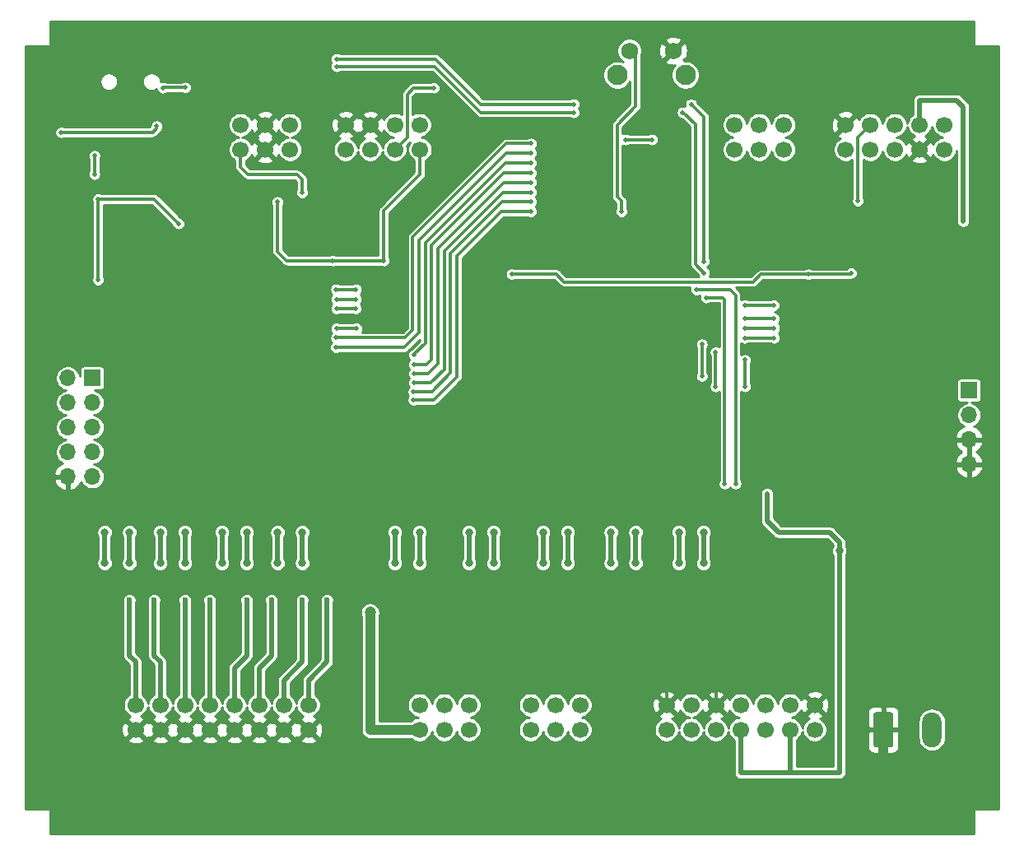
<source format=gbr>
G04 #@! TF.GenerationSoftware,KiCad,Pcbnew,(5.1.5)-3*
G04 #@! TF.CreationDate,2020-07-08T10:01:23+02:00*
G04 #@! TF.ProjectId,SBIO3,5342494f-332e-46b6-9963-61645f706362,rev?*
G04 #@! TF.SameCoordinates,Original*
G04 #@! TF.FileFunction,Copper,L2,Bot*
G04 #@! TF.FilePolarity,Positive*
%FSLAX46Y46*%
G04 Gerber Fmt 4.6, Leading zero omitted, Abs format (unit mm)*
G04 Created by KiCad (PCBNEW (5.1.5)-3) date 2020-07-08 10:01:23*
%MOMM*%
%LPD*%
G04 APERTURE LIST*
%ADD10C,1.700000*%
%ADD11C,2.100000*%
%ADD12C,1.750000*%
%ADD13O,1.700000X1.700000*%
%ADD14R,1.700000X1.700000*%
%ADD15O,2.000000X3.600000*%
%ADD16C,0.100000*%
%ADD17C,0.500000*%
%ADD18C,0.800000*%
%ADD19C,1.200000*%
%ADD20C,0.600000*%
%ADD21C,0.300000*%
%ADD22C,1.000000*%
%ADD23C,0.500000*%
%ADD24C,0.250000*%
%ADD25C,0.254000*%
G04 APERTURE END LIST*
D10*
X146050000Y-58420000D03*
X148590000Y-58420000D03*
X151130000Y-58420000D03*
X146050000Y-60960000D03*
X148590000Y-60960000D03*
X151130000Y-60960000D03*
X100330000Y-60960000D03*
X97790000Y-60960000D03*
X95250000Y-60960000D03*
X100330000Y-58420000D03*
X97790000Y-58420000D03*
X95250000Y-58420000D03*
D11*
X134005000Y-53290000D03*
D12*
X135255000Y-50800000D03*
X139755000Y-50800000D03*
D11*
X141015000Y-53290000D03*
D13*
X170180000Y-93345000D03*
X170180000Y-90805000D03*
X170180000Y-88265000D03*
D14*
X170180000Y-85725000D03*
D13*
X77470000Y-94615000D03*
X80010000Y-94615000D03*
X77470000Y-92075000D03*
X80010000Y-92075000D03*
X77470000Y-89535000D03*
X80010000Y-89535000D03*
X77470000Y-86995000D03*
X80010000Y-86995000D03*
X77470000Y-84455000D03*
D14*
X80010000Y-84455000D03*
D15*
X166370000Y-120650000D03*
G04 #@! TA.AperFunction,ComponentPad*
D16*
G36*
X162144504Y-118851204D02*
G01*
X162168773Y-118854804D01*
X162192571Y-118860765D01*
X162215671Y-118869030D01*
X162237849Y-118879520D01*
X162258893Y-118892133D01*
X162278598Y-118906747D01*
X162296777Y-118923223D01*
X162313253Y-118941402D01*
X162327867Y-118961107D01*
X162340480Y-118982151D01*
X162350970Y-119004329D01*
X162359235Y-119027429D01*
X162365196Y-119051227D01*
X162368796Y-119075496D01*
X162370000Y-119100000D01*
X162370000Y-122200000D01*
X162368796Y-122224504D01*
X162365196Y-122248773D01*
X162359235Y-122272571D01*
X162350970Y-122295671D01*
X162340480Y-122317849D01*
X162327867Y-122338893D01*
X162313253Y-122358598D01*
X162296777Y-122376777D01*
X162278598Y-122393253D01*
X162258893Y-122407867D01*
X162237849Y-122420480D01*
X162215671Y-122430970D01*
X162192571Y-122439235D01*
X162168773Y-122445196D01*
X162144504Y-122448796D01*
X162120000Y-122450000D01*
X160620000Y-122450000D01*
X160595496Y-122448796D01*
X160571227Y-122445196D01*
X160547429Y-122439235D01*
X160524329Y-122430970D01*
X160502151Y-122420480D01*
X160481107Y-122407867D01*
X160461402Y-122393253D01*
X160443223Y-122376777D01*
X160426747Y-122358598D01*
X160412133Y-122338893D01*
X160399520Y-122317849D01*
X160389030Y-122295671D01*
X160380765Y-122272571D01*
X160374804Y-122248773D01*
X160371204Y-122224504D01*
X160370000Y-122200000D01*
X160370000Y-119100000D01*
X160371204Y-119075496D01*
X160374804Y-119051227D01*
X160380765Y-119027429D01*
X160389030Y-119004329D01*
X160399520Y-118982151D01*
X160412133Y-118961107D01*
X160426747Y-118941402D01*
X160443223Y-118923223D01*
X160461402Y-118906747D01*
X160481107Y-118892133D01*
X160502151Y-118879520D01*
X160524329Y-118869030D01*
X160547429Y-118860765D01*
X160571227Y-118854804D01*
X160595496Y-118851204D01*
X160620000Y-118850000D01*
X162120000Y-118850000D01*
X162144504Y-118851204D01*
G37*
G04 #@! TD.AperFunction*
D10*
X139065000Y-120650000D03*
X141605000Y-120650000D03*
X144145000Y-120650000D03*
X146685000Y-120650000D03*
X149225000Y-120650000D03*
X151765000Y-120650000D03*
X154305000Y-120650000D03*
X154305000Y-118110000D03*
X151765000Y-118110000D03*
X149225000Y-118110000D03*
X146685000Y-118110000D03*
X144145000Y-118110000D03*
X141605000Y-118110000D03*
X139065000Y-118110000D03*
X130175000Y-120650000D03*
X127635000Y-120650000D03*
X125095000Y-120650000D03*
X130175000Y-118110000D03*
X127635000Y-118110000D03*
X125095000Y-118110000D03*
X118745000Y-120650000D03*
X116205000Y-120650000D03*
X113665000Y-120650000D03*
X118745000Y-118110000D03*
X116205000Y-118110000D03*
X113665000Y-118110000D03*
X102235000Y-120650000D03*
X99695000Y-120650000D03*
X97155000Y-120650000D03*
X94615000Y-120650000D03*
X92075000Y-120650000D03*
X89535000Y-120650000D03*
X86995000Y-120650000D03*
X84455000Y-120650000D03*
X102235000Y-118110000D03*
X99695000Y-118110000D03*
X97155000Y-118110000D03*
X94615000Y-118110000D03*
X92075000Y-118110000D03*
X89535000Y-118110000D03*
X86995000Y-118110000D03*
X84455000Y-118110000D03*
X167640000Y-60960000D03*
X165100000Y-60960000D03*
X162560000Y-60960000D03*
X160020000Y-60960000D03*
X157480000Y-60960000D03*
X167640000Y-58420000D03*
X165100000Y-58420000D03*
X162560000Y-58420000D03*
X160020000Y-58420000D03*
X157480000Y-58420000D03*
X113715800Y-60960000D03*
X111125000Y-60960000D03*
X108585000Y-60960000D03*
X106045000Y-60960000D03*
X113665000Y-58420000D03*
X111125000Y-58420000D03*
X108585000Y-58420000D03*
X106045000Y-58420000D03*
D17*
X158070000Y-73660000D03*
X153670000Y-73800000D03*
X123140000Y-73790000D03*
X107170000Y-79370000D03*
X105110000Y-79370000D03*
D18*
X146950000Y-111910000D03*
X137105000Y-126325000D03*
D17*
X156210000Y-98425000D03*
X152930000Y-92580000D03*
X88165000Y-62545000D03*
X152400000Y-95250000D03*
X151130000Y-71755000D03*
X120740000Y-71470000D03*
X121920000Y-69500000D03*
X163830000Y-91620000D03*
X80190000Y-54470000D03*
X76810000Y-54810000D03*
X145415000Y-66040000D03*
D18*
X156845000Y-102235000D03*
D17*
X169590000Y-68340000D03*
X142710000Y-84280000D03*
X142710000Y-80990000D03*
X149410000Y-96360000D03*
X109990000Y-72390000D03*
X104740000Y-72390000D03*
X99060000Y-66340000D03*
X165100000Y-55880000D03*
D19*
X108585000Y-108585000D03*
D18*
X113665000Y-103505000D03*
X113665000Y-100330000D03*
X111125000Y-103505000D03*
X111125000Y-100330000D03*
X121285000Y-103505000D03*
X121285000Y-100330000D03*
X118745000Y-103505000D03*
X118745000Y-100330000D03*
X128905000Y-103505000D03*
X128905000Y-100330000D03*
X126365000Y-103505000D03*
X126365000Y-100330000D03*
X135890000Y-103505000D03*
X135890000Y-100330000D03*
X133350000Y-103505000D03*
X133350000Y-100330000D03*
X142875000Y-103505000D03*
X142875000Y-100330000D03*
X140335000Y-103505000D03*
X140335000Y-100330000D03*
X83820000Y-103505000D03*
X83820000Y-100330000D03*
X81280000Y-103505000D03*
X81280000Y-100330000D03*
X89535000Y-103505000D03*
X89535000Y-100330000D03*
X86995000Y-103505000D03*
X86995000Y-100330000D03*
X95885000Y-103505000D03*
X95885000Y-100330000D03*
X93345000Y-103505000D03*
X93345000Y-100330000D03*
X101600000Y-103505000D03*
X101600000Y-100330000D03*
X99060000Y-103505000D03*
X99060000Y-100330000D03*
D17*
X134870000Y-59930000D03*
X137560000Y-59930000D03*
X107120000Y-77330000D03*
X105110000Y-77330000D03*
X105080000Y-75340000D03*
X107120000Y-75340000D03*
X105110000Y-76370000D03*
X107120000Y-76370000D03*
X147110000Y-80340000D03*
X150130000Y-80340000D03*
X158760000Y-66250000D03*
X147130000Y-79320000D03*
X150140000Y-79320000D03*
X147130000Y-78330000D03*
X150130000Y-78330000D03*
X147130000Y-76990000D03*
X150120000Y-76990000D03*
X146170000Y-95320000D03*
X142130000Y-75380000D03*
X145060000Y-95340000D03*
X143140000Y-76180000D03*
X86630000Y-58560000D03*
X76810000Y-59180000D03*
X87260000Y-54590000D03*
X89570000Y-54580000D03*
X80235000Y-61595000D03*
X80235000Y-63485000D03*
X115140000Y-54610000D03*
X142930000Y-72460000D03*
X141600000Y-56300000D03*
X129540000Y-56290000D03*
X105150000Y-51630000D03*
X140730000Y-57130000D03*
X129530000Y-57130000D03*
X142940000Y-73640000D03*
X105140000Y-52390000D03*
X144130000Y-85330000D03*
X144130000Y-81790000D03*
X147130000Y-85330000D03*
X147130000Y-82590000D03*
X101600000Y-65405000D03*
X125130000Y-60340000D03*
X105090000Y-80320000D03*
X125130000Y-61330000D03*
X105060000Y-81290000D03*
X125120000Y-62330000D03*
X113090000Y-82090000D03*
X125120000Y-63360000D03*
X113090000Y-83070000D03*
X125120000Y-64330000D03*
X113080000Y-84040000D03*
X125150000Y-65350000D03*
X113070000Y-84940000D03*
X113060000Y-85860000D03*
X125140000Y-66320000D03*
X113050000Y-86710000D03*
X125150000Y-67340000D03*
X80610000Y-66040000D03*
X80610000Y-74360000D03*
X88900000Y-68580000D03*
D20*
X86360000Y-107315000D03*
X83820000Y-107315000D03*
X92075000Y-107315000D03*
X89535000Y-107315000D03*
X98425000Y-107315000D03*
X95885000Y-107315000D03*
X104140000Y-107315000D03*
X101600000Y-107315000D03*
D17*
X134430000Y-67355000D03*
D21*
X157940000Y-73790000D02*
X158070000Y-73660000D01*
X157930000Y-73800000D02*
X158070000Y-73660000D01*
X153670000Y-73800000D02*
X157930000Y-73800000D01*
X153670000Y-73800000D02*
X148780000Y-73800000D01*
X148780000Y-73800000D02*
X148000000Y-74580000D01*
X148000000Y-74580000D02*
X128550000Y-74580000D01*
X128550000Y-74580000D02*
X127760000Y-73790000D01*
X127760000Y-73790000D02*
X123140000Y-73790000D01*
X107170000Y-79370000D02*
X105110000Y-79370000D01*
X144145000Y-115570000D02*
X144145000Y-114845000D01*
X144145000Y-114845000D02*
X142840000Y-113540000D01*
X142840000Y-113540000D02*
X140120000Y-113540000D01*
X139065000Y-114595000D02*
X139065000Y-115570000D01*
X140120000Y-113540000D02*
X139065000Y-114595000D01*
X144145000Y-115570000D02*
X144145000Y-114715000D01*
X144145000Y-114715000D02*
X146950000Y-111910000D01*
D22*
X160695000Y-126325000D02*
X161370000Y-125650000D01*
X137105000Y-126325000D02*
X160695000Y-126325000D01*
X161370000Y-125650000D02*
X161370000Y-120650000D01*
D21*
X156210000Y-98425000D02*
X156210000Y-93345000D01*
X156210000Y-93345000D02*
X153670000Y-93345000D01*
X153670000Y-93345000D02*
X153670000Y-93330000D01*
X153670000Y-93330000D02*
X152930000Y-92590000D01*
X152930000Y-92590000D02*
X152930000Y-92580000D01*
X153670000Y-93330000D02*
X153670000Y-93340000D01*
X144145000Y-115570000D02*
X144145000Y-118110000D01*
X139065000Y-115570000D02*
X139065000Y-118110000D01*
X80190000Y-54470000D02*
X77130000Y-54470000D01*
X77130000Y-54470000D02*
X76810000Y-54790000D01*
X76810000Y-54790000D02*
X76810000Y-54810000D01*
X165100000Y-60960000D02*
X165030000Y-60960000D01*
D23*
X165100000Y-60325000D02*
X165100000Y-60960000D01*
D21*
X142710000Y-84030000D02*
X142710000Y-84280000D01*
X142710000Y-80990000D02*
X142710000Y-84030000D01*
D23*
X156845000Y-102235000D02*
X156845000Y-101335000D01*
X156845000Y-101335000D02*
X155860000Y-100350000D01*
X155860000Y-100350000D02*
X150620000Y-100350000D01*
X150620000Y-100350000D02*
X149410000Y-99140000D01*
X149410000Y-99140000D02*
X149410000Y-96360000D01*
D21*
X109990000Y-72390000D02*
X104740000Y-72390000D01*
X109990000Y-67225800D02*
X113715800Y-63500000D01*
X109990000Y-72390000D02*
X109990000Y-67225800D01*
X104740000Y-72390000D02*
X100000000Y-72390000D01*
X100000000Y-72390000D02*
X99060000Y-71450000D01*
X99060000Y-71450000D02*
X99060000Y-66340000D01*
D23*
X146685000Y-120650000D02*
X146685000Y-125095000D01*
X146685000Y-125095000D02*
X151765000Y-125095000D01*
X151765000Y-125095000D02*
X151765000Y-120650000D01*
X156845000Y-125095000D02*
X151765000Y-125095000D01*
D21*
X113715800Y-63500000D02*
X113715800Y-60960000D01*
D23*
X168910000Y-55880000D02*
X165100000Y-55880000D01*
X169590000Y-68340000D02*
X169590000Y-56560000D01*
X169590000Y-56560000D02*
X168910000Y-55880000D01*
X165100000Y-58420000D02*
X165100000Y-55880000D01*
X156845000Y-116840000D02*
X156845000Y-125095000D01*
X156845000Y-102235000D02*
X156845000Y-116840000D01*
D22*
X108585000Y-120650000D02*
X113665000Y-120650000D01*
X108585000Y-108585000D02*
X108585000Y-120650000D01*
D23*
X113665000Y-103505000D02*
X113665000Y-100330000D01*
X111125000Y-103505000D02*
X111125000Y-100330000D01*
X121285000Y-103505000D02*
X121285000Y-100330000D01*
X118745000Y-103505000D02*
X118745000Y-100330000D01*
X128905000Y-103505000D02*
X128905000Y-100330000D01*
X126365000Y-103505000D02*
X126365000Y-100330000D01*
X135890000Y-103505000D02*
X135890000Y-100330000D01*
X133350000Y-103505000D02*
X133350000Y-100330000D01*
X142875000Y-103505000D02*
X142875000Y-100330000D01*
X140335000Y-103505000D02*
X140335000Y-100330000D01*
X83820000Y-103505000D02*
X83820000Y-100330000D01*
X81280000Y-103505000D02*
X81280000Y-100330000D01*
X89535000Y-103505000D02*
X89535000Y-100330000D01*
X86995000Y-103505000D02*
X86995000Y-100330000D01*
X95885000Y-103505000D02*
X95885000Y-100330000D01*
X93345000Y-103505000D02*
X93345000Y-100330000D01*
X101600000Y-103505000D02*
X101600000Y-100330000D01*
X99060000Y-103505000D02*
X99060000Y-100330000D01*
D21*
X134870000Y-59930000D02*
X137560000Y-59930000D01*
X105110000Y-77330000D02*
X107120000Y-77330000D01*
X105080000Y-75340000D02*
X107120000Y-75340000D01*
X105110000Y-76370000D02*
X107120000Y-76370000D01*
X147110000Y-80340000D02*
X150130000Y-80340000D01*
X158760000Y-59680000D02*
X160020000Y-58420000D01*
X158760000Y-66250000D02*
X158760000Y-59680000D01*
X147130000Y-79320000D02*
X150140000Y-79320000D01*
X147130000Y-78330000D02*
X148460000Y-78330000D01*
X148460000Y-78330000D02*
X150130000Y-78330000D01*
X147130000Y-76990000D02*
X150120000Y-76990000D01*
X146170000Y-95320000D02*
X146170000Y-94140000D01*
X146170000Y-94140000D02*
X146170000Y-77540000D01*
X146170000Y-77540000D02*
X146170000Y-75930000D01*
X146170000Y-75930000D02*
X145620000Y-75380000D01*
X145620000Y-75380000D02*
X142130000Y-75380000D01*
X145060000Y-95340000D02*
X145060000Y-86230000D01*
X145060000Y-86230000D02*
X145060000Y-77690000D01*
X145060000Y-77690000D02*
X145060000Y-76640000D01*
X145060000Y-76640000D02*
X145060000Y-76390000D01*
X145060000Y-76390000D02*
X144850000Y-76180000D01*
X144850000Y-76180000D02*
X143140000Y-76180000D01*
X76810000Y-59180000D02*
X86235000Y-59180000D01*
X86630000Y-58785000D02*
X86630000Y-58560000D01*
X86235000Y-59180000D02*
X86630000Y-58785000D01*
X87260000Y-54590000D02*
X87270000Y-54580000D01*
X87270000Y-54580000D02*
X89570000Y-54580000D01*
X80235000Y-61595000D02*
X80235000Y-63485000D01*
X115140000Y-54610000D02*
X113060000Y-54610000D01*
X113060000Y-54610000D02*
X112390000Y-55280000D01*
X112390000Y-59695000D02*
X111125000Y-60960000D01*
X112390000Y-55280000D02*
X112390000Y-59695000D01*
X142930000Y-70790000D02*
X142930000Y-72460000D01*
X142930000Y-70670000D02*
X142930000Y-70790000D01*
X142930000Y-70670000D02*
X142930000Y-57630000D01*
X142930000Y-57630000D02*
X141600000Y-56300000D01*
X129540000Y-56290000D02*
X119970000Y-56290000D01*
X119970000Y-56290000D02*
X115310000Y-51630000D01*
X115310000Y-51630000D02*
X105150000Y-51630000D01*
X140810000Y-57130000D02*
X142060000Y-58380000D01*
X142060000Y-58380000D02*
X142060000Y-69380000D01*
D24*
X140730000Y-57130000D02*
X140810000Y-57130000D01*
D21*
X119930000Y-57130000D02*
X129530000Y-57130000D01*
X115190000Y-52390000D02*
X119930000Y-57130000D01*
X105140000Y-52390000D02*
X115190000Y-52390000D01*
X142060000Y-69380000D02*
X142060000Y-72760000D01*
X142060000Y-72760000D02*
X142940000Y-73640000D01*
X144130000Y-85330000D02*
X144130000Y-81790000D01*
X147130000Y-85330000D02*
X147130000Y-82590000D01*
X95250000Y-62750000D02*
X95250000Y-60960000D01*
X96040000Y-63540000D02*
X95250000Y-62750000D01*
X101090000Y-63540000D02*
X96040000Y-63540000D01*
X101600000Y-65405000D02*
X101600000Y-64050000D01*
X101600000Y-64050000D02*
X101090000Y-63540000D01*
X125130000Y-60340000D02*
X122600000Y-60340000D01*
X122600000Y-60340000D02*
X112970000Y-69970000D01*
X112970000Y-69970000D02*
X112970000Y-79550000D01*
X112970000Y-79550000D02*
X112200000Y-80320000D01*
X112200000Y-80320000D02*
X105090000Y-80320000D01*
X125130000Y-61330000D02*
X122600000Y-61330000D01*
X122600000Y-61330000D02*
X113620000Y-70310000D01*
X113620000Y-70310000D02*
X113620000Y-79780000D01*
X113620000Y-79780000D02*
X112110000Y-81290000D01*
X112110000Y-81290000D02*
X105060000Y-81290000D01*
X125120000Y-62330000D02*
X122480000Y-62330000D01*
X113090000Y-82020000D02*
X113090000Y-82090000D01*
X122480000Y-62330000D02*
X114250000Y-70560000D01*
X114250000Y-70560000D02*
X114250000Y-80860000D01*
X114250000Y-80860000D02*
X113090000Y-82020000D01*
X125120000Y-63360000D02*
X122320000Y-63360000D01*
X122320000Y-63360000D02*
X114870000Y-70810000D01*
X114870000Y-70810000D02*
X114870000Y-82560000D01*
X114870000Y-82560000D02*
X114360000Y-83070000D01*
X114360000Y-83070000D02*
X113090000Y-83070000D01*
X125120000Y-64330000D02*
X122350000Y-64330000D01*
X122350000Y-64330000D02*
X115570000Y-71110000D01*
X115570000Y-71110000D02*
X115570000Y-82980000D01*
X115570000Y-82980000D02*
X114510000Y-84040000D01*
X114510000Y-84040000D02*
X113080000Y-84040000D01*
X125150000Y-65350000D02*
X122230000Y-65350000D01*
X122230000Y-65350000D02*
X116200000Y-71380000D01*
X116200000Y-71380000D02*
X116200000Y-83560000D01*
X116200000Y-83560000D02*
X114830000Y-84930000D01*
X114830000Y-84930000D02*
X113080000Y-84930000D01*
X113080000Y-84930000D02*
X113070000Y-84940000D01*
X125140000Y-66320000D02*
X122170000Y-66320000D01*
X114940000Y-85860000D02*
X113060000Y-85860000D01*
X116850000Y-71640000D02*
X116850000Y-83950000D01*
X122170000Y-66320000D02*
X116850000Y-71640000D01*
X116850000Y-83950000D02*
X114940000Y-85860000D01*
X113080000Y-86740000D02*
X113050000Y-86710000D01*
X117490000Y-71940000D02*
X117490000Y-84350000D01*
X122090000Y-67340000D02*
X117490000Y-71940000D01*
X117490000Y-84350000D02*
X115100000Y-86740000D01*
X125150000Y-67340000D02*
X122090000Y-67340000D01*
X115100000Y-86740000D02*
X113080000Y-86740000D01*
X80610000Y-66040000D02*
X80610000Y-74360000D01*
X80610000Y-66040000D02*
X86360000Y-66040000D01*
X86360000Y-66040000D02*
X88900000Y-68580000D01*
D23*
X86360000Y-107315000D02*
X86360000Y-113030000D01*
X86995000Y-113665000D02*
X86995000Y-115570000D01*
X86360000Y-113030000D02*
X86995000Y-113665000D01*
X86995000Y-115570000D02*
X86995000Y-118110000D01*
X83820000Y-107315000D02*
X83820000Y-113030000D01*
X84455000Y-113665000D02*
X84455000Y-115570000D01*
X83820000Y-113030000D02*
X84455000Y-113665000D01*
X84455000Y-115570000D02*
X84455000Y-118110000D01*
X92075000Y-115570000D02*
X92075000Y-118110000D01*
X92075000Y-107315000D02*
X92075000Y-115570000D01*
X89535000Y-115570000D02*
X89535000Y-118110000D01*
X89535000Y-107315000D02*
X89535000Y-115570000D01*
X98425000Y-107315000D02*
X98425000Y-113030000D01*
X98425000Y-113030000D02*
X97155000Y-114300000D01*
X97155000Y-114300000D02*
X97155000Y-115570000D01*
X97155000Y-115570000D02*
X97155000Y-118110000D01*
X95885000Y-107315000D02*
X95885000Y-113030000D01*
X95885000Y-113030000D02*
X94615000Y-114300000D01*
X94615000Y-114300000D02*
X94615000Y-115570000D01*
X94615000Y-115570000D02*
X94615000Y-118110000D01*
X104140000Y-113665000D02*
X102235000Y-115570000D01*
X104140000Y-107315000D02*
X104140000Y-113665000D01*
X102235000Y-115570000D02*
X102235000Y-118110000D01*
X101600000Y-113665000D02*
X99695000Y-115570000D01*
X101600000Y-107315000D02*
X101600000Y-113665000D01*
X99695000Y-115570000D02*
X99695000Y-118110000D01*
D21*
X135255000Y-50800000D02*
X135890000Y-51435000D01*
X135890000Y-51435000D02*
X135890000Y-55880000D01*
X135890000Y-55880000D02*
X135890000Y-56515000D01*
X135890000Y-56515000D02*
X133985000Y-58420000D01*
X133985000Y-58420000D02*
X133985000Y-65405000D01*
X133985000Y-65405000D02*
X133985000Y-65810000D01*
X133985000Y-65810000D02*
X134430000Y-66255000D01*
X134430000Y-66255000D02*
X134430000Y-67355000D01*
D25*
G36*
X170688000Y-50165000D02*
G01*
X170690440Y-50189776D01*
X170697667Y-50213601D01*
X170709403Y-50235557D01*
X170725197Y-50254803D01*
X170744443Y-50270597D01*
X170766399Y-50282333D01*
X170790224Y-50289560D01*
X170815000Y-50292000D01*
X173228000Y-50292000D01*
X173228000Y-128778000D01*
X170815000Y-128778000D01*
X170790224Y-128780440D01*
X170766399Y-128787667D01*
X170744443Y-128799403D01*
X170725197Y-128815197D01*
X170709403Y-128834443D01*
X170697667Y-128856399D01*
X170690440Y-128880224D01*
X170688000Y-128905000D01*
X170688000Y-131318000D01*
X75692000Y-131318000D01*
X75692000Y-128905000D01*
X75689560Y-128880224D01*
X75682333Y-128856399D01*
X75670597Y-128834443D01*
X75654803Y-128815197D01*
X75635557Y-128799403D01*
X75613601Y-128787667D01*
X75589776Y-128780440D01*
X75565000Y-128778000D01*
X73152000Y-128778000D01*
X73152000Y-121678397D01*
X83606208Y-121678397D01*
X83683843Y-121927472D01*
X83947883Y-122053371D01*
X84231411Y-122125339D01*
X84523531Y-122140611D01*
X84813019Y-122098599D01*
X85088747Y-122000919D01*
X85226157Y-121927472D01*
X85303792Y-121678397D01*
X86146208Y-121678397D01*
X86223843Y-121927472D01*
X86487883Y-122053371D01*
X86771411Y-122125339D01*
X87063531Y-122140611D01*
X87353019Y-122098599D01*
X87628747Y-122000919D01*
X87766157Y-121927472D01*
X87843792Y-121678397D01*
X88686208Y-121678397D01*
X88763843Y-121927472D01*
X89027883Y-122053371D01*
X89311411Y-122125339D01*
X89603531Y-122140611D01*
X89893019Y-122098599D01*
X90168747Y-122000919D01*
X90306157Y-121927472D01*
X90383792Y-121678397D01*
X91226208Y-121678397D01*
X91303843Y-121927472D01*
X91567883Y-122053371D01*
X91851411Y-122125339D01*
X92143531Y-122140611D01*
X92433019Y-122098599D01*
X92708747Y-122000919D01*
X92846157Y-121927472D01*
X92923792Y-121678397D01*
X93766208Y-121678397D01*
X93843843Y-121927472D01*
X94107883Y-122053371D01*
X94391411Y-122125339D01*
X94683531Y-122140611D01*
X94973019Y-122098599D01*
X95248747Y-122000919D01*
X95386157Y-121927472D01*
X95463792Y-121678397D01*
X96306208Y-121678397D01*
X96383843Y-121927472D01*
X96647883Y-122053371D01*
X96931411Y-122125339D01*
X97223531Y-122140611D01*
X97513019Y-122098599D01*
X97788747Y-122000919D01*
X97926157Y-121927472D01*
X98003792Y-121678397D01*
X98846208Y-121678397D01*
X98923843Y-121927472D01*
X99187883Y-122053371D01*
X99471411Y-122125339D01*
X99763531Y-122140611D01*
X100053019Y-122098599D01*
X100328747Y-122000919D01*
X100466157Y-121927472D01*
X100543792Y-121678397D01*
X101386208Y-121678397D01*
X101463843Y-121927472D01*
X101727883Y-122053371D01*
X102011411Y-122125339D01*
X102303531Y-122140611D01*
X102593019Y-122098599D01*
X102868747Y-122000919D01*
X103006157Y-121927472D01*
X103083792Y-121678397D01*
X102235000Y-120829605D01*
X101386208Y-121678397D01*
X100543792Y-121678397D01*
X99695000Y-120829605D01*
X98846208Y-121678397D01*
X98003792Y-121678397D01*
X97155000Y-120829605D01*
X96306208Y-121678397D01*
X95463792Y-121678397D01*
X94615000Y-120829605D01*
X93766208Y-121678397D01*
X92923792Y-121678397D01*
X92075000Y-120829605D01*
X91226208Y-121678397D01*
X90383792Y-121678397D01*
X89535000Y-120829605D01*
X88686208Y-121678397D01*
X87843792Y-121678397D01*
X86995000Y-120829605D01*
X86146208Y-121678397D01*
X85303792Y-121678397D01*
X84455000Y-120829605D01*
X83606208Y-121678397D01*
X73152000Y-121678397D01*
X73152000Y-120718531D01*
X82964389Y-120718531D01*
X83006401Y-121008019D01*
X83104081Y-121283747D01*
X83177528Y-121421157D01*
X83426603Y-121498792D01*
X84275395Y-120650000D01*
X84634605Y-120650000D01*
X85483397Y-121498792D01*
X85725000Y-121423486D01*
X85966603Y-121498792D01*
X86815395Y-120650000D01*
X87174605Y-120650000D01*
X88023397Y-121498792D01*
X88265000Y-121423486D01*
X88506603Y-121498792D01*
X89355395Y-120650000D01*
X89714605Y-120650000D01*
X90563397Y-121498792D01*
X90805000Y-121423486D01*
X91046603Y-121498792D01*
X91895395Y-120650000D01*
X92254605Y-120650000D01*
X93103397Y-121498792D01*
X93345000Y-121423486D01*
X93586603Y-121498792D01*
X94435395Y-120650000D01*
X94794605Y-120650000D01*
X95643397Y-121498792D01*
X95885000Y-121423486D01*
X96126603Y-121498792D01*
X96975395Y-120650000D01*
X97334605Y-120650000D01*
X98183397Y-121498792D01*
X98425000Y-121423486D01*
X98666603Y-121498792D01*
X99515395Y-120650000D01*
X99874605Y-120650000D01*
X100723397Y-121498792D01*
X100965000Y-121423486D01*
X101206603Y-121498792D01*
X102055395Y-120650000D01*
X102414605Y-120650000D01*
X103263397Y-121498792D01*
X103512472Y-121421157D01*
X103638371Y-121157117D01*
X103710339Y-120873589D01*
X103725611Y-120581469D01*
X103683599Y-120291981D01*
X103585919Y-120016253D01*
X103512472Y-119878843D01*
X103263397Y-119801208D01*
X102414605Y-120650000D01*
X102055395Y-120650000D01*
X101206603Y-119801208D01*
X100965000Y-119876514D01*
X100723397Y-119801208D01*
X99874605Y-120650000D01*
X99515395Y-120650000D01*
X98666603Y-119801208D01*
X98425000Y-119876514D01*
X98183397Y-119801208D01*
X97334605Y-120650000D01*
X96975395Y-120650000D01*
X96126603Y-119801208D01*
X95885000Y-119876514D01*
X95643397Y-119801208D01*
X94794605Y-120650000D01*
X94435395Y-120650000D01*
X93586603Y-119801208D01*
X93345000Y-119876514D01*
X93103397Y-119801208D01*
X92254605Y-120650000D01*
X91895395Y-120650000D01*
X91046603Y-119801208D01*
X90805000Y-119876514D01*
X90563397Y-119801208D01*
X89714605Y-120650000D01*
X89355395Y-120650000D01*
X88506603Y-119801208D01*
X88265000Y-119876514D01*
X88023397Y-119801208D01*
X87174605Y-120650000D01*
X86815395Y-120650000D01*
X85966603Y-119801208D01*
X85725000Y-119876514D01*
X85483397Y-119801208D01*
X84634605Y-120650000D01*
X84275395Y-120650000D01*
X83426603Y-119801208D01*
X83177528Y-119878843D01*
X83051629Y-120142883D01*
X82979661Y-120426411D01*
X82964389Y-120718531D01*
X73152000Y-120718531D01*
X73152000Y-107243397D01*
X83093000Y-107243397D01*
X83093000Y-107386603D01*
X83120938Y-107527058D01*
X83143000Y-107580320D01*
X83143001Y-112996745D01*
X83139726Y-113030000D01*
X83152796Y-113162714D01*
X83191508Y-113290329D01*
X83254372Y-113407940D01*
X83317776Y-113485198D01*
X83317777Y-113485199D01*
X83338974Y-113511027D01*
X83364799Y-113532222D01*
X83778000Y-113945423D01*
X83778001Y-115536739D01*
X83778000Y-115536749D01*
X83778001Y-117026522D01*
X83640960Y-117118089D01*
X83463089Y-117295960D01*
X83323337Y-117505114D01*
X83227074Y-117737513D01*
X83178000Y-117984226D01*
X83178000Y-118235774D01*
X83227074Y-118482487D01*
X83323337Y-118714886D01*
X83463089Y-118924040D01*
X83640960Y-119101911D01*
X83850114Y-119241663D01*
X83911526Y-119267101D01*
X83821253Y-119299081D01*
X83683843Y-119372528D01*
X83606208Y-119621603D01*
X84455000Y-120470395D01*
X85303792Y-119621603D01*
X85226157Y-119372528D01*
X85001994Y-119265643D01*
X85059886Y-119241663D01*
X85269040Y-119101911D01*
X85446911Y-118924040D01*
X85586663Y-118714886D01*
X85682926Y-118482487D01*
X85725000Y-118270966D01*
X85767074Y-118482487D01*
X85863337Y-118714886D01*
X86003089Y-118924040D01*
X86180960Y-119101911D01*
X86390114Y-119241663D01*
X86451526Y-119267101D01*
X86361253Y-119299081D01*
X86223843Y-119372528D01*
X86146208Y-119621603D01*
X86995000Y-120470395D01*
X87843792Y-119621603D01*
X87766157Y-119372528D01*
X87541994Y-119265643D01*
X87599886Y-119241663D01*
X87809040Y-119101911D01*
X87986911Y-118924040D01*
X88126663Y-118714886D01*
X88222926Y-118482487D01*
X88265000Y-118270966D01*
X88307074Y-118482487D01*
X88403337Y-118714886D01*
X88543089Y-118924040D01*
X88720960Y-119101911D01*
X88930114Y-119241663D01*
X88991526Y-119267101D01*
X88901253Y-119299081D01*
X88763843Y-119372528D01*
X88686208Y-119621603D01*
X89535000Y-120470395D01*
X90383792Y-119621603D01*
X90306157Y-119372528D01*
X90081994Y-119265643D01*
X90139886Y-119241663D01*
X90349040Y-119101911D01*
X90526911Y-118924040D01*
X90666663Y-118714886D01*
X90762926Y-118482487D01*
X90805000Y-118270966D01*
X90847074Y-118482487D01*
X90943337Y-118714886D01*
X91083089Y-118924040D01*
X91260960Y-119101911D01*
X91470114Y-119241663D01*
X91531526Y-119267101D01*
X91441253Y-119299081D01*
X91303843Y-119372528D01*
X91226208Y-119621603D01*
X92075000Y-120470395D01*
X92923792Y-119621603D01*
X92846157Y-119372528D01*
X92621994Y-119265643D01*
X92679886Y-119241663D01*
X92889040Y-119101911D01*
X93066911Y-118924040D01*
X93206663Y-118714886D01*
X93302926Y-118482487D01*
X93345000Y-118270966D01*
X93387074Y-118482487D01*
X93483337Y-118714886D01*
X93623089Y-118924040D01*
X93800960Y-119101911D01*
X94010114Y-119241663D01*
X94071526Y-119267101D01*
X93981253Y-119299081D01*
X93843843Y-119372528D01*
X93766208Y-119621603D01*
X94615000Y-120470395D01*
X95463792Y-119621603D01*
X95386157Y-119372528D01*
X95161994Y-119265643D01*
X95219886Y-119241663D01*
X95429040Y-119101911D01*
X95606911Y-118924040D01*
X95746663Y-118714886D01*
X95842926Y-118482487D01*
X95885000Y-118270966D01*
X95927074Y-118482487D01*
X96023337Y-118714886D01*
X96163089Y-118924040D01*
X96340960Y-119101911D01*
X96550114Y-119241663D01*
X96611526Y-119267101D01*
X96521253Y-119299081D01*
X96383843Y-119372528D01*
X96306208Y-119621603D01*
X97155000Y-120470395D01*
X98003792Y-119621603D01*
X97926157Y-119372528D01*
X97701994Y-119265643D01*
X97759886Y-119241663D01*
X97969040Y-119101911D01*
X98146911Y-118924040D01*
X98286663Y-118714886D01*
X98382926Y-118482487D01*
X98425000Y-118270966D01*
X98467074Y-118482487D01*
X98563337Y-118714886D01*
X98703089Y-118924040D01*
X98880960Y-119101911D01*
X99090114Y-119241663D01*
X99151526Y-119267101D01*
X99061253Y-119299081D01*
X98923843Y-119372528D01*
X98846208Y-119621603D01*
X99695000Y-120470395D01*
X100543792Y-119621603D01*
X100466157Y-119372528D01*
X100241994Y-119265643D01*
X100299886Y-119241663D01*
X100509040Y-119101911D01*
X100686911Y-118924040D01*
X100826663Y-118714886D01*
X100922926Y-118482487D01*
X100965000Y-118270966D01*
X101007074Y-118482487D01*
X101103337Y-118714886D01*
X101243089Y-118924040D01*
X101420960Y-119101911D01*
X101630114Y-119241663D01*
X101691526Y-119267101D01*
X101601253Y-119299081D01*
X101463843Y-119372528D01*
X101386208Y-119621603D01*
X102235000Y-120470395D01*
X103083792Y-119621603D01*
X103006157Y-119372528D01*
X102781994Y-119265643D01*
X102839886Y-119241663D01*
X103049040Y-119101911D01*
X103226911Y-118924040D01*
X103366663Y-118714886D01*
X103462926Y-118482487D01*
X103512000Y-118235774D01*
X103512000Y-117984226D01*
X103462926Y-117737513D01*
X103366663Y-117505114D01*
X103226911Y-117295960D01*
X103049040Y-117118089D01*
X102912000Y-117026522D01*
X102912000Y-115850422D01*
X104595201Y-114167222D01*
X104621027Y-114146027D01*
X104705628Y-114042941D01*
X104768492Y-113925330D01*
X104807204Y-113797715D01*
X104817000Y-113698252D01*
X104820275Y-113665000D01*
X104817000Y-113631748D01*
X104817000Y-108483849D01*
X107558000Y-108483849D01*
X107558000Y-108686151D01*
X107597467Y-108884565D01*
X107658000Y-109030703D01*
X107658001Y-120604452D01*
X107653515Y-120650000D01*
X107671413Y-120831724D01*
X107724420Y-121006464D01*
X107810499Y-121167505D01*
X107926341Y-121308659D01*
X108067495Y-121424501D01*
X108228536Y-121510580D01*
X108403276Y-121563587D01*
X108539462Y-121577000D01*
X108539463Y-121577000D01*
X108585000Y-121581485D01*
X108630538Y-121577000D01*
X112786049Y-121577000D01*
X112850960Y-121641911D01*
X113060114Y-121781663D01*
X113292513Y-121877926D01*
X113539226Y-121927000D01*
X113790774Y-121927000D01*
X114037487Y-121877926D01*
X114269886Y-121781663D01*
X114479040Y-121641911D01*
X114656911Y-121464040D01*
X114796663Y-121254886D01*
X114892926Y-121022487D01*
X114935000Y-120810966D01*
X114977074Y-121022487D01*
X115073337Y-121254886D01*
X115213089Y-121464040D01*
X115390960Y-121641911D01*
X115600114Y-121781663D01*
X115832513Y-121877926D01*
X116079226Y-121927000D01*
X116330774Y-121927000D01*
X116577487Y-121877926D01*
X116809886Y-121781663D01*
X117019040Y-121641911D01*
X117196911Y-121464040D01*
X117336663Y-121254886D01*
X117432926Y-121022487D01*
X117475000Y-120810966D01*
X117517074Y-121022487D01*
X117613337Y-121254886D01*
X117753089Y-121464040D01*
X117930960Y-121641911D01*
X118140114Y-121781663D01*
X118372513Y-121877926D01*
X118619226Y-121927000D01*
X118870774Y-121927000D01*
X119117487Y-121877926D01*
X119349886Y-121781663D01*
X119559040Y-121641911D01*
X119736911Y-121464040D01*
X119876663Y-121254886D01*
X119972926Y-121022487D01*
X120022000Y-120775774D01*
X120022000Y-120524226D01*
X119972926Y-120277513D01*
X119876663Y-120045114D01*
X119736911Y-119835960D01*
X119559040Y-119658089D01*
X119349886Y-119518337D01*
X119117487Y-119422074D01*
X118905966Y-119380000D01*
X119117487Y-119337926D01*
X119349886Y-119241663D01*
X119559040Y-119101911D01*
X119736911Y-118924040D01*
X119876663Y-118714886D01*
X119972926Y-118482487D01*
X120022000Y-118235774D01*
X120022000Y-117984226D01*
X123818000Y-117984226D01*
X123818000Y-118235774D01*
X123867074Y-118482487D01*
X123963337Y-118714886D01*
X124103089Y-118924040D01*
X124280960Y-119101911D01*
X124490114Y-119241663D01*
X124722513Y-119337926D01*
X124934034Y-119380000D01*
X124722513Y-119422074D01*
X124490114Y-119518337D01*
X124280960Y-119658089D01*
X124103089Y-119835960D01*
X123963337Y-120045114D01*
X123867074Y-120277513D01*
X123818000Y-120524226D01*
X123818000Y-120775774D01*
X123867074Y-121022487D01*
X123963337Y-121254886D01*
X124103089Y-121464040D01*
X124280960Y-121641911D01*
X124490114Y-121781663D01*
X124722513Y-121877926D01*
X124969226Y-121927000D01*
X125220774Y-121927000D01*
X125467487Y-121877926D01*
X125699886Y-121781663D01*
X125909040Y-121641911D01*
X126086911Y-121464040D01*
X126226663Y-121254886D01*
X126322926Y-121022487D01*
X126365000Y-120810966D01*
X126407074Y-121022487D01*
X126503337Y-121254886D01*
X126643089Y-121464040D01*
X126820960Y-121641911D01*
X127030114Y-121781663D01*
X127262513Y-121877926D01*
X127509226Y-121927000D01*
X127760774Y-121927000D01*
X128007487Y-121877926D01*
X128239886Y-121781663D01*
X128449040Y-121641911D01*
X128626911Y-121464040D01*
X128766663Y-121254886D01*
X128862926Y-121022487D01*
X128905000Y-120810966D01*
X128947074Y-121022487D01*
X129043337Y-121254886D01*
X129183089Y-121464040D01*
X129360960Y-121641911D01*
X129570114Y-121781663D01*
X129802513Y-121877926D01*
X130049226Y-121927000D01*
X130300774Y-121927000D01*
X130547487Y-121877926D01*
X130779886Y-121781663D01*
X130989040Y-121641911D01*
X131166911Y-121464040D01*
X131306663Y-121254886D01*
X131402926Y-121022487D01*
X131452000Y-120775774D01*
X131452000Y-120524226D01*
X137788000Y-120524226D01*
X137788000Y-120775774D01*
X137837074Y-121022487D01*
X137933337Y-121254886D01*
X138073089Y-121464040D01*
X138250960Y-121641911D01*
X138460114Y-121781663D01*
X138692513Y-121877926D01*
X138939226Y-121927000D01*
X139190774Y-121927000D01*
X139437487Y-121877926D01*
X139669886Y-121781663D01*
X139879040Y-121641911D01*
X140056911Y-121464040D01*
X140196663Y-121254886D01*
X140292926Y-121022487D01*
X140335000Y-120810966D01*
X140377074Y-121022487D01*
X140473337Y-121254886D01*
X140613089Y-121464040D01*
X140790960Y-121641911D01*
X141000114Y-121781663D01*
X141232513Y-121877926D01*
X141479226Y-121927000D01*
X141730774Y-121927000D01*
X141977487Y-121877926D01*
X142209886Y-121781663D01*
X142419040Y-121641911D01*
X142596911Y-121464040D01*
X142736663Y-121254886D01*
X142832926Y-121022487D01*
X142875000Y-120810966D01*
X142917074Y-121022487D01*
X143013337Y-121254886D01*
X143153089Y-121464040D01*
X143330960Y-121641911D01*
X143540114Y-121781663D01*
X143772513Y-121877926D01*
X144019226Y-121927000D01*
X144270774Y-121927000D01*
X144517487Y-121877926D01*
X144749886Y-121781663D01*
X144959040Y-121641911D01*
X145136911Y-121464040D01*
X145276663Y-121254886D01*
X145372926Y-121022487D01*
X145415000Y-120810966D01*
X145457074Y-121022487D01*
X145553337Y-121254886D01*
X145693089Y-121464040D01*
X145870960Y-121641911D01*
X146008000Y-121733478D01*
X146008001Y-125061738D01*
X146004725Y-125095000D01*
X146017796Y-125227715D01*
X146056508Y-125355330D01*
X146119372Y-125472941D01*
X146203973Y-125576027D01*
X146307059Y-125660628D01*
X146424670Y-125723492D01*
X146552285Y-125762204D01*
X146651748Y-125772000D01*
X146685000Y-125775275D01*
X146718252Y-125772000D01*
X151731748Y-125772000D01*
X151765000Y-125775275D01*
X151798252Y-125772000D01*
X156811748Y-125772000D01*
X156845000Y-125775275D01*
X156878252Y-125772000D01*
X156977715Y-125762204D01*
X157105330Y-125723492D01*
X157222941Y-125660628D01*
X157326027Y-125576027D01*
X157410628Y-125472941D01*
X157473492Y-125355330D01*
X157512204Y-125227715D01*
X157525275Y-125095000D01*
X157522000Y-125061748D01*
X157522000Y-122450000D01*
X159731928Y-122450000D01*
X159744188Y-122574482D01*
X159780498Y-122694180D01*
X159839463Y-122804494D01*
X159918815Y-122901185D01*
X160015506Y-122980537D01*
X160125820Y-123039502D01*
X160245518Y-123075812D01*
X160370000Y-123088072D01*
X161084250Y-123085000D01*
X161243000Y-122926250D01*
X161243000Y-120777000D01*
X161497000Y-120777000D01*
X161497000Y-122926250D01*
X161655750Y-123085000D01*
X162370000Y-123088072D01*
X162494482Y-123075812D01*
X162614180Y-123039502D01*
X162724494Y-122980537D01*
X162821185Y-122901185D01*
X162900537Y-122804494D01*
X162959502Y-122694180D01*
X162995812Y-122574482D01*
X163008072Y-122450000D01*
X163005000Y-120935750D01*
X162846250Y-120777000D01*
X161497000Y-120777000D01*
X161243000Y-120777000D01*
X159893750Y-120777000D01*
X159735000Y-120935750D01*
X159731928Y-122450000D01*
X157522000Y-122450000D01*
X157522000Y-118850000D01*
X159731928Y-118850000D01*
X159735000Y-120364250D01*
X159893750Y-120523000D01*
X161243000Y-120523000D01*
X161243000Y-118373750D01*
X161497000Y-118373750D01*
X161497000Y-120523000D01*
X162846250Y-120523000D01*
X163005000Y-120364250D01*
X163006185Y-119779903D01*
X164943000Y-119779903D01*
X164943000Y-121520098D01*
X164963648Y-121729741D01*
X165045246Y-121998731D01*
X165177753Y-122246634D01*
X165356078Y-122463923D01*
X165573367Y-122642248D01*
X165821270Y-122774755D01*
X166090260Y-122856352D01*
X166370000Y-122883904D01*
X166649741Y-122856352D01*
X166918731Y-122774755D01*
X167166634Y-122642248D01*
X167383923Y-122463923D01*
X167562248Y-122246634D01*
X167694755Y-121998731D01*
X167776352Y-121729741D01*
X167797000Y-121520098D01*
X167797000Y-119779902D01*
X167776352Y-119570259D01*
X167694755Y-119301269D01*
X167562248Y-119053366D01*
X167383922Y-118836077D01*
X167166633Y-118657752D01*
X166918730Y-118525245D01*
X166649740Y-118443648D01*
X166370000Y-118416096D01*
X166090259Y-118443648D01*
X165821269Y-118525245D01*
X165573366Y-118657752D01*
X165356077Y-118836078D01*
X165177752Y-119053367D01*
X165045245Y-119301270D01*
X164963648Y-119570260D01*
X164943000Y-119779903D01*
X163006185Y-119779903D01*
X163008072Y-118850000D01*
X162995812Y-118725518D01*
X162959502Y-118605820D01*
X162900537Y-118495506D01*
X162821185Y-118398815D01*
X162724494Y-118319463D01*
X162614180Y-118260498D01*
X162494482Y-118224188D01*
X162370000Y-118211928D01*
X161655750Y-118215000D01*
X161497000Y-118373750D01*
X161243000Y-118373750D01*
X161084250Y-118215000D01*
X160370000Y-118211928D01*
X160245518Y-118224188D01*
X160125820Y-118260498D01*
X160015506Y-118319463D01*
X159918815Y-118398815D01*
X159839463Y-118495506D01*
X159780498Y-118605820D01*
X159744188Y-118725518D01*
X159731928Y-118850000D01*
X157522000Y-118850000D01*
X157522000Y-102710357D01*
X157577877Y-102626731D01*
X157640218Y-102476227D01*
X157672000Y-102316452D01*
X157672000Y-102153548D01*
X157640218Y-101993773D01*
X157577877Y-101843269D01*
X157522000Y-101759643D01*
X157522000Y-101368241D01*
X157525274Y-101334999D01*
X157522000Y-101301757D01*
X157522000Y-101301748D01*
X157512204Y-101202285D01*
X157473492Y-101074670D01*
X157410628Y-100957059D01*
X157326027Y-100853973D01*
X157300196Y-100832774D01*
X156362226Y-99894804D01*
X156341027Y-99868973D01*
X156237941Y-99784372D01*
X156120330Y-99721508D01*
X155992715Y-99682796D01*
X155893252Y-99673000D01*
X155893245Y-99673000D01*
X155860000Y-99669726D01*
X155826755Y-99673000D01*
X150900422Y-99673000D01*
X150087000Y-98859578D01*
X150087000Y-96293321D01*
X150080479Y-96260536D01*
X150077204Y-96227285D01*
X150067506Y-96195315D01*
X150060984Y-96162526D01*
X150048189Y-96131636D01*
X150038492Y-96099670D01*
X150022744Y-96070208D01*
X150009950Y-96039320D01*
X149991377Y-96011524D01*
X149975628Y-95982059D01*
X149954432Y-95956231D01*
X149935860Y-95928437D01*
X149912222Y-95904799D01*
X149891027Y-95878973D01*
X149865201Y-95857778D01*
X149841563Y-95834140D01*
X149813769Y-95815568D01*
X149787941Y-95794372D01*
X149758476Y-95778623D01*
X149730680Y-95760050D01*
X149699792Y-95747256D01*
X149670330Y-95731508D01*
X149638364Y-95721811D01*
X149607474Y-95709016D01*
X149574685Y-95702494D01*
X149542715Y-95692796D01*
X149509464Y-95689521D01*
X149476679Y-95683000D01*
X149443252Y-95683000D01*
X149410000Y-95679725D01*
X149376748Y-95683000D01*
X149343321Y-95683000D01*
X149310535Y-95689521D01*
X149277286Y-95692796D01*
X149245318Y-95702493D01*
X149212526Y-95709016D01*
X149181634Y-95721812D01*
X149149671Y-95731508D01*
X149120212Y-95747254D01*
X149089320Y-95760050D01*
X149061520Y-95778625D01*
X149032060Y-95794372D01*
X149006237Y-95815565D01*
X148978437Y-95834140D01*
X148954794Y-95857783D01*
X148928974Y-95878973D01*
X148907784Y-95904793D01*
X148884140Y-95928437D01*
X148865564Y-95956238D01*
X148844373Y-95982059D01*
X148828628Y-96011517D01*
X148810050Y-96039320D01*
X148797252Y-96070216D01*
X148781509Y-96099670D01*
X148771815Y-96131627D01*
X148759016Y-96162526D01*
X148752492Y-96195325D01*
X148742797Y-96227285D01*
X148739523Y-96260526D01*
X148733000Y-96293321D01*
X148733000Y-96426679D01*
X148733001Y-96426684D01*
X148733000Y-99106755D01*
X148729726Y-99140000D01*
X148733000Y-99173245D01*
X148733000Y-99173251D01*
X148742796Y-99272714D01*
X148781508Y-99400329D01*
X148844372Y-99517940D01*
X148928973Y-99621026D01*
X148954800Y-99642222D01*
X150117774Y-100805196D01*
X150138973Y-100831027D01*
X150242059Y-100915628D01*
X150359670Y-100978492D01*
X150487285Y-101017204D01*
X150586748Y-101027000D01*
X150586757Y-101027000D01*
X150619999Y-101030274D01*
X150653241Y-101027000D01*
X155579578Y-101027000D01*
X156168000Y-101615422D01*
X156168000Y-101759643D01*
X156112123Y-101843269D01*
X156049782Y-101993773D01*
X156018000Y-102153548D01*
X156018000Y-102316452D01*
X156049782Y-102476227D01*
X156112123Y-102626731D01*
X156168000Y-102710357D01*
X156168001Y-116806739D01*
X156168000Y-116806749D01*
X156168001Y-124418000D01*
X152442000Y-124418000D01*
X152442000Y-121733478D01*
X152579040Y-121641911D01*
X152756911Y-121464040D01*
X152896663Y-121254886D01*
X152992926Y-121022487D01*
X153035000Y-120810966D01*
X153077074Y-121022487D01*
X153173337Y-121254886D01*
X153313089Y-121464040D01*
X153490960Y-121641911D01*
X153700114Y-121781663D01*
X153932513Y-121877926D01*
X154179226Y-121927000D01*
X154430774Y-121927000D01*
X154677487Y-121877926D01*
X154909886Y-121781663D01*
X155119040Y-121641911D01*
X155296911Y-121464040D01*
X155436663Y-121254886D01*
X155532926Y-121022487D01*
X155582000Y-120775774D01*
X155582000Y-120524226D01*
X155532926Y-120277513D01*
X155436663Y-120045114D01*
X155296911Y-119835960D01*
X155119040Y-119658089D01*
X154909886Y-119518337D01*
X154848474Y-119492899D01*
X154938747Y-119460919D01*
X155076157Y-119387472D01*
X155153792Y-119138397D01*
X154305000Y-118289605D01*
X153456208Y-119138397D01*
X153533843Y-119387472D01*
X153758006Y-119494357D01*
X153700114Y-119518337D01*
X153490960Y-119658089D01*
X153313089Y-119835960D01*
X153173337Y-120045114D01*
X153077074Y-120277513D01*
X153035000Y-120489034D01*
X152992926Y-120277513D01*
X152896663Y-120045114D01*
X152756911Y-119835960D01*
X152579040Y-119658089D01*
X152369886Y-119518337D01*
X152137487Y-119422074D01*
X151925966Y-119380000D01*
X152137487Y-119337926D01*
X152369886Y-119241663D01*
X152579040Y-119101911D01*
X152756911Y-118924040D01*
X152896663Y-118714886D01*
X152922101Y-118653474D01*
X152954081Y-118743747D01*
X153027528Y-118881157D01*
X153276603Y-118958792D01*
X154125395Y-118110000D01*
X154484605Y-118110000D01*
X155333397Y-118958792D01*
X155582472Y-118881157D01*
X155708371Y-118617117D01*
X155780339Y-118333589D01*
X155795611Y-118041469D01*
X155753599Y-117751981D01*
X155655919Y-117476253D01*
X155582472Y-117338843D01*
X155333397Y-117261208D01*
X154484605Y-118110000D01*
X154125395Y-118110000D01*
X153276603Y-117261208D01*
X153027528Y-117338843D01*
X152920643Y-117563006D01*
X152896663Y-117505114D01*
X152756911Y-117295960D01*
X152579040Y-117118089D01*
X152524435Y-117081603D01*
X153456208Y-117081603D01*
X154305000Y-117930395D01*
X155153792Y-117081603D01*
X155076157Y-116832528D01*
X154812117Y-116706629D01*
X154528589Y-116634661D01*
X154236469Y-116619389D01*
X153946981Y-116661401D01*
X153671253Y-116759081D01*
X153533843Y-116832528D01*
X153456208Y-117081603D01*
X152524435Y-117081603D01*
X152369886Y-116978337D01*
X152137487Y-116882074D01*
X151890774Y-116833000D01*
X151639226Y-116833000D01*
X151392513Y-116882074D01*
X151160114Y-116978337D01*
X150950960Y-117118089D01*
X150773089Y-117295960D01*
X150633337Y-117505114D01*
X150537074Y-117737513D01*
X150495000Y-117949034D01*
X150452926Y-117737513D01*
X150356663Y-117505114D01*
X150216911Y-117295960D01*
X150039040Y-117118089D01*
X149829886Y-116978337D01*
X149597487Y-116882074D01*
X149350774Y-116833000D01*
X149099226Y-116833000D01*
X148852513Y-116882074D01*
X148620114Y-116978337D01*
X148410960Y-117118089D01*
X148233089Y-117295960D01*
X148093337Y-117505114D01*
X147997074Y-117737513D01*
X147955000Y-117949034D01*
X147912926Y-117737513D01*
X147816663Y-117505114D01*
X147676911Y-117295960D01*
X147499040Y-117118089D01*
X147289886Y-116978337D01*
X147057487Y-116882074D01*
X146810774Y-116833000D01*
X146559226Y-116833000D01*
X146312513Y-116882074D01*
X146080114Y-116978337D01*
X145870960Y-117118089D01*
X145693089Y-117295960D01*
X145553337Y-117505114D01*
X145527899Y-117566526D01*
X145495919Y-117476253D01*
X145422472Y-117338843D01*
X145173397Y-117261208D01*
X144324605Y-118110000D01*
X145173397Y-118958792D01*
X145422472Y-118881157D01*
X145529357Y-118656994D01*
X145553337Y-118714886D01*
X145693089Y-118924040D01*
X145870960Y-119101911D01*
X146080114Y-119241663D01*
X146312513Y-119337926D01*
X146524034Y-119380000D01*
X146312513Y-119422074D01*
X146080114Y-119518337D01*
X145870960Y-119658089D01*
X145693089Y-119835960D01*
X145553337Y-120045114D01*
X145457074Y-120277513D01*
X145415000Y-120489034D01*
X145372926Y-120277513D01*
X145276663Y-120045114D01*
X145136911Y-119835960D01*
X144959040Y-119658089D01*
X144749886Y-119518337D01*
X144688474Y-119492899D01*
X144778747Y-119460919D01*
X144916157Y-119387472D01*
X144993792Y-119138397D01*
X144145000Y-118289605D01*
X143296208Y-119138397D01*
X143373843Y-119387472D01*
X143598006Y-119494357D01*
X143540114Y-119518337D01*
X143330960Y-119658089D01*
X143153089Y-119835960D01*
X143013337Y-120045114D01*
X142917074Y-120277513D01*
X142875000Y-120489034D01*
X142832926Y-120277513D01*
X142736663Y-120045114D01*
X142596911Y-119835960D01*
X142419040Y-119658089D01*
X142209886Y-119518337D01*
X141977487Y-119422074D01*
X141765966Y-119380000D01*
X141977487Y-119337926D01*
X142209886Y-119241663D01*
X142419040Y-119101911D01*
X142596911Y-118924040D01*
X142736663Y-118714886D01*
X142762101Y-118653474D01*
X142794081Y-118743747D01*
X142867528Y-118881157D01*
X143116603Y-118958792D01*
X143965395Y-118110000D01*
X143116603Y-117261208D01*
X142867528Y-117338843D01*
X142760643Y-117563006D01*
X142736663Y-117505114D01*
X142596911Y-117295960D01*
X142419040Y-117118089D01*
X142364435Y-117081603D01*
X143296208Y-117081603D01*
X144145000Y-117930395D01*
X144993792Y-117081603D01*
X144916157Y-116832528D01*
X144652117Y-116706629D01*
X144368589Y-116634661D01*
X144076469Y-116619389D01*
X143786981Y-116661401D01*
X143511253Y-116759081D01*
X143373843Y-116832528D01*
X143296208Y-117081603D01*
X142364435Y-117081603D01*
X142209886Y-116978337D01*
X141977487Y-116882074D01*
X141730774Y-116833000D01*
X141479226Y-116833000D01*
X141232513Y-116882074D01*
X141000114Y-116978337D01*
X140790960Y-117118089D01*
X140613089Y-117295960D01*
X140473337Y-117505114D01*
X140447899Y-117566526D01*
X140415919Y-117476253D01*
X140342472Y-117338843D01*
X140093397Y-117261208D01*
X139244605Y-118110000D01*
X140093397Y-118958792D01*
X140342472Y-118881157D01*
X140449357Y-118656994D01*
X140473337Y-118714886D01*
X140613089Y-118924040D01*
X140790960Y-119101911D01*
X141000114Y-119241663D01*
X141232513Y-119337926D01*
X141444034Y-119380000D01*
X141232513Y-119422074D01*
X141000114Y-119518337D01*
X140790960Y-119658089D01*
X140613089Y-119835960D01*
X140473337Y-120045114D01*
X140377074Y-120277513D01*
X140335000Y-120489034D01*
X140292926Y-120277513D01*
X140196663Y-120045114D01*
X140056911Y-119835960D01*
X139879040Y-119658089D01*
X139669886Y-119518337D01*
X139608474Y-119492899D01*
X139698747Y-119460919D01*
X139836157Y-119387472D01*
X139913792Y-119138397D01*
X139065000Y-118289605D01*
X138216208Y-119138397D01*
X138293843Y-119387472D01*
X138518006Y-119494357D01*
X138460114Y-119518337D01*
X138250960Y-119658089D01*
X138073089Y-119835960D01*
X137933337Y-120045114D01*
X137837074Y-120277513D01*
X137788000Y-120524226D01*
X131452000Y-120524226D01*
X131402926Y-120277513D01*
X131306663Y-120045114D01*
X131166911Y-119835960D01*
X130989040Y-119658089D01*
X130779886Y-119518337D01*
X130547487Y-119422074D01*
X130335966Y-119380000D01*
X130547487Y-119337926D01*
X130779886Y-119241663D01*
X130989040Y-119101911D01*
X131166911Y-118924040D01*
X131306663Y-118714886D01*
X131402926Y-118482487D01*
X131452000Y-118235774D01*
X131452000Y-118178531D01*
X137574389Y-118178531D01*
X137616401Y-118468019D01*
X137714081Y-118743747D01*
X137787528Y-118881157D01*
X138036603Y-118958792D01*
X138885395Y-118110000D01*
X138036603Y-117261208D01*
X137787528Y-117338843D01*
X137661629Y-117602883D01*
X137589661Y-117886411D01*
X137574389Y-118178531D01*
X131452000Y-118178531D01*
X131452000Y-117984226D01*
X131402926Y-117737513D01*
X131306663Y-117505114D01*
X131166911Y-117295960D01*
X130989040Y-117118089D01*
X130934435Y-117081603D01*
X138216208Y-117081603D01*
X139065000Y-117930395D01*
X139913792Y-117081603D01*
X139836157Y-116832528D01*
X139572117Y-116706629D01*
X139288589Y-116634661D01*
X138996469Y-116619389D01*
X138706981Y-116661401D01*
X138431253Y-116759081D01*
X138293843Y-116832528D01*
X138216208Y-117081603D01*
X130934435Y-117081603D01*
X130779886Y-116978337D01*
X130547487Y-116882074D01*
X130300774Y-116833000D01*
X130049226Y-116833000D01*
X129802513Y-116882074D01*
X129570114Y-116978337D01*
X129360960Y-117118089D01*
X129183089Y-117295960D01*
X129043337Y-117505114D01*
X128947074Y-117737513D01*
X128905000Y-117949034D01*
X128862926Y-117737513D01*
X128766663Y-117505114D01*
X128626911Y-117295960D01*
X128449040Y-117118089D01*
X128239886Y-116978337D01*
X128007487Y-116882074D01*
X127760774Y-116833000D01*
X127509226Y-116833000D01*
X127262513Y-116882074D01*
X127030114Y-116978337D01*
X126820960Y-117118089D01*
X126643089Y-117295960D01*
X126503337Y-117505114D01*
X126407074Y-117737513D01*
X126365000Y-117949034D01*
X126322926Y-117737513D01*
X126226663Y-117505114D01*
X126086911Y-117295960D01*
X125909040Y-117118089D01*
X125699886Y-116978337D01*
X125467487Y-116882074D01*
X125220774Y-116833000D01*
X124969226Y-116833000D01*
X124722513Y-116882074D01*
X124490114Y-116978337D01*
X124280960Y-117118089D01*
X124103089Y-117295960D01*
X123963337Y-117505114D01*
X123867074Y-117737513D01*
X123818000Y-117984226D01*
X120022000Y-117984226D01*
X119972926Y-117737513D01*
X119876663Y-117505114D01*
X119736911Y-117295960D01*
X119559040Y-117118089D01*
X119349886Y-116978337D01*
X119117487Y-116882074D01*
X118870774Y-116833000D01*
X118619226Y-116833000D01*
X118372513Y-116882074D01*
X118140114Y-116978337D01*
X117930960Y-117118089D01*
X117753089Y-117295960D01*
X117613337Y-117505114D01*
X117517074Y-117737513D01*
X117475000Y-117949034D01*
X117432926Y-117737513D01*
X117336663Y-117505114D01*
X117196911Y-117295960D01*
X117019040Y-117118089D01*
X116809886Y-116978337D01*
X116577487Y-116882074D01*
X116330774Y-116833000D01*
X116079226Y-116833000D01*
X115832513Y-116882074D01*
X115600114Y-116978337D01*
X115390960Y-117118089D01*
X115213089Y-117295960D01*
X115073337Y-117505114D01*
X114977074Y-117737513D01*
X114935000Y-117949034D01*
X114892926Y-117737513D01*
X114796663Y-117505114D01*
X114656911Y-117295960D01*
X114479040Y-117118089D01*
X114269886Y-116978337D01*
X114037487Y-116882074D01*
X113790774Y-116833000D01*
X113539226Y-116833000D01*
X113292513Y-116882074D01*
X113060114Y-116978337D01*
X112850960Y-117118089D01*
X112673089Y-117295960D01*
X112533337Y-117505114D01*
X112437074Y-117737513D01*
X112388000Y-117984226D01*
X112388000Y-118235774D01*
X112437074Y-118482487D01*
X112533337Y-118714886D01*
X112673089Y-118924040D01*
X112850960Y-119101911D01*
X113060114Y-119241663D01*
X113292513Y-119337926D01*
X113504034Y-119380000D01*
X113292513Y-119422074D01*
X113060114Y-119518337D01*
X112850960Y-119658089D01*
X112786049Y-119723000D01*
X109512000Y-119723000D01*
X109512000Y-109030703D01*
X109572533Y-108884565D01*
X109612000Y-108686151D01*
X109612000Y-108483849D01*
X109572533Y-108285435D01*
X109495115Y-108098533D01*
X109382723Y-107930326D01*
X109239674Y-107787277D01*
X109071467Y-107674885D01*
X108884565Y-107597467D01*
X108686151Y-107558000D01*
X108483849Y-107558000D01*
X108285435Y-107597467D01*
X108098533Y-107674885D01*
X107930326Y-107787277D01*
X107787277Y-107930326D01*
X107674885Y-108098533D01*
X107597467Y-108285435D01*
X107558000Y-108483849D01*
X104817000Y-108483849D01*
X104817000Y-107580320D01*
X104839062Y-107527058D01*
X104867000Y-107386603D01*
X104867000Y-107243397D01*
X104839062Y-107102942D01*
X104784259Y-106970636D01*
X104704698Y-106851564D01*
X104603436Y-106750302D01*
X104484364Y-106670741D01*
X104352058Y-106615938D01*
X104211603Y-106588000D01*
X104068397Y-106588000D01*
X103927942Y-106615938D01*
X103795636Y-106670741D01*
X103676564Y-106750302D01*
X103575302Y-106851564D01*
X103495741Y-106970636D01*
X103440938Y-107102942D01*
X103413000Y-107243397D01*
X103413000Y-107386603D01*
X103440938Y-107527058D01*
X103463000Y-107580320D01*
X103463001Y-113384576D01*
X101779800Y-115067778D01*
X101753973Y-115088974D01*
X101669372Y-115192060D01*
X101606508Y-115309671D01*
X101567796Y-115437286D01*
X101558000Y-115536749D01*
X101558000Y-115536755D01*
X101554726Y-115570000D01*
X101558000Y-115603245D01*
X101558001Y-117026522D01*
X101420960Y-117118089D01*
X101243089Y-117295960D01*
X101103337Y-117505114D01*
X101007074Y-117737513D01*
X100965000Y-117949034D01*
X100922926Y-117737513D01*
X100826663Y-117505114D01*
X100686911Y-117295960D01*
X100509040Y-117118089D01*
X100372000Y-117026522D01*
X100372000Y-115850422D01*
X102055201Y-114167222D01*
X102081027Y-114146027D01*
X102165628Y-114042941D01*
X102228492Y-113925330D01*
X102267204Y-113797715D01*
X102277000Y-113698252D01*
X102280275Y-113665000D01*
X102277000Y-113631748D01*
X102277000Y-107580320D01*
X102299062Y-107527058D01*
X102327000Y-107386603D01*
X102327000Y-107243397D01*
X102299062Y-107102942D01*
X102244259Y-106970636D01*
X102164698Y-106851564D01*
X102063436Y-106750302D01*
X101944364Y-106670741D01*
X101812058Y-106615938D01*
X101671603Y-106588000D01*
X101528397Y-106588000D01*
X101387942Y-106615938D01*
X101255636Y-106670741D01*
X101136564Y-106750302D01*
X101035302Y-106851564D01*
X100955741Y-106970636D01*
X100900938Y-107102942D01*
X100873000Y-107243397D01*
X100873000Y-107386603D01*
X100900938Y-107527058D01*
X100923000Y-107580320D01*
X100923001Y-113384576D01*
X99239800Y-115067778D01*
X99213973Y-115088974D01*
X99129372Y-115192060D01*
X99066508Y-115309671D01*
X99027796Y-115437286D01*
X99018000Y-115536749D01*
X99018000Y-115536755D01*
X99014726Y-115570000D01*
X99018000Y-115603245D01*
X99018001Y-117026522D01*
X98880960Y-117118089D01*
X98703089Y-117295960D01*
X98563337Y-117505114D01*
X98467074Y-117737513D01*
X98425000Y-117949034D01*
X98382926Y-117737513D01*
X98286663Y-117505114D01*
X98146911Y-117295960D01*
X97969040Y-117118089D01*
X97832000Y-117026522D01*
X97832000Y-114580422D01*
X98880196Y-113532226D01*
X98906027Y-113511027D01*
X98990628Y-113407941D01*
X99053492Y-113290330D01*
X99092204Y-113162715D01*
X99102000Y-113063252D01*
X99102000Y-113063243D01*
X99105274Y-113030001D01*
X99102000Y-112996759D01*
X99102000Y-107580320D01*
X99124062Y-107527058D01*
X99152000Y-107386603D01*
X99152000Y-107243397D01*
X99124062Y-107102942D01*
X99069259Y-106970636D01*
X98989698Y-106851564D01*
X98888436Y-106750302D01*
X98769364Y-106670741D01*
X98637058Y-106615938D01*
X98496603Y-106588000D01*
X98353397Y-106588000D01*
X98212942Y-106615938D01*
X98080636Y-106670741D01*
X97961564Y-106750302D01*
X97860302Y-106851564D01*
X97780741Y-106970636D01*
X97725938Y-107102942D01*
X97698000Y-107243397D01*
X97698000Y-107386603D01*
X97725938Y-107527058D01*
X97748000Y-107580320D01*
X97748001Y-112749577D01*
X96699800Y-113797778D01*
X96673973Y-113818974D01*
X96589372Y-113922060D01*
X96526508Y-114039671D01*
X96487796Y-114167286D01*
X96478000Y-114266749D01*
X96478000Y-114266755D01*
X96474726Y-114300000D01*
X96478000Y-114333245D01*
X96478001Y-115536739D01*
X96478000Y-115536749D01*
X96478001Y-117026522D01*
X96340960Y-117118089D01*
X96163089Y-117295960D01*
X96023337Y-117505114D01*
X95927074Y-117737513D01*
X95885000Y-117949034D01*
X95842926Y-117737513D01*
X95746663Y-117505114D01*
X95606911Y-117295960D01*
X95429040Y-117118089D01*
X95292000Y-117026522D01*
X95292000Y-114580422D01*
X96340196Y-113532226D01*
X96366027Y-113511027D01*
X96450628Y-113407941D01*
X96513492Y-113290330D01*
X96552204Y-113162715D01*
X96562000Y-113063252D01*
X96562000Y-113063243D01*
X96565274Y-113030001D01*
X96562000Y-112996759D01*
X96562000Y-107580320D01*
X96584062Y-107527058D01*
X96612000Y-107386603D01*
X96612000Y-107243397D01*
X96584062Y-107102942D01*
X96529259Y-106970636D01*
X96449698Y-106851564D01*
X96348436Y-106750302D01*
X96229364Y-106670741D01*
X96097058Y-106615938D01*
X95956603Y-106588000D01*
X95813397Y-106588000D01*
X95672942Y-106615938D01*
X95540636Y-106670741D01*
X95421564Y-106750302D01*
X95320302Y-106851564D01*
X95240741Y-106970636D01*
X95185938Y-107102942D01*
X95158000Y-107243397D01*
X95158000Y-107386603D01*
X95185938Y-107527058D01*
X95208000Y-107580320D01*
X95208001Y-112749577D01*
X94159800Y-113797778D01*
X94133973Y-113818974D01*
X94049372Y-113922060D01*
X93986508Y-114039671D01*
X93947796Y-114167286D01*
X93938000Y-114266749D01*
X93938000Y-114266755D01*
X93934726Y-114300000D01*
X93938000Y-114333245D01*
X93938001Y-115536739D01*
X93938000Y-115536749D01*
X93938001Y-117026522D01*
X93800960Y-117118089D01*
X93623089Y-117295960D01*
X93483337Y-117505114D01*
X93387074Y-117737513D01*
X93345000Y-117949034D01*
X93302926Y-117737513D01*
X93206663Y-117505114D01*
X93066911Y-117295960D01*
X92889040Y-117118089D01*
X92752000Y-117026522D01*
X92752000Y-107580320D01*
X92774062Y-107527058D01*
X92802000Y-107386603D01*
X92802000Y-107243397D01*
X92774062Y-107102942D01*
X92719259Y-106970636D01*
X92639698Y-106851564D01*
X92538436Y-106750302D01*
X92419364Y-106670741D01*
X92287058Y-106615938D01*
X92146603Y-106588000D01*
X92003397Y-106588000D01*
X91862942Y-106615938D01*
X91730636Y-106670741D01*
X91611564Y-106750302D01*
X91510302Y-106851564D01*
X91430741Y-106970636D01*
X91375938Y-107102942D01*
X91348000Y-107243397D01*
X91348000Y-107386603D01*
X91375938Y-107527058D01*
X91398000Y-107580320D01*
X91398001Y-115536739D01*
X91398000Y-115536749D01*
X91398001Y-117026522D01*
X91260960Y-117118089D01*
X91083089Y-117295960D01*
X90943337Y-117505114D01*
X90847074Y-117737513D01*
X90805000Y-117949034D01*
X90762926Y-117737513D01*
X90666663Y-117505114D01*
X90526911Y-117295960D01*
X90349040Y-117118089D01*
X90212000Y-117026522D01*
X90212000Y-107580320D01*
X90234062Y-107527058D01*
X90262000Y-107386603D01*
X90262000Y-107243397D01*
X90234062Y-107102942D01*
X90179259Y-106970636D01*
X90099698Y-106851564D01*
X89998436Y-106750302D01*
X89879364Y-106670741D01*
X89747058Y-106615938D01*
X89606603Y-106588000D01*
X89463397Y-106588000D01*
X89322942Y-106615938D01*
X89190636Y-106670741D01*
X89071564Y-106750302D01*
X88970302Y-106851564D01*
X88890741Y-106970636D01*
X88835938Y-107102942D01*
X88808000Y-107243397D01*
X88808000Y-107386603D01*
X88835938Y-107527058D01*
X88858000Y-107580320D01*
X88858001Y-115536739D01*
X88858000Y-115536749D01*
X88858001Y-117026522D01*
X88720960Y-117118089D01*
X88543089Y-117295960D01*
X88403337Y-117505114D01*
X88307074Y-117737513D01*
X88265000Y-117949034D01*
X88222926Y-117737513D01*
X88126663Y-117505114D01*
X87986911Y-117295960D01*
X87809040Y-117118089D01*
X87672000Y-117026522D01*
X87672000Y-113698252D01*
X87675275Y-113665000D01*
X87662204Y-113532285D01*
X87623492Y-113404670D01*
X87560628Y-113287059D01*
X87497224Y-113209801D01*
X87497218Y-113209795D01*
X87476026Y-113183973D01*
X87450205Y-113162782D01*
X87037000Y-112749578D01*
X87037000Y-107580320D01*
X87059062Y-107527058D01*
X87087000Y-107386603D01*
X87087000Y-107243397D01*
X87059062Y-107102942D01*
X87004259Y-106970636D01*
X86924698Y-106851564D01*
X86823436Y-106750302D01*
X86704364Y-106670741D01*
X86572058Y-106615938D01*
X86431603Y-106588000D01*
X86288397Y-106588000D01*
X86147942Y-106615938D01*
X86015636Y-106670741D01*
X85896564Y-106750302D01*
X85795302Y-106851564D01*
X85715741Y-106970636D01*
X85660938Y-107102942D01*
X85633000Y-107243397D01*
X85633000Y-107386603D01*
X85660938Y-107527058D01*
X85683000Y-107580320D01*
X85683001Y-112996745D01*
X85679726Y-113030000D01*
X85692796Y-113162714D01*
X85731508Y-113290329D01*
X85794372Y-113407940D01*
X85857776Y-113485198D01*
X85857777Y-113485199D01*
X85878974Y-113511027D01*
X85904799Y-113532222D01*
X86318000Y-113945423D01*
X86318001Y-115536739D01*
X86318000Y-115536749D01*
X86318001Y-117026522D01*
X86180960Y-117118089D01*
X86003089Y-117295960D01*
X85863337Y-117505114D01*
X85767074Y-117737513D01*
X85725000Y-117949034D01*
X85682926Y-117737513D01*
X85586663Y-117505114D01*
X85446911Y-117295960D01*
X85269040Y-117118089D01*
X85132000Y-117026522D01*
X85132000Y-113698252D01*
X85135275Y-113665000D01*
X85122204Y-113532285D01*
X85083492Y-113404670D01*
X85020628Y-113287059D01*
X84957224Y-113209801D01*
X84957218Y-113209795D01*
X84936026Y-113183973D01*
X84910205Y-113162782D01*
X84497000Y-112749578D01*
X84497000Y-107580320D01*
X84519062Y-107527058D01*
X84547000Y-107386603D01*
X84547000Y-107243397D01*
X84519062Y-107102942D01*
X84464259Y-106970636D01*
X84384698Y-106851564D01*
X84283436Y-106750302D01*
X84164364Y-106670741D01*
X84032058Y-106615938D01*
X83891603Y-106588000D01*
X83748397Y-106588000D01*
X83607942Y-106615938D01*
X83475636Y-106670741D01*
X83356564Y-106750302D01*
X83255302Y-106851564D01*
X83175741Y-106970636D01*
X83120938Y-107102942D01*
X83093000Y-107243397D01*
X73152000Y-107243397D01*
X73152000Y-100248548D01*
X80453000Y-100248548D01*
X80453000Y-100411452D01*
X80484782Y-100571227D01*
X80547123Y-100721731D01*
X80603001Y-100805358D01*
X80603000Y-103029643D01*
X80547123Y-103113269D01*
X80484782Y-103263773D01*
X80453000Y-103423548D01*
X80453000Y-103586452D01*
X80484782Y-103746227D01*
X80547123Y-103896731D01*
X80637628Y-104032181D01*
X80752819Y-104147372D01*
X80888269Y-104237877D01*
X81038773Y-104300218D01*
X81198548Y-104332000D01*
X81361452Y-104332000D01*
X81521227Y-104300218D01*
X81671731Y-104237877D01*
X81807181Y-104147372D01*
X81922372Y-104032181D01*
X82012877Y-103896731D01*
X82075218Y-103746227D01*
X82107000Y-103586452D01*
X82107000Y-103423548D01*
X82075218Y-103263773D01*
X82012877Y-103113269D01*
X81957000Y-103029643D01*
X81957000Y-100805357D01*
X82012877Y-100721731D01*
X82075218Y-100571227D01*
X82107000Y-100411452D01*
X82107000Y-100248548D01*
X82993000Y-100248548D01*
X82993000Y-100411452D01*
X83024782Y-100571227D01*
X83087123Y-100721731D01*
X83143001Y-100805358D01*
X83143000Y-103029643D01*
X83087123Y-103113269D01*
X83024782Y-103263773D01*
X82993000Y-103423548D01*
X82993000Y-103586452D01*
X83024782Y-103746227D01*
X83087123Y-103896731D01*
X83177628Y-104032181D01*
X83292819Y-104147372D01*
X83428269Y-104237877D01*
X83578773Y-104300218D01*
X83738548Y-104332000D01*
X83901452Y-104332000D01*
X84061227Y-104300218D01*
X84211731Y-104237877D01*
X84347181Y-104147372D01*
X84462372Y-104032181D01*
X84552877Y-103896731D01*
X84615218Y-103746227D01*
X84647000Y-103586452D01*
X84647000Y-103423548D01*
X84615218Y-103263773D01*
X84552877Y-103113269D01*
X84497000Y-103029643D01*
X84497000Y-100805357D01*
X84552877Y-100721731D01*
X84615218Y-100571227D01*
X84647000Y-100411452D01*
X84647000Y-100248548D01*
X86168000Y-100248548D01*
X86168000Y-100411452D01*
X86199782Y-100571227D01*
X86262123Y-100721731D01*
X86318001Y-100805358D01*
X86318000Y-103029643D01*
X86262123Y-103113269D01*
X86199782Y-103263773D01*
X86168000Y-103423548D01*
X86168000Y-103586452D01*
X86199782Y-103746227D01*
X86262123Y-103896731D01*
X86352628Y-104032181D01*
X86467819Y-104147372D01*
X86603269Y-104237877D01*
X86753773Y-104300218D01*
X86913548Y-104332000D01*
X87076452Y-104332000D01*
X87236227Y-104300218D01*
X87386731Y-104237877D01*
X87522181Y-104147372D01*
X87637372Y-104032181D01*
X87727877Y-103896731D01*
X87790218Y-103746227D01*
X87822000Y-103586452D01*
X87822000Y-103423548D01*
X87790218Y-103263773D01*
X87727877Y-103113269D01*
X87672000Y-103029643D01*
X87672000Y-100805357D01*
X87727877Y-100721731D01*
X87790218Y-100571227D01*
X87822000Y-100411452D01*
X87822000Y-100248548D01*
X88708000Y-100248548D01*
X88708000Y-100411452D01*
X88739782Y-100571227D01*
X88802123Y-100721731D01*
X88858001Y-100805358D01*
X88858000Y-103029643D01*
X88802123Y-103113269D01*
X88739782Y-103263773D01*
X88708000Y-103423548D01*
X88708000Y-103586452D01*
X88739782Y-103746227D01*
X88802123Y-103896731D01*
X88892628Y-104032181D01*
X89007819Y-104147372D01*
X89143269Y-104237877D01*
X89293773Y-104300218D01*
X89453548Y-104332000D01*
X89616452Y-104332000D01*
X89776227Y-104300218D01*
X89926731Y-104237877D01*
X90062181Y-104147372D01*
X90177372Y-104032181D01*
X90267877Y-103896731D01*
X90330218Y-103746227D01*
X90362000Y-103586452D01*
X90362000Y-103423548D01*
X90330218Y-103263773D01*
X90267877Y-103113269D01*
X90212000Y-103029643D01*
X90212000Y-100805357D01*
X90267877Y-100721731D01*
X90330218Y-100571227D01*
X90362000Y-100411452D01*
X90362000Y-100248548D01*
X92518000Y-100248548D01*
X92518000Y-100411452D01*
X92549782Y-100571227D01*
X92612123Y-100721731D01*
X92668001Y-100805358D01*
X92668000Y-103029643D01*
X92612123Y-103113269D01*
X92549782Y-103263773D01*
X92518000Y-103423548D01*
X92518000Y-103586452D01*
X92549782Y-103746227D01*
X92612123Y-103896731D01*
X92702628Y-104032181D01*
X92817819Y-104147372D01*
X92953269Y-104237877D01*
X93103773Y-104300218D01*
X93263548Y-104332000D01*
X93426452Y-104332000D01*
X93586227Y-104300218D01*
X93736731Y-104237877D01*
X93872181Y-104147372D01*
X93987372Y-104032181D01*
X94077877Y-103896731D01*
X94140218Y-103746227D01*
X94172000Y-103586452D01*
X94172000Y-103423548D01*
X94140218Y-103263773D01*
X94077877Y-103113269D01*
X94022000Y-103029643D01*
X94022000Y-100805357D01*
X94077877Y-100721731D01*
X94140218Y-100571227D01*
X94172000Y-100411452D01*
X94172000Y-100248548D01*
X95058000Y-100248548D01*
X95058000Y-100411452D01*
X95089782Y-100571227D01*
X95152123Y-100721731D01*
X95208001Y-100805358D01*
X95208000Y-103029643D01*
X95152123Y-103113269D01*
X95089782Y-103263773D01*
X95058000Y-103423548D01*
X95058000Y-103586452D01*
X95089782Y-103746227D01*
X95152123Y-103896731D01*
X95242628Y-104032181D01*
X95357819Y-104147372D01*
X95493269Y-104237877D01*
X95643773Y-104300218D01*
X95803548Y-104332000D01*
X95966452Y-104332000D01*
X96126227Y-104300218D01*
X96276731Y-104237877D01*
X96412181Y-104147372D01*
X96527372Y-104032181D01*
X96617877Y-103896731D01*
X96680218Y-103746227D01*
X96712000Y-103586452D01*
X96712000Y-103423548D01*
X96680218Y-103263773D01*
X96617877Y-103113269D01*
X96562000Y-103029643D01*
X96562000Y-100805357D01*
X96617877Y-100721731D01*
X96680218Y-100571227D01*
X96712000Y-100411452D01*
X96712000Y-100248548D01*
X98233000Y-100248548D01*
X98233000Y-100411452D01*
X98264782Y-100571227D01*
X98327123Y-100721731D01*
X98383001Y-100805358D01*
X98383000Y-103029643D01*
X98327123Y-103113269D01*
X98264782Y-103263773D01*
X98233000Y-103423548D01*
X98233000Y-103586452D01*
X98264782Y-103746227D01*
X98327123Y-103896731D01*
X98417628Y-104032181D01*
X98532819Y-104147372D01*
X98668269Y-104237877D01*
X98818773Y-104300218D01*
X98978548Y-104332000D01*
X99141452Y-104332000D01*
X99301227Y-104300218D01*
X99451731Y-104237877D01*
X99587181Y-104147372D01*
X99702372Y-104032181D01*
X99792877Y-103896731D01*
X99855218Y-103746227D01*
X99887000Y-103586452D01*
X99887000Y-103423548D01*
X99855218Y-103263773D01*
X99792877Y-103113269D01*
X99737000Y-103029643D01*
X99737000Y-100805357D01*
X99792877Y-100721731D01*
X99855218Y-100571227D01*
X99887000Y-100411452D01*
X99887000Y-100248548D01*
X100773000Y-100248548D01*
X100773000Y-100411452D01*
X100804782Y-100571227D01*
X100867123Y-100721731D01*
X100923001Y-100805358D01*
X100923000Y-103029643D01*
X100867123Y-103113269D01*
X100804782Y-103263773D01*
X100773000Y-103423548D01*
X100773000Y-103586452D01*
X100804782Y-103746227D01*
X100867123Y-103896731D01*
X100957628Y-104032181D01*
X101072819Y-104147372D01*
X101208269Y-104237877D01*
X101358773Y-104300218D01*
X101518548Y-104332000D01*
X101681452Y-104332000D01*
X101841227Y-104300218D01*
X101991731Y-104237877D01*
X102127181Y-104147372D01*
X102242372Y-104032181D01*
X102332877Y-103896731D01*
X102395218Y-103746227D01*
X102427000Y-103586452D01*
X102427000Y-103423548D01*
X102395218Y-103263773D01*
X102332877Y-103113269D01*
X102277000Y-103029643D01*
X102277000Y-100805357D01*
X102332877Y-100721731D01*
X102395218Y-100571227D01*
X102427000Y-100411452D01*
X102427000Y-100248548D01*
X110298000Y-100248548D01*
X110298000Y-100411452D01*
X110329782Y-100571227D01*
X110392123Y-100721731D01*
X110448001Y-100805358D01*
X110448000Y-103029643D01*
X110392123Y-103113269D01*
X110329782Y-103263773D01*
X110298000Y-103423548D01*
X110298000Y-103586452D01*
X110329782Y-103746227D01*
X110392123Y-103896731D01*
X110482628Y-104032181D01*
X110597819Y-104147372D01*
X110733269Y-104237877D01*
X110883773Y-104300218D01*
X111043548Y-104332000D01*
X111206452Y-104332000D01*
X111366227Y-104300218D01*
X111516731Y-104237877D01*
X111652181Y-104147372D01*
X111767372Y-104032181D01*
X111857877Y-103896731D01*
X111920218Y-103746227D01*
X111952000Y-103586452D01*
X111952000Y-103423548D01*
X111920218Y-103263773D01*
X111857877Y-103113269D01*
X111802000Y-103029643D01*
X111802000Y-100805357D01*
X111857877Y-100721731D01*
X111920218Y-100571227D01*
X111952000Y-100411452D01*
X111952000Y-100248548D01*
X112838000Y-100248548D01*
X112838000Y-100411452D01*
X112869782Y-100571227D01*
X112932123Y-100721731D01*
X112988001Y-100805358D01*
X112988000Y-103029643D01*
X112932123Y-103113269D01*
X112869782Y-103263773D01*
X112838000Y-103423548D01*
X112838000Y-103586452D01*
X112869782Y-103746227D01*
X112932123Y-103896731D01*
X113022628Y-104032181D01*
X113137819Y-104147372D01*
X113273269Y-104237877D01*
X113423773Y-104300218D01*
X113583548Y-104332000D01*
X113746452Y-104332000D01*
X113906227Y-104300218D01*
X114056731Y-104237877D01*
X114192181Y-104147372D01*
X114307372Y-104032181D01*
X114397877Y-103896731D01*
X114460218Y-103746227D01*
X114492000Y-103586452D01*
X114492000Y-103423548D01*
X114460218Y-103263773D01*
X114397877Y-103113269D01*
X114342000Y-103029643D01*
X114342000Y-100805357D01*
X114397877Y-100721731D01*
X114460218Y-100571227D01*
X114492000Y-100411452D01*
X114492000Y-100248548D01*
X117918000Y-100248548D01*
X117918000Y-100411452D01*
X117949782Y-100571227D01*
X118012123Y-100721731D01*
X118068001Y-100805358D01*
X118068000Y-103029643D01*
X118012123Y-103113269D01*
X117949782Y-103263773D01*
X117918000Y-103423548D01*
X117918000Y-103586452D01*
X117949782Y-103746227D01*
X118012123Y-103896731D01*
X118102628Y-104032181D01*
X118217819Y-104147372D01*
X118353269Y-104237877D01*
X118503773Y-104300218D01*
X118663548Y-104332000D01*
X118826452Y-104332000D01*
X118986227Y-104300218D01*
X119136731Y-104237877D01*
X119272181Y-104147372D01*
X119387372Y-104032181D01*
X119477877Y-103896731D01*
X119540218Y-103746227D01*
X119572000Y-103586452D01*
X119572000Y-103423548D01*
X119540218Y-103263773D01*
X119477877Y-103113269D01*
X119422000Y-103029643D01*
X119422000Y-100805357D01*
X119477877Y-100721731D01*
X119540218Y-100571227D01*
X119572000Y-100411452D01*
X119572000Y-100248548D01*
X120458000Y-100248548D01*
X120458000Y-100411452D01*
X120489782Y-100571227D01*
X120552123Y-100721731D01*
X120608001Y-100805358D01*
X120608000Y-103029643D01*
X120552123Y-103113269D01*
X120489782Y-103263773D01*
X120458000Y-103423548D01*
X120458000Y-103586452D01*
X120489782Y-103746227D01*
X120552123Y-103896731D01*
X120642628Y-104032181D01*
X120757819Y-104147372D01*
X120893269Y-104237877D01*
X121043773Y-104300218D01*
X121203548Y-104332000D01*
X121366452Y-104332000D01*
X121526227Y-104300218D01*
X121676731Y-104237877D01*
X121812181Y-104147372D01*
X121927372Y-104032181D01*
X122017877Y-103896731D01*
X122080218Y-103746227D01*
X122112000Y-103586452D01*
X122112000Y-103423548D01*
X122080218Y-103263773D01*
X122017877Y-103113269D01*
X121962000Y-103029643D01*
X121962000Y-100805357D01*
X122017877Y-100721731D01*
X122080218Y-100571227D01*
X122112000Y-100411452D01*
X122112000Y-100248548D01*
X125538000Y-100248548D01*
X125538000Y-100411452D01*
X125569782Y-100571227D01*
X125632123Y-100721731D01*
X125688001Y-100805358D01*
X125688000Y-103029643D01*
X125632123Y-103113269D01*
X125569782Y-103263773D01*
X125538000Y-103423548D01*
X125538000Y-103586452D01*
X125569782Y-103746227D01*
X125632123Y-103896731D01*
X125722628Y-104032181D01*
X125837819Y-104147372D01*
X125973269Y-104237877D01*
X126123773Y-104300218D01*
X126283548Y-104332000D01*
X126446452Y-104332000D01*
X126606227Y-104300218D01*
X126756731Y-104237877D01*
X126892181Y-104147372D01*
X127007372Y-104032181D01*
X127097877Y-103896731D01*
X127160218Y-103746227D01*
X127192000Y-103586452D01*
X127192000Y-103423548D01*
X127160218Y-103263773D01*
X127097877Y-103113269D01*
X127042000Y-103029643D01*
X127042000Y-100805357D01*
X127097877Y-100721731D01*
X127160218Y-100571227D01*
X127192000Y-100411452D01*
X127192000Y-100248548D01*
X128078000Y-100248548D01*
X128078000Y-100411452D01*
X128109782Y-100571227D01*
X128172123Y-100721731D01*
X128228001Y-100805358D01*
X128228000Y-103029643D01*
X128172123Y-103113269D01*
X128109782Y-103263773D01*
X128078000Y-103423548D01*
X128078000Y-103586452D01*
X128109782Y-103746227D01*
X128172123Y-103896731D01*
X128262628Y-104032181D01*
X128377819Y-104147372D01*
X128513269Y-104237877D01*
X128663773Y-104300218D01*
X128823548Y-104332000D01*
X128986452Y-104332000D01*
X129146227Y-104300218D01*
X129296731Y-104237877D01*
X129432181Y-104147372D01*
X129547372Y-104032181D01*
X129637877Y-103896731D01*
X129700218Y-103746227D01*
X129732000Y-103586452D01*
X129732000Y-103423548D01*
X129700218Y-103263773D01*
X129637877Y-103113269D01*
X129582000Y-103029643D01*
X129582000Y-100805357D01*
X129637877Y-100721731D01*
X129700218Y-100571227D01*
X129732000Y-100411452D01*
X129732000Y-100248548D01*
X132523000Y-100248548D01*
X132523000Y-100411452D01*
X132554782Y-100571227D01*
X132617123Y-100721731D01*
X132673001Y-100805358D01*
X132673000Y-103029643D01*
X132617123Y-103113269D01*
X132554782Y-103263773D01*
X132523000Y-103423548D01*
X132523000Y-103586452D01*
X132554782Y-103746227D01*
X132617123Y-103896731D01*
X132707628Y-104032181D01*
X132822819Y-104147372D01*
X132958269Y-104237877D01*
X133108773Y-104300218D01*
X133268548Y-104332000D01*
X133431452Y-104332000D01*
X133591227Y-104300218D01*
X133741731Y-104237877D01*
X133877181Y-104147372D01*
X133992372Y-104032181D01*
X134082877Y-103896731D01*
X134145218Y-103746227D01*
X134177000Y-103586452D01*
X134177000Y-103423548D01*
X134145218Y-103263773D01*
X134082877Y-103113269D01*
X134027000Y-103029643D01*
X134027000Y-100805357D01*
X134082877Y-100721731D01*
X134145218Y-100571227D01*
X134177000Y-100411452D01*
X134177000Y-100248548D01*
X135063000Y-100248548D01*
X135063000Y-100411452D01*
X135094782Y-100571227D01*
X135157123Y-100721731D01*
X135213001Y-100805358D01*
X135213000Y-103029643D01*
X135157123Y-103113269D01*
X135094782Y-103263773D01*
X135063000Y-103423548D01*
X135063000Y-103586452D01*
X135094782Y-103746227D01*
X135157123Y-103896731D01*
X135247628Y-104032181D01*
X135362819Y-104147372D01*
X135498269Y-104237877D01*
X135648773Y-104300218D01*
X135808548Y-104332000D01*
X135971452Y-104332000D01*
X136131227Y-104300218D01*
X136281731Y-104237877D01*
X136417181Y-104147372D01*
X136532372Y-104032181D01*
X136622877Y-103896731D01*
X136685218Y-103746227D01*
X136717000Y-103586452D01*
X136717000Y-103423548D01*
X136685218Y-103263773D01*
X136622877Y-103113269D01*
X136567000Y-103029643D01*
X136567000Y-100805357D01*
X136622877Y-100721731D01*
X136685218Y-100571227D01*
X136717000Y-100411452D01*
X136717000Y-100248548D01*
X139508000Y-100248548D01*
X139508000Y-100411452D01*
X139539782Y-100571227D01*
X139602123Y-100721731D01*
X139658001Y-100805358D01*
X139658000Y-103029643D01*
X139602123Y-103113269D01*
X139539782Y-103263773D01*
X139508000Y-103423548D01*
X139508000Y-103586452D01*
X139539782Y-103746227D01*
X139602123Y-103896731D01*
X139692628Y-104032181D01*
X139807819Y-104147372D01*
X139943269Y-104237877D01*
X140093773Y-104300218D01*
X140253548Y-104332000D01*
X140416452Y-104332000D01*
X140576227Y-104300218D01*
X140726731Y-104237877D01*
X140862181Y-104147372D01*
X140977372Y-104032181D01*
X141067877Y-103896731D01*
X141130218Y-103746227D01*
X141162000Y-103586452D01*
X141162000Y-103423548D01*
X141130218Y-103263773D01*
X141067877Y-103113269D01*
X141012000Y-103029643D01*
X141012000Y-100805357D01*
X141067877Y-100721731D01*
X141130218Y-100571227D01*
X141162000Y-100411452D01*
X141162000Y-100248548D01*
X142048000Y-100248548D01*
X142048000Y-100411452D01*
X142079782Y-100571227D01*
X142142123Y-100721731D01*
X142198001Y-100805358D01*
X142198000Y-103029643D01*
X142142123Y-103113269D01*
X142079782Y-103263773D01*
X142048000Y-103423548D01*
X142048000Y-103586452D01*
X142079782Y-103746227D01*
X142142123Y-103896731D01*
X142232628Y-104032181D01*
X142347819Y-104147372D01*
X142483269Y-104237877D01*
X142633773Y-104300218D01*
X142793548Y-104332000D01*
X142956452Y-104332000D01*
X143116227Y-104300218D01*
X143266731Y-104237877D01*
X143402181Y-104147372D01*
X143517372Y-104032181D01*
X143607877Y-103896731D01*
X143670218Y-103746227D01*
X143702000Y-103586452D01*
X143702000Y-103423548D01*
X143670218Y-103263773D01*
X143607877Y-103113269D01*
X143552000Y-103029643D01*
X143552000Y-100805357D01*
X143607877Y-100721731D01*
X143670218Y-100571227D01*
X143702000Y-100411452D01*
X143702000Y-100248548D01*
X143670218Y-100088773D01*
X143607877Y-99938269D01*
X143517372Y-99802819D01*
X143402181Y-99687628D01*
X143266731Y-99597123D01*
X143116227Y-99534782D01*
X142956452Y-99503000D01*
X142793548Y-99503000D01*
X142633773Y-99534782D01*
X142483269Y-99597123D01*
X142347819Y-99687628D01*
X142232628Y-99802819D01*
X142142123Y-99938269D01*
X142079782Y-100088773D01*
X142048000Y-100248548D01*
X141162000Y-100248548D01*
X141130218Y-100088773D01*
X141067877Y-99938269D01*
X140977372Y-99802819D01*
X140862181Y-99687628D01*
X140726731Y-99597123D01*
X140576227Y-99534782D01*
X140416452Y-99503000D01*
X140253548Y-99503000D01*
X140093773Y-99534782D01*
X139943269Y-99597123D01*
X139807819Y-99687628D01*
X139692628Y-99802819D01*
X139602123Y-99938269D01*
X139539782Y-100088773D01*
X139508000Y-100248548D01*
X136717000Y-100248548D01*
X136685218Y-100088773D01*
X136622877Y-99938269D01*
X136532372Y-99802819D01*
X136417181Y-99687628D01*
X136281731Y-99597123D01*
X136131227Y-99534782D01*
X135971452Y-99503000D01*
X135808548Y-99503000D01*
X135648773Y-99534782D01*
X135498269Y-99597123D01*
X135362819Y-99687628D01*
X135247628Y-99802819D01*
X135157123Y-99938269D01*
X135094782Y-100088773D01*
X135063000Y-100248548D01*
X134177000Y-100248548D01*
X134145218Y-100088773D01*
X134082877Y-99938269D01*
X133992372Y-99802819D01*
X133877181Y-99687628D01*
X133741731Y-99597123D01*
X133591227Y-99534782D01*
X133431452Y-99503000D01*
X133268548Y-99503000D01*
X133108773Y-99534782D01*
X132958269Y-99597123D01*
X132822819Y-99687628D01*
X132707628Y-99802819D01*
X132617123Y-99938269D01*
X132554782Y-100088773D01*
X132523000Y-100248548D01*
X129732000Y-100248548D01*
X129700218Y-100088773D01*
X129637877Y-99938269D01*
X129547372Y-99802819D01*
X129432181Y-99687628D01*
X129296731Y-99597123D01*
X129146227Y-99534782D01*
X128986452Y-99503000D01*
X128823548Y-99503000D01*
X128663773Y-99534782D01*
X128513269Y-99597123D01*
X128377819Y-99687628D01*
X128262628Y-99802819D01*
X128172123Y-99938269D01*
X128109782Y-100088773D01*
X128078000Y-100248548D01*
X127192000Y-100248548D01*
X127160218Y-100088773D01*
X127097877Y-99938269D01*
X127007372Y-99802819D01*
X126892181Y-99687628D01*
X126756731Y-99597123D01*
X126606227Y-99534782D01*
X126446452Y-99503000D01*
X126283548Y-99503000D01*
X126123773Y-99534782D01*
X125973269Y-99597123D01*
X125837819Y-99687628D01*
X125722628Y-99802819D01*
X125632123Y-99938269D01*
X125569782Y-100088773D01*
X125538000Y-100248548D01*
X122112000Y-100248548D01*
X122080218Y-100088773D01*
X122017877Y-99938269D01*
X121927372Y-99802819D01*
X121812181Y-99687628D01*
X121676731Y-99597123D01*
X121526227Y-99534782D01*
X121366452Y-99503000D01*
X121203548Y-99503000D01*
X121043773Y-99534782D01*
X120893269Y-99597123D01*
X120757819Y-99687628D01*
X120642628Y-99802819D01*
X120552123Y-99938269D01*
X120489782Y-100088773D01*
X120458000Y-100248548D01*
X119572000Y-100248548D01*
X119540218Y-100088773D01*
X119477877Y-99938269D01*
X119387372Y-99802819D01*
X119272181Y-99687628D01*
X119136731Y-99597123D01*
X118986227Y-99534782D01*
X118826452Y-99503000D01*
X118663548Y-99503000D01*
X118503773Y-99534782D01*
X118353269Y-99597123D01*
X118217819Y-99687628D01*
X118102628Y-99802819D01*
X118012123Y-99938269D01*
X117949782Y-100088773D01*
X117918000Y-100248548D01*
X114492000Y-100248548D01*
X114460218Y-100088773D01*
X114397877Y-99938269D01*
X114307372Y-99802819D01*
X114192181Y-99687628D01*
X114056731Y-99597123D01*
X113906227Y-99534782D01*
X113746452Y-99503000D01*
X113583548Y-99503000D01*
X113423773Y-99534782D01*
X113273269Y-99597123D01*
X113137819Y-99687628D01*
X113022628Y-99802819D01*
X112932123Y-99938269D01*
X112869782Y-100088773D01*
X112838000Y-100248548D01*
X111952000Y-100248548D01*
X111920218Y-100088773D01*
X111857877Y-99938269D01*
X111767372Y-99802819D01*
X111652181Y-99687628D01*
X111516731Y-99597123D01*
X111366227Y-99534782D01*
X111206452Y-99503000D01*
X111043548Y-99503000D01*
X110883773Y-99534782D01*
X110733269Y-99597123D01*
X110597819Y-99687628D01*
X110482628Y-99802819D01*
X110392123Y-99938269D01*
X110329782Y-100088773D01*
X110298000Y-100248548D01*
X102427000Y-100248548D01*
X102395218Y-100088773D01*
X102332877Y-99938269D01*
X102242372Y-99802819D01*
X102127181Y-99687628D01*
X101991731Y-99597123D01*
X101841227Y-99534782D01*
X101681452Y-99503000D01*
X101518548Y-99503000D01*
X101358773Y-99534782D01*
X101208269Y-99597123D01*
X101072819Y-99687628D01*
X100957628Y-99802819D01*
X100867123Y-99938269D01*
X100804782Y-100088773D01*
X100773000Y-100248548D01*
X99887000Y-100248548D01*
X99855218Y-100088773D01*
X99792877Y-99938269D01*
X99702372Y-99802819D01*
X99587181Y-99687628D01*
X99451731Y-99597123D01*
X99301227Y-99534782D01*
X99141452Y-99503000D01*
X98978548Y-99503000D01*
X98818773Y-99534782D01*
X98668269Y-99597123D01*
X98532819Y-99687628D01*
X98417628Y-99802819D01*
X98327123Y-99938269D01*
X98264782Y-100088773D01*
X98233000Y-100248548D01*
X96712000Y-100248548D01*
X96680218Y-100088773D01*
X96617877Y-99938269D01*
X96527372Y-99802819D01*
X96412181Y-99687628D01*
X96276731Y-99597123D01*
X96126227Y-99534782D01*
X95966452Y-99503000D01*
X95803548Y-99503000D01*
X95643773Y-99534782D01*
X95493269Y-99597123D01*
X95357819Y-99687628D01*
X95242628Y-99802819D01*
X95152123Y-99938269D01*
X95089782Y-100088773D01*
X95058000Y-100248548D01*
X94172000Y-100248548D01*
X94140218Y-100088773D01*
X94077877Y-99938269D01*
X93987372Y-99802819D01*
X93872181Y-99687628D01*
X93736731Y-99597123D01*
X93586227Y-99534782D01*
X93426452Y-99503000D01*
X93263548Y-99503000D01*
X93103773Y-99534782D01*
X92953269Y-99597123D01*
X92817819Y-99687628D01*
X92702628Y-99802819D01*
X92612123Y-99938269D01*
X92549782Y-100088773D01*
X92518000Y-100248548D01*
X90362000Y-100248548D01*
X90330218Y-100088773D01*
X90267877Y-99938269D01*
X90177372Y-99802819D01*
X90062181Y-99687628D01*
X89926731Y-99597123D01*
X89776227Y-99534782D01*
X89616452Y-99503000D01*
X89453548Y-99503000D01*
X89293773Y-99534782D01*
X89143269Y-99597123D01*
X89007819Y-99687628D01*
X88892628Y-99802819D01*
X88802123Y-99938269D01*
X88739782Y-100088773D01*
X88708000Y-100248548D01*
X87822000Y-100248548D01*
X87790218Y-100088773D01*
X87727877Y-99938269D01*
X87637372Y-99802819D01*
X87522181Y-99687628D01*
X87386731Y-99597123D01*
X87236227Y-99534782D01*
X87076452Y-99503000D01*
X86913548Y-99503000D01*
X86753773Y-99534782D01*
X86603269Y-99597123D01*
X86467819Y-99687628D01*
X86352628Y-99802819D01*
X86262123Y-99938269D01*
X86199782Y-100088773D01*
X86168000Y-100248548D01*
X84647000Y-100248548D01*
X84615218Y-100088773D01*
X84552877Y-99938269D01*
X84462372Y-99802819D01*
X84347181Y-99687628D01*
X84211731Y-99597123D01*
X84061227Y-99534782D01*
X83901452Y-99503000D01*
X83738548Y-99503000D01*
X83578773Y-99534782D01*
X83428269Y-99597123D01*
X83292819Y-99687628D01*
X83177628Y-99802819D01*
X83087123Y-99938269D01*
X83024782Y-100088773D01*
X82993000Y-100248548D01*
X82107000Y-100248548D01*
X82075218Y-100088773D01*
X82012877Y-99938269D01*
X81922372Y-99802819D01*
X81807181Y-99687628D01*
X81671731Y-99597123D01*
X81521227Y-99534782D01*
X81361452Y-99503000D01*
X81198548Y-99503000D01*
X81038773Y-99534782D01*
X80888269Y-99597123D01*
X80752819Y-99687628D01*
X80637628Y-99802819D01*
X80547123Y-99938269D01*
X80484782Y-100088773D01*
X80453000Y-100248548D01*
X73152000Y-100248548D01*
X73152000Y-94971890D01*
X76028524Y-94971890D01*
X76073175Y-95119099D01*
X76198359Y-95381920D01*
X76372412Y-95615269D01*
X76588645Y-95810178D01*
X76838748Y-95959157D01*
X77113109Y-96056481D01*
X77343000Y-95935814D01*
X77343000Y-94742000D01*
X76149845Y-94742000D01*
X76028524Y-94971890D01*
X73152000Y-94971890D01*
X73152000Y-94258110D01*
X76028524Y-94258110D01*
X76149845Y-94488000D01*
X77343000Y-94488000D01*
X77343000Y-94468000D01*
X77597000Y-94468000D01*
X77597000Y-94488000D01*
X77617000Y-94488000D01*
X77617000Y-94742000D01*
X77597000Y-94742000D01*
X77597000Y-95935814D01*
X77826891Y-96056481D01*
X78101252Y-95959157D01*
X78351355Y-95810178D01*
X78567588Y-95615269D01*
X78741641Y-95381920D01*
X78850653Y-95153051D01*
X78878337Y-95219886D01*
X79018089Y-95429040D01*
X79195960Y-95606911D01*
X79405114Y-95746663D01*
X79637513Y-95842926D01*
X79884226Y-95892000D01*
X80135774Y-95892000D01*
X80382487Y-95842926D01*
X80614886Y-95746663D01*
X80824040Y-95606911D01*
X81001911Y-95429040D01*
X81141663Y-95219886D01*
X81237926Y-94987487D01*
X81287000Y-94740774D01*
X81287000Y-94489226D01*
X81237926Y-94242513D01*
X81141663Y-94010114D01*
X81001911Y-93800960D01*
X80824040Y-93623089D01*
X80614886Y-93483337D01*
X80382487Y-93387074D01*
X80170966Y-93345000D01*
X80382487Y-93302926D01*
X80614886Y-93206663D01*
X80824040Y-93066911D01*
X81001911Y-92889040D01*
X81141663Y-92679886D01*
X81237926Y-92447487D01*
X81287000Y-92200774D01*
X81287000Y-91949226D01*
X81237926Y-91702513D01*
X81141663Y-91470114D01*
X81001911Y-91260960D01*
X80824040Y-91083089D01*
X80614886Y-90943337D01*
X80382487Y-90847074D01*
X80170966Y-90805000D01*
X80382487Y-90762926D01*
X80614886Y-90666663D01*
X80824040Y-90526911D01*
X81001911Y-90349040D01*
X81141663Y-90139886D01*
X81237926Y-89907487D01*
X81287000Y-89660774D01*
X81287000Y-89409226D01*
X81237926Y-89162513D01*
X81141663Y-88930114D01*
X81001911Y-88720960D01*
X80824040Y-88543089D01*
X80614886Y-88403337D01*
X80382487Y-88307074D01*
X80170966Y-88265000D01*
X80382487Y-88222926D01*
X80614886Y-88126663D01*
X80824040Y-87986911D01*
X81001911Y-87809040D01*
X81141663Y-87599886D01*
X81237926Y-87367487D01*
X81287000Y-87120774D01*
X81287000Y-86869226D01*
X81237926Y-86622513D01*
X81141663Y-86390114D01*
X81001911Y-86180960D01*
X80824040Y-86003089D01*
X80614886Y-85863337D01*
X80382487Y-85767074D01*
X80216544Y-85734066D01*
X80860000Y-85734066D01*
X80943707Y-85725822D01*
X81024196Y-85701405D01*
X81098376Y-85661755D01*
X81163395Y-85608395D01*
X81216755Y-85543376D01*
X81256405Y-85469196D01*
X81280822Y-85388707D01*
X81289066Y-85305000D01*
X81289066Y-83605000D01*
X81280822Y-83521293D01*
X81256405Y-83440804D01*
X81216755Y-83366624D01*
X81163395Y-83301605D01*
X81098376Y-83248245D01*
X81024196Y-83208595D01*
X80943707Y-83184178D01*
X80860000Y-83175934D01*
X79160000Y-83175934D01*
X79076293Y-83184178D01*
X78995804Y-83208595D01*
X78921624Y-83248245D01*
X78856605Y-83301605D01*
X78803245Y-83366624D01*
X78763595Y-83440804D01*
X78739178Y-83521293D01*
X78730934Y-83605000D01*
X78730934Y-84248456D01*
X78697926Y-84082513D01*
X78601663Y-83850114D01*
X78461911Y-83640960D01*
X78284040Y-83463089D01*
X78074886Y-83323337D01*
X77842487Y-83227074D01*
X77595774Y-83178000D01*
X77344226Y-83178000D01*
X77097513Y-83227074D01*
X76865114Y-83323337D01*
X76655960Y-83463089D01*
X76478089Y-83640960D01*
X76338337Y-83850114D01*
X76242074Y-84082513D01*
X76193000Y-84329226D01*
X76193000Y-84580774D01*
X76242074Y-84827487D01*
X76338337Y-85059886D01*
X76478089Y-85269040D01*
X76655960Y-85446911D01*
X76865114Y-85586663D01*
X77097513Y-85682926D01*
X77309034Y-85725000D01*
X77097513Y-85767074D01*
X76865114Y-85863337D01*
X76655960Y-86003089D01*
X76478089Y-86180960D01*
X76338337Y-86390114D01*
X76242074Y-86622513D01*
X76193000Y-86869226D01*
X76193000Y-87120774D01*
X76242074Y-87367487D01*
X76338337Y-87599886D01*
X76478089Y-87809040D01*
X76655960Y-87986911D01*
X76865114Y-88126663D01*
X77097513Y-88222926D01*
X77309034Y-88265000D01*
X77097513Y-88307074D01*
X76865114Y-88403337D01*
X76655960Y-88543089D01*
X76478089Y-88720960D01*
X76338337Y-88930114D01*
X76242074Y-89162513D01*
X76193000Y-89409226D01*
X76193000Y-89660774D01*
X76242074Y-89907487D01*
X76338337Y-90139886D01*
X76478089Y-90349040D01*
X76655960Y-90526911D01*
X76865114Y-90666663D01*
X77097513Y-90762926D01*
X77309034Y-90805000D01*
X77097513Y-90847074D01*
X76865114Y-90943337D01*
X76655960Y-91083089D01*
X76478089Y-91260960D01*
X76338337Y-91470114D01*
X76242074Y-91702513D01*
X76193000Y-91949226D01*
X76193000Y-92200774D01*
X76242074Y-92447487D01*
X76338337Y-92679886D01*
X76478089Y-92889040D01*
X76655960Y-93066911D01*
X76865114Y-93206663D01*
X76936416Y-93236197D01*
X76838748Y-93270843D01*
X76588645Y-93419822D01*
X76372412Y-93614731D01*
X76198359Y-93848080D01*
X76073175Y-94110901D01*
X76028524Y-94258110D01*
X73152000Y-94258110D01*
X73152000Y-81223321D01*
X104383000Y-81223321D01*
X104383000Y-81356679D01*
X104409016Y-81487474D01*
X104460050Y-81610680D01*
X104534140Y-81721563D01*
X104628437Y-81815860D01*
X104739320Y-81889950D01*
X104862526Y-81940984D01*
X104993321Y-81967000D01*
X105126679Y-81967000D01*
X105257474Y-81940984D01*
X105380680Y-81889950D01*
X105415027Y-81867000D01*
X112081669Y-81867000D01*
X112110000Y-81869790D01*
X112138331Y-81867000D01*
X112138336Y-81867000D01*
X112168045Y-81864074D01*
X112223111Y-81858651D01*
X112267770Y-81845103D01*
X112331876Y-81825657D01*
X112432115Y-81772079D01*
X112519974Y-81699974D01*
X112538039Y-81677962D01*
X113673001Y-80543000D01*
X113673001Y-80620998D01*
X112828436Y-81465563D01*
X112769320Y-81490050D01*
X112658437Y-81564140D01*
X112564140Y-81658437D01*
X112490050Y-81769320D01*
X112439016Y-81892526D01*
X112413000Y-82023321D01*
X112413000Y-82156679D01*
X112439016Y-82287474D01*
X112490050Y-82410680D01*
X112564140Y-82521563D01*
X112622577Y-82580000D01*
X112564140Y-82638437D01*
X112490050Y-82749320D01*
X112439016Y-82872526D01*
X112413000Y-83003321D01*
X112413000Y-83136679D01*
X112439016Y-83267474D01*
X112490050Y-83390680D01*
X112564140Y-83501563D01*
X112612577Y-83550000D01*
X112554140Y-83608437D01*
X112480050Y-83719320D01*
X112429016Y-83842526D01*
X112403000Y-83973321D01*
X112403000Y-84106679D01*
X112429016Y-84237474D01*
X112480050Y-84360680D01*
X112554140Y-84471563D01*
X112567577Y-84485000D01*
X112544140Y-84508437D01*
X112470050Y-84619320D01*
X112419016Y-84742526D01*
X112393000Y-84873321D01*
X112393000Y-85006679D01*
X112419016Y-85137474D01*
X112470050Y-85260680D01*
X112544140Y-85371563D01*
X112567577Y-85395000D01*
X112534140Y-85428437D01*
X112460050Y-85539320D01*
X112409016Y-85662526D01*
X112383000Y-85793321D01*
X112383000Y-85926679D01*
X112409016Y-86057474D01*
X112460050Y-86180680D01*
X112524877Y-86277700D01*
X112524140Y-86278437D01*
X112450050Y-86389320D01*
X112399016Y-86512526D01*
X112373000Y-86643321D01*
X112373000Y-86776679D01*
X112399016Y-86907474D01*
X112450050Y-87030680D01*
X112524140Y-87141563D01*
X112618437Y-87235860D01*
X112729320Y-87309950D01*
X112852526Y-87360984D01*
X112983321Y-87387000D01*
X113116679Y-87387000D01*
X113247474Y-87360984D01*
X113353660Y-87317000D01*
X115071669Y-87317000D01*
X115100000Y-87319790D01*
X115128331Y-87317000D01*
X115128336Y-87317000D01*
X115158045Y-87314074D01*
X115213111Y-87308651D01*
X115257770Y-87295103D01*
X115321876Y-87275657D01*
X115422115Y-87222079D01*
X115509974Y-87149974D01*
X115528039Y-87127962D01*
X117877962Y-84778039D01*
X117899974Y-84759974D01*
X117972079Y-84672115D01*
X118025657Y-84571876D01*
X118058650Y-84463112D01*
X118067000Y-84378336D01*
X118067000Y-84378330D01*
X118069790Y-84350001D01*
X118067000Y-84321672D01*
X118067000Y-80923321D01*
X142033000Y-80923321D01*
X142033000Y-81056679D01*
X142059016Y-81187474D01*
X142110050Y-81310680D01*
X142133000Y-81345027D01*
X142133001Y-83924972D01*
X142110050Y-83959320D01*
X142059016Y-84082526D01*
X142033000Y-84213321D01*
X142033000Y-84346679D01*
X142059016Y-84477474D01*
X142110050Y-84600680D01*
X142184140Y-84711563D01*
X142278437Y-84805860D01*
X142389320Y-84879950D01*
X142512526Y-84930984D01*
X142643321Y-84957000D01*
X142776679Y-84957000D01*
X142907474Y-84930984D01*
X143030680Y-84879950D01*
X143141563Y-84805860D01*
X143235860Y-84711563D01*
X143309950Y-84600680D01*
X143360984Y-84477474D01*
X143387000Y-84346679D01*
X143387000Y-84213321D01*
X143360984Y-84082526D01*
X143309950Y-83959320D01*
X143287000Y-83924973D01*
X143287000Y-81345027D01*
X143309950Y-81310680D01*
X143360984Y-81187474D01*
X143387000Y-81056679D01*
X143387000Y-80923321D01*
X143360984Y-80792526D01*
X143309950Y-80669320D01*
X143235860Y-80558437D01*
X143141563Y-80464140D01*
X143030680Y-80390050D01*
X142907474Y-80339016D01*
X142776679Y-80313000D01*
X142643321Y-80313000D01*
X142512526Y-80339016D01*
X142389320Y-80390050D01*
X142278437Y-80464140D01*
X142184140Y-80558437D01*
X142110050Y-80669320D01*
X142059016Y-80792526D01*
X142033000Y-80923321D01*
X118067000Y-80923321D01*
X118067000Y-73723321D01*
X122463000Y-73723321D01*
X122463000Y-73856679D01*
X122489016Y-73987474D01*
X122540050Y-74110680D01*
X122614140Y-74221563D01*
X122708437Y-74315860D01*
X122819320Y-74389950D01*
X122942526Y-74440984D01*
X123073321Y-74467000D01*
X123206679Y-74467000D01*
X123337474Y-74440984D01*
X123460680Y-74389950D01*
X123495027Y-74367000D01*
X127520999Y-74367000D01*
X128121961Y-74967962D01*
X128140026Y-74989974D01*
X128227885Y-75062079D01*
X128328124Y-75115657D01*
X128372782Y-75129204D01*
X128436888Y-75148651D01*
X128494886Y-75154363D01*
X128521664Y-75157000D01*
X128521669Y-75157000D01*
X128550000Y-75159790D01*
X128578331Y-75157000D01*
X141489589Y-75157000D01*
X141479016Y-75182526D01*
X141453000Y-75313321D01*
X141453000Y-75446679D01*
X141479016Y-75577474D01*
X141530050Y-75700680D01*
X141604140Y-75811563D01*
X141698437Y-75905860D01*
X141809320Y-75979950D01*
X141932526Y-76030984D01*
X142063321Y-76057000D01*
X142196679Y-76057000D01*
X142327474Y-76030984D01*
X142450680Y-75979950D01*
X142485027Y-75957000D01*
X142499589Y-75957000D01*
X142489016Y-75982526D01*
X142463000Y-76113321D01*
X142463000Y-76246679D01*
X142489016Y-76377474D01*
X142540050Y-76500680D01*
X142614140Y-76611563D01*
X142708437Y-76705860D01*
X142819320Y-76779950D01*
X142942526Y-76830984D01*
X143073321Y-76857000D01*
X143206679Y-76857000D01*
X143337474Y-76830984D01*
X143460680Y-76779950D01*
X143495027Y-76757000D01*
X144483001Y-76757000D01*
X144483000Y-77718335D01*
X144483001Y-77718345D01*
X144483001Y-81211646D01*
X144450680Y-81190050D01*
X144327474Y-81139016D01*
X144196679Y-81113000D01*
X144063321Y-81113000D01*
X143932526Y-81139016D01*
X143809320Y-81190050D01*
X143698437Y-81264140D01*
X143604140Y-81358437D01*
X143530050Y-81469320D01*
X143479016Y-81592526D01*
X143453000Y-81723321D01*
X143453000Y-81856679D01*
X143479016Y-81987474D01*
X143530050Y-82110680D01*
X143553001Y-82145028D01*
X143553000Y-84974973D01*
X143530050Y-85009320D01*
X143479016Y-85132526D01*
X143453000Y-85263321D01*
X143453000Y-85396679D01*
X143479016Y-85527474D01*
X143530050Y-85650680D01*
X143604140Y-85761563D01*
X143698437Y-85855860D01*
X143809320Y-85929950D01*
X143932526Y-85980984D01*
X144063321Y-86007000D01*
X144196679Y-86007000D01*
X144327474Y-85980984D01*
X144450680Y-85929950D01*
X144483000Y-85908354D01*
X144483000Y-86258335D01*
X144483001Y-86258345D01*
X144483000Y-94984973D01*
X144460050Y-95019320D01*
X144409016Y-95142526D01*
X144383000Y-95273321D01*
X144383000Y-95406679D01*
X144409016Y-95537474D01*
X144460050Y-95660680D01*
X144534140Y-95771563D01*
X144628437Y-95865860D01*
X144739320Y-95939950D01*
X144862526Y-95990984D01*
X144993321Y-96017000D01*
X145126679Y-96017000D01*
X145257474Y-95990984D01*
X145380680Y-95939950D01*
X145491563Y-95865860D01*
X145585860Y-95771563D01*
X145621682Y-95717952D01*
X145644140Y-95751563D01*
X145738437Y-95845860D01*
X145849320Y-95919950D01*
X145972526Y-95970984D01*
X146103321Y-95997000D01*
X146236679Y-95997000D01*
X146367474Y-95970984D01*
X146490680Y-95919950D01*
X146601563Y-95845860D01*
X146695860Y-95751563D01*
X146769950Y-95640680D01*
X146820984Y-95517474D01*
X146847000Y-95386679D01*
X146847000Y-95253321D01*
X146820984Y-95122526D01*
X146769950Y-94999320D01*
X146747000Y-94964973D01*
X146747000Y-93701890D01*
X168738524Y-93701890D01*
X168783175Y-93849099D01*
X168908359Y-94111920D01*
X169082412Y-94345269D01*
X169298645Y-94540178D01*
X169548748Y-94689157D01*
X169823109Y-94786481D01*
X170053000Y-94665814D01*
X170053000Y-93472000D01*
X170307000Y-93472000D01*
X170307000Y-94665814D01*
X170536891Y-94786481D01*
X170811252Y-94689157D01*
X171061355Y-94540178D01*
X171277588Y-94345269D01*
X171451641Y-94111920D01*
X171576825Y-93849099D01*
X171621476Y-93701890D01*
X171500155Y-93472000D01*
X170307000Y-93472000D01*
X170053000Y-93472000D01*
X168859845Y-93472000D01*
X168738524Y-93701890D01*
X146747000Y-93701890D01*
X146747000Y-91161890D01*
X168738524Y-91161890D01*
X168783175Y-91309099D01*
X168908359Y-91571920D01*
X169082412Y-91805269D01*
X169298645Y-92000178D01*
X169424255Y-92075000D01*
X169298645Y-92149822D01*
X169082412Y-92344731D01*
X168908359Y-92578080D01*
X168783175Y-92840901D01*
X168738524Y-92988110D01*
X168859845Y-93218000D01*
X170053000Y-93218000D01*
X170053000Y-90932000D01*
X170307000Y-90932000D01*
X170307000Y-93218000D01*
X171500155Y-93218000D01*
X171621476Y-92988110D01*
X171576825Y-92840901D01*
X171451641Y-92578080D01*
X171277588Y-92344731D01*
X171061355Y-92149822D01*
X170935745Y-92075000D01*
X171061355Y-92000178D01*
X171277588Y-91805269D01*
X171451641Y-91571920D01*
X171576825Y-91309099D01*
X171621476Y-91161890D01*
X171500155Y-90932000D01*
X170307000Y-90932000D01*
X170053000Y-90932000D01*
X168859845Y-90932000D01*
X168738524Y-91161890D01*
X146747000Y-91161890D01*
X146747000Y-90448110D01*
X168738524Y-90448110D01*
X168859845Y-90678000D01*
X170053000Y-90678000D01*
X170053000Y-90658000D01*
X170307000Y-90658000D01*
X170307000Y-90678000D01*
X171500155Y-90678000D01*
X171621476Y-90448110D01*
X171576825Y-90300901D01*
X171451641Y-90038080D01*
X171277588Y-89804731D01*
X171061355Y-89609822D01*
X170811252Y-89460843D01*
X170713584Y-89426197D01*
X170784886Y-89396663D01*
X170994040Y-89256911D01*
X171171911Y-89079040D01*
X171311663Y-88869886D01*
X171407926Y-88637487D01*
X171457000Y-88390774D01*
X171457000Y-88139226D01*
X171407926Y-87892513D01*
X171311663Y-87660114D01*
X171171911Y-87450960D01*
X170994040Y-87273089D01*
X170784886Y-87133337D01*
X170552487Y-87037074D01*
X170386544Y-87004066D01*
X171030000Y-87004066D01*
X171113707Y-86995822D01*
X171194196Y-86971405D01*
X171268376Y-86931755D01*
X171333395Y-86878395D01*
X171386755Y-86813376D01*
X171426405Y-86739196D01*
X171450822Y-86658707D01*
X171459066Y-86575000D01*
X171459066Y-84875000D01*
X171450822Y-84791293D01*
X171426405Y-84710804D01*
X171386755Y-84636624D01*
X171333395Y-84571605D01*
X171268376Y-84518245D01*
X171194196Y-84478595D01*
X171113707Y-84454178D01*
X171030000Y-84445934D01*
X169330000Y-84445934D01*
X169246293Y-84454178D01*
X169165804Y-84478595D01*
X169091624Y-84518245D01*
X169026605Y-84571605D01*
X168973245Y-84636624D01*
X168933595Y-84710804D01*
X168909178Y-84791293D01*
X168900934Y-84875000D01*
X168900934Y-86575000D01*
X168909178Y-86658707D01*
X168933595Y-86739196D01*
X168973245Y-86813376D01*
X169026605Y-86878395D01*
X169091624Y-86931755D01*
X169165804Y-86971405D01*
X169246293Y-86995822D01*
X169330000Y-87004066D01*
X169973456Y-87004066D01*
X169807513Y-87037074D01*
X169575114Y-87133337D01*
X169365960Y-87273089D01*
X169188089Y-87450960D01*
X169048337Y-87660114D01*
X168952074Y-87892513D01*
X168903000Y-88139226D01*
X168903000Y-88390774D01*
X168952074Y-88637487D01*
X169048337Y-88869886D01*
X169188089Y-89079040D01*
X169365960Y-89256911D01*
X169575114Y-89396663D01*
X169646416Y-89426197D01*
X169548748Y-89460843D01*
X169298645Y-89609822D01*
X169082412Y-89804731D01*
X168908359Y-90038080D01*
X168783175Y-90300901D01*
X168738524Y-90448110D01*
X146747000Y-90448110D01*
X146747000Y-85888309D01*
X146809320Y-85929950D01*
X146932526Y-85980984D01*
X147063321Y-86007000D01*
X147196679Y-86007000D01*
X147327474Y-85980984D01*
X147450680Y-85929950D01*
X147561563Y-85855860D01*
X147655860Y-85761563D01*
X147729950Y-85650680D01*
X147780984Y-85527474D01*
X147807000Y-85396679D01*
X147807000Y-85263321D01*
X147780984Y-85132526D01*
X147729950Y-85009320D01*
X147707000Y-84974973D01*
X147707000Y-82945027D01*
X147729950Y-82910680D01*
X147780984Y-82787474D01*
X147807000Y-82656679D01*
X147807000Y-82523321D01*
X147780984Y-82392526D01*
X147729950Y-82269320D01*
X147655860Y-82158437D01*
X147561563Y-82064140D01*
X147450680Y-81990050D01*
X147327474Y-81939016D01*
X147196679Y-81913000D01*
X147063321Y-81913000D01*
X146932526Y-81939016D01*
X146809320Y-81990050D01*
X146747000Y-82031691D01*
X146747000Y-80911673D01*
X146789320Y-80939950D01*
X146912526Y-80990984D01*
X147043321Y-81017000D01*
X147176679Y-81017000D01*
X147307474Y-80990984D01*
X147430680Y-80939950D01*
X147465027Y-80917000D01*
X149774973Y-80917000D01*
X149809320Y-80939950D01*
X149932526Y-80990984D01*
X150063321Y-81017000D01*
X150196679Y-81017000D01*
X150327474Y-80990984D01*
X150450680Y-80939950D01*
X150561563Y-80865860D01*
X150655860Y-80771563D01*
X150729950Y-80660680D01*
X150780984Y-80537474D01*
X150807000Y-80406679D01*
X150807000Y-80273321D01*
X150780984Y-80142526D01*
X150729950Y-80019320D01*
X150655860Y-79908437D01*
X150582423Y-79835000D01*
X150665860Y-79751563D01*
X150739950Y-79640680D01*
X150790984Y-79517474D01*
X150817000Y-79386679D01*
X150817000Y-79253321D01*
X150790984Y-79122526D01*
X150739950Y-78999320D01*
X150665860Y-78888437D01*
X150597423Y-78820000D01*
X150655860Y-78761563D01*
X150729950Y-78650680D01*
X150780984Y-78527474D01*
X150807000Y-78396679D01*
X150807000Y-78263321D01*
X150780984Y-78132526D01*
X150729950Y-78009320D01*
X150655860Y-77898437D01*
X150561563Y-77804140D01*
X150450680Y-77730050D01*
X150327474Y-77679016D01*
X150226871Y-77659005D01*
X150317474Y-77640984D01*
X150440680Y-77589950D01*
X150551563Y-77515860D01*
X150645860Y-77421563D01*
X150719950Y-77310680D01*
X150770984Y-77187474D01*
X150797000Y-77056679D01*
X150797000Y-76923321D01*
X150770984Y-76792526D01*
X150719950Y-76669320D01*
X150645860Y-76558437D01*
X150551563Y-76464140D01*
X150440680Y-76390050D01*
X150317474Y-76339016D01*
X150186679Y-76313000D01*
X150053321Y-76313000D01*
X149922526Y-76339016D01*
X149799320Y-76390050D01*
X149764973Y-76413000D01*
X147485027Y-76413000D01*
X147450680Y-76390050D01*
X147327474Y-76339016D01*
X147196679Y-76313000D01*
X147063321Y-76313000D01*
X146932526Y-76339016D01*
X146809320Y-76390050D01*
X146747000Y-76431691D01*
X146747000Y-75958328D01*
X146749790Y-75929999D01*
X146747000Y-75901670D01*
X146747000Y-75901664D01*
X146738650Y-75816888D01*
X146705657Y-75708124D01*
X146652079Y-75607885D01*
X146579974Y-75520026D01*
X146557962Y-75501961D01*
X146213001Y-75157000D01*
X147971669Y-75157000D01*
X148000000Y-75159790D01*
X148028331Y-75157000D01*
X148028336Y-75157000D01*
X148058045Y-75154074D01*
X148113111Y-75148651D01*
X148157770Y-75135103D01*
X148221876Y-75115657D01*
X148322115Y-75062079D01*
X148409974Y-74989974D01*
X148428039Y-74967962D01*
X149019001Y-74377000D01*
X153314973Y-74377000D01*
X153349320Y-74399950D01*
X153472526Y-74450984D01*
X153603321Y-74477000D01*
X153736679Y-74477000D01*
X153867474Y-74450984D01*
X153990680Y-74399950D01*
X154025027Y-74377000D01*
X157901669Y-74377000D01*
X157930000Y-74379790D01*
X157958331Y-74377000D01*
X157958336Y-74377000D01*
X157988045Y-74374074D01*
X158043111Y-74368651D01*
X158087770Y-74355103D01*
X158151876Y-74335657D01*
X158156881Y-74332982D01*
X158267474Y-74310984D01*
X158390680Y-74259950D01*
X158501563Y-74185860D01*
X158595860Y-74091563D01*
X158669950Y-73980680D01*
X158720984Y-73857474D01*
X158747000Y-73726679D01*
X158747000Y-73593321D01*
X158720984Y-73462526D01*
X158669950Y-73339320D01*
X158595860Y-73228437D01*
X158501563Y-73134140D01*
X158390680Y-73060050D01*
X158267474Y-73009016D01*
X158136679Y-72983000D01*
X158003321Y-72983000D01*
X157872526Y-73009016D01*
X157749320Y-73060050D01*
X157638437Y-73134140D01*
X157549577Y-73223000D01*
X154025027Y-73223000D01*
X153990680Y-73200050D01*
X153867474Y-73149016D01*
X153736679Y-73123000D01*
X153603321Y-73123000D01*
X153472526Y-73149016D01*
X153349320Y-73200050D01*
X153314973Y-73223000D01*
X148808339Y-73223000D01*
X148780000Y-73220209D01*
X148666888Y-73231349D01*
X148558123Y-73264343D01*
X148539795Y-73274140D01*
X148457885Y-73317921D01*
X148370026Y-73390026D01*
X148351963Y-73412036D01*
X147760999Y-74003000D01*
X143511673Y-74003000D01*
X143539950Y-73960680D01*
X143590984Y-73837474D01*
X143617000Y-73706679D01*
X143617000Y-73573321D01*
X143590984Y-73442526D01*
X143539950Y-73319320D01*
X143465860Y-73208437D01*
X143371563Y-73114140D01*
X143270571Y-73046659D01*
X143361563Y-72985860D01*
X143455860Y-72891563D01*
X143529950Y-72780680D01*
X143580984Y-72657474D01*
X143607000Y-72526679D01*
X143607000Y-72393321D01*
X143580984Y-72262526D01*
X143529950Y-72139320D01*
X143507000Y-72104973D01*
X143507000Y-58294226D01*
X144773000Y-58294226D01*
X144773000Y-58545774D01*
X144822074Y-58792487D01*
X144918337Y-59024886D01*
X145058089Y-59234040D01*
X145235960Y-59411911D01*
X145445114Y-59551663D01*
X145677513Y-59647926D01*
X145889034Y-59690000D01*
X145677513Y-59732074D01*
X145445114Y-59828337D01*
X145235960Y-59968089D01*
X145058089Y-60145960D01*
X144918337Y-60355114D01*
X144822074Y-60587513D01*
X144773000Y-60834226D01*
X144773000Y-61085774D01*
X144822074Y-61332487D01*
X144918337Y-61564886D01*
X145058089Y-61774040D01*
X145235960Y-61951911D01*
X145445114Y-62091663D01*
X145677513Y-62187926D01*
X145924226Y-62237000D01*
X146175774Y-62237000D01*
X146422487Y-62187926D01*
X146654886Y-62091663D01*
X146864040Y-61951911D01*
X147041911Y-61774040D01*
X147181663Y-61564886D01*
X147277926Y-61332487D01*
X147320000Y-61120966D01*
X147362074Y-61332487D01*
X147458337Y-61564886D01*
X147598089Y-61774040D01*
X147775960Y-61951911D01*
X147985114Y-62091663D01*
X148217513Y-62187926D01*
X148464226Y-62237000D01*
X148715774Y-62237000D01*
X148962487Y-62187926D01*
X149194886Y-62091663D01*
X149404040Y-61951911D01*
X149581911Y-61774040D01*
X149721663Y-61564886D01*
X149817926Y-61332487D01*
X149860000Y-61120966D01*
X149902074Y-61332487D01*
X149998337Y-61564886D01*
X150138089Y-61774040D01*
X150315960Y-61951911D01*
X150525114Y-62091663D01*
X150757513Y-62187926D01*
X151004226Y-62237000D01*
X151255774Y-62237000D01*
X151502487Y-62187926D01*
X151734886Y-62091663D01*
X151944040Y-61951911D01*
X152121911Y-61774040D01*
X152261663Y-61564886D01*
X152357926Y-61332487D01*
X152407000Y-61085774D01*
X152407000Y-60834226D01*
X156203000Y-60834226D01*
X156203000Y-61085774D01*
X156252074Y-61332487D01*
X156348337Y-61564886D01*
X156488089Y-61774040D01*
X156665960Y-61951911D01*
X156875114Y-62091663D01*
X157107513Y-62187926D01*
X157354226Y-62237000D01*
X157605774Y-62237000D01*
X157852487Y-62187926D01*
X158084886Y-62091663D01*
X158183001Y-62026105D01*
X158183000Y-65894973D01*
X158160050Y-65929320D01*
X158109016Y-66052526D01*
X158083000Y-66183321D01*
X158083000Y-66316679D01*
X158109016Y-66447474D01*
X158160050Y-66570680D01*
X158234140Y-66681563D01*
X158328437Y-66775860D01*
X158439320Y-66849950D01*
X158562526Y-66900984D01*
X158693321Y-66927000D01*
X158826679Y-66927000D01*
X158957474Y-66900984D01*
X159080680Y-66849950D01*
X159191563Y-66775860D01*
X159285860Y-66681563D01*
X159359950Y-66570680D01*
X159410984Y-66447474D01*
X159437000Y-66316679D01*
X159437000Y-66183321D01*
X159410984Y-66052526D01*
X159359950Y-65929320D01*
X159337000Y-65894973D01*
X159337000Y-62039469D01*
X159415114Y-62091663D01*
X159647513Y-62187926D01*
X159894226Y-62237000D01*
X160145774Y-62237000D01*
X160392487Y-62187926D01*
X160624886Y-62091663D01*
X160834040Y-61951911D01*
X161011911Y-61774040D01*
X161151663Y-61564886D01*
X161247926Y-61332487D01*
X161290000Y-61120966D01*
X161332074Y-61332487D01*
X161428337Y-61564886D01*
X161568089Y-61774040D01*
X161745960Y-61951911D01*
X161955114Y-62091663D01*
X162187513Y-62187926D01*
X162434226Y-62237000D01*
X162685774Y-62237000D01*
X162932487Y-62187926D01*
X163164886Y-62091663D01*
X163319434Y-61988397D01*
X164251208Y-61988397D01*
X164328843Y-62237472D01*
X164592883Y-62363371D01*
X164876411Y-62435339D01*
X165168531Y-62450611D01*
X165458019Y-62408599D01*
X165733747Y-62310919D01*
X165871157Y-62237472D01*
X165948792Y-61988397D01*
X165100000Y-61139605D01*
X164251208Y-61988397D01*
X163319434Y-61988397D01*
X163374040Y-61951911D01*
X163551911Y-61774040D01*
X163691663Y-61564886D01*
X163717101Y-61503474D01*
X163749081Y-61593747D01*
X163822528Y-61731157D01*
X164071603Y-61808792D01*
X164920395Y-60960000D01*
X164071603Y-60111208D01*
X163822528Y-60188843D01*
X163715643Y-60413006D01*
X163691663Y-60355114D01*
X163551911Y-60145960D01*
X163374040Y-59968089D01*
X163164886Y-59828337D01*
X162932487Y-59732074D01*
X162720966Y-59690000D01*
X162932487Y-59647926D01*
X163164886Y-59551663D01*
X163374040Y-59411911D01*
X163551911Y-59234040D01*
X163691663Y-59024886D01*
X163787926Y-58792487D01*
X163830000Y-58580966D01*
X163872074Y-58792487D01*
X163968337Y-59024886D01*
X164108089Y-59234040D01*
X164285960Y-59411911D01*
X164495114Y-59551663D01*
X164556526Y-59577101D01*
X164466253Y-59609081D01*
X164328843Y-59682528D01*
X164251208Y-59931603D01*
X165100000Y-60780395D01*
X165948792Y-59931603D01*
X165871157Y-59682528D01*
X165646994Y-59575643D01*
X165704886Y-59551663D01*
X165914040Y-59411911D01*
X166091911Y-59234040D01*
X166231663Y-59024886D01*
X166327926Y-58792487D01*
X166370000Y-58580966D01*
X166412074Y-58792487D01*
X166508337Y-59024886D01*
X166648089Y-59234040D01*
X166825960Y-59411911D01*
X167035114Y-59551663D01*
X167267513Y-59647926D01*
X167479034Y-59690000D01*
X167267513Y-59732074D01*
X167035114Y-59828337D01*
X166825960Y-59968089D01*
X166648089Y-60145960D01*
X166508337Y-60355114D01*
X166482899Y-60416526D01*
X166450919Y-60326253D01*
X166377472Y-60188843D01*
X166128397Y-60111208D01*
X165279605Y-60960000D01*
X166128397Y-61808792D01*
X166377472Y-61731157D01*
X166484357Y-61506994D01*
X166508337Y-61564886D01*
X166648089Y-61774040D01*
X166825960Y-61951911D01*
X167035114Y-62091663D01*
X167267513Y-62187926D01*
X167514226Y-62237000D01*
X167765774Y-62237000D01*
X168012487Y-62187926D01*
X168244886Y-62091663D01*
X168454040Y-61951911D01*
X168631911Y-61774040D01*
X168771663Y-61564886D01*
X168867926Y-61332487D01*
X168913001Y-61105880D01*
X168913000Y-68273321D01*
X168913000Y-68406679D01*
X168919521Y-68439465D01*
X168922796Y-68472714D01*
X168932493Y-68504682D01*
X168939016Y-68537474D01*
X168951812Y-68568366D01*
X168961508Y-68600329D01*
X168977254Y-68629788D01*
X168990050Y-68660680D01*
X169008625Y-68688480D01*
X169024372Y-68717940D01*
X169045565Y-68743763D01*
X169064140Y-68771563D01*
X169087783Y-68795206D01*
X169108973Y-68821026D01*
X169134795Y-68842218D01*
X169158437Y-68865860D01*
X169186233Y-68884433D01*
X169212059Y-68905628D01*
X169241524Y-68921377D01*
X169269320Y-68939950D01*
X169300208Y-68952744D01*
X169329670Y-68968492D01*
X169361636Y-68978189D01*
X169392526Y-68990984D01*
X169425315Y-68997506D01*
X169457285Y-69007204D01*
X169490536Y-69010479D01*
X169523321Y-69017000D01*
X169556748Y-69017000D01*
X169590000Y-69020275D01*
X169623252Y-69017000D01*
X169656679Y-69017000D01*
X169689465Y-69010479D01*
X169722714Y-69007204D01*
X169754682Y-68997507D01*
X169787474Y-68990984D01*
X169818366Y-68978188D01*
X169850329Y-68968492D01*
X169879788Y-68952746D01*
X169910680Y-68939950D01*
X169938480Y-68921375D01*
X169967940Y-68905628D01*
X169993763Y-68884435D01*
X170021563Y-68865860D01*
X170045206Y-68842217D01*
X170071026Y-68821027D01*
X170092218Y-68795205D01*
X170115860Y-68771563D01*
X170134433Y-68743767D01*
X170155628Y-68717941D01*
X170171377Y-68688476D01*
X170189950Y-68660680D01*
X170202744Y-68629792D01*
X170218492Y-68600330D01*
X170228189Y-68568364D01*
X170240984Y-68537474D01*
X170247506Y-68504685D01*
X170257204Y-68472715D01*
X170260479Y-68439464D01*
X170267000Y-68406679D01*
X170267000Y-56593241D01*
X170270274Y-56559999D01*
X170267000Y-56526757D01*
X170267000Y-56526748D01*
X170257204Y-56427285D01*
X170218492Y-56299670D01*
X170155628Y-56182059D01*
X170071027Y-56078973D01*
X170045196Y-56057774D01*
X169412226Y-55424804D01*
X169391027Y-55398973D01*
X169287941Y-55314372D01*
X169170330Y-55251508D01*
X169042715Y-55212796D01*
X168943252Y-55203000D01*
X168943245Y-55203000D01*
X168910000Y-55199726D01*
X168876755Y-55203000D01*
X165133252Y-55203000D01*
X165100000Y-55199725D01*
X165066748Y-55203000D01*
X165033321Y-55203000D01*
X165000536Y-55209521D01*
X164967285Y-55212796D01*
X164935315Y-55222494D01*
X164902526Y-55229016D01*
X164871636Y-55241811D01*
X164839670Y-55251508D01*
X164810208Y-55267256D01*
X164779320Y-55280050D01*
X164751524Y-55298623D01*
X164722059Y-55314372D01*
X164696231Y-55335568D01*
X164668437Y-55354140D01*
X164644801Y-55377776D01*
X164618973Y-55398973D01*
X164597778Y-55424799D01*
X164574140Y-55448437D01*
X164555568Y-55476231D01*
X164534372Y-55502059D01*
X164518623Y-55531524D01*
X164500050Y-55559320D01*
X164487256Y-55590208D01*
X164471508Y-55619670D01*
X164461811Y-55651636D01*
X164449016Y-55682526D01*
X164442494Y-55715315D01*
X164432796Y-55747285D01*
X164429521Y-55780536D01*
X164423000Y-55813321D01*
X164423000Y-55846748D01*
X164419725Y-55880000D01*
X164423000Y-55913252D01*
X164423000Y-55946679D01*
X164423001Y-55946684D01*
X164423000Y-57336522D01*
X164285960Y-57428089D01*
X164108089Y-57605960D01*
X163968337Y-57815114D01*
X163872074Y-58047513D01*
X163830000Y-58259034D01*
X163787926Y-58047513D01*
X163691663Y-57815114D01*
X163551911Y-57605960D01*
X163374040Y-57428089D01*
X163164886Y-57288337D01*
X162932487Y-57192074D01*
X162685774Y-57143000D01*
X162434226Y-57143000D01*
X162187513Y-57192074D01*
X161955114Y-57288337D01*
X161745960Y-57428089D01*
X161568089Y-57605960D01*
X161428337Y-57815114D01*
X161332074Y-58047513D01*
X161290000Y-58259034D01*
X161247926Y-58047513D01*
X161151663Y-57815114D01*
X161011911Y-57605960D01*
X160834040Y-57428089D01*
X160624886Y-57288337D01*
X160392487Y-57192074D01*
X160145774Y-57143000D01*
X159894226Y-57143000D01*
X159647513Y-57192074D01*
X159415114Y-57288337D01*
X159205960Y-57428089D01*
X159028089Y-57605960D01*
X158888337Y-57815114D01*
X158862899Y-57876526D01*
X158830919Y-57786253D01*
X158757472Y-57648843D01*
X158508397Y-57571208D01*
X157659605Y-58420000D01*
X157673748Y-58434143D01*
X157494143Y-58613748D01*
X157480000Y-58599605D01*
X156631208Y-59448397D01*
X156708843Y-59697472D01*
X156933006Y-59804357D01*
X156875114Y-59828337D01*
X156665960Y-59968089D01*
X156488089Y-60145960D01*
X156348337Y-60355114D01*
X156252074Y-60587513D01*
X156203000Y-60834226D01*
X152407000Y-60834226D01*
X152357926Y-60587513D01*
X152261663Y-60355114D01*
X152121911Y-60145960D01*
X151944040Y-59968089D01*
X151734886Y-59828337D01*
X151502487Y-59732074D01*
X151290966Y-59690000D01*
X151502487Y-59647926D01*
X151734886Y-59551663D01*
X151944040Y-59411911D01*
X152121911Y-59234040D01*
X152261663Y-59024886D01*
X152357926Y-58792487D01*
X152407000Y-58545774D01*
X152407000Y-58488531D01*
X155989389Y-58488531D01*
X156031401Y-58778019D01*
X156129081Y-59053747D01*
X156202528Y-59191157D01*
X156451603Y-59268792D01*
X157300395Y-58420000D01*
X156451603Y-57571208D01*
X156202528Y-57648843D01*
X156076629Y-57912883D01*
X156004661Y-58196411D01*
X155989389Y-58488531D01*
X152407000Y-58488531D01*
X152407000Y-58294226D01*
X152357926Y-58047513D01*
X152261663Y-57815114D01*
X152121911Y-57605960D01*
X151944040Y-57428089D01*
X151889435Y-57391603D01*
X156631208Y-57391603D01*
X157480000Y-58240395D01*
X158328792Y-57391603D01*
X158251157Y-57142528D01*
X157987117Y-57016629D01*
X157703589Y-56944661D01*
X157411469Y-56929389D01*
X157121981Y-56971401D01*
X156846253Y-57069081D01*
X156708843Y-57142528D01*
X156631208Y-57391603D01*
X151889435Y-57391603D01*
X151734886Y-57288337D01*
X151502487Y-57192074D01*
X151255774Y-57143000D01*
X151004226Y-57143000D01*
X150757513Y-57192074D01*
X150525114Y-57288337D01*
X150315960Y-57428089D01*
X150138089Y-57605960D01*
X149998337Y-57815114D01*
X149902074Y-58047513D01*
X149860000Y-58259034D01*
X149817926Y-58047513D01*
X149721663Y-57815114D01*
X149581911Y-57605960D01*
X149404040Y-57428089D01*
X149194886Y-57288337D01*
X148962487Y-57192074D01*
X148715774Y-57143000D01*
X148464226Y-57143000D01*
X148217513Y-57192074D01*
X147985114Y-57288337D01*
X147775960Y-57428089D01*
X147598089Y-57605960D01*
X147458337Y-57815114D01*
X147362074Y-58047513D01*
X147320000Y-58259034D01*
X147277926Y-58047513D01*
X147181663Y-57815114D01*
X147041911Y-57605960D01*
X146864040Y-57428089D01*
X146654886Y-57288337D01*
X146422487Y-57192074D01*
X146175774Y-57143000D01*
X145924226Y-57143000D01*
X145677513Y-57192074D01*
X145445114Y-57288337D01*
X145235960Y-57428089D01*
X145058089Y-57605960D01*
X144918337Y-57815114D01*
X144822074Y-58047513D01*
X144773000Y-58294226D01*
X143507000Y-58294226D01*
X143507000Y-57658330D01*
X143509790Y-57629999D01*
X143498651Y-57516888D01*
X143478566Y-57450680D01*
X143465657Y-57408124D01*
X143412079Y-57307885D01*
X143374405Y-57261980D01*
X143358037Y-57242035D01*
X143358035Y-57242033D01*
X143339974Y-57220026D01*
X143317967Y-57201965D01*
X142259043Y-56143042D01*
X142250984Y-56102526D01*
X142199950Y-55979320D01*
X142125860Y-55868437D01*
X142031563Y-55774140D01*
X141920680Y-55700050D01*
X141797474Y-55649016D01*
X141666679Y-55623000D01*
X141533321Y-55623000D01*
X141402526Y-55649016D01*
X141279320Y-55700050D01*
X141168437Y-55774140D01*
X141074140Y-55868437D01*
X141000050Y-55979320D01*
X140949016Y-56102526D01*
X140923000Y-56233321D01*
X140923000Y-56366679D01*
X140946949Y-56487083D01*
X140927474Y-56479016D01*
X140796679Y-56453000D01*
X140663321Y-56453000D01*
X140532526Y-56479016D01*
X140409320Y-56530050D01*
X140298437Y-56604140D01*
X140204140Y-56698437D01*
X140130050Y-56809320D01*
X140079016Y-56932526D01*
X140053000Y-57063321D01*
X140053000Y-57196679D01*
X140079016Y-57327474D01*
X140130050Y-57450680D01*
X140204140Y-57561563D01*
X140298437Y-57655860D01*
X140409320Y-57729950D01*
X140532526Y-57780984D01*
X140663321Y-57807000D01*
X140670999Y-57807000D01*
X141483000Y-58619002D01*
X141483001Y-69351655D01*
X141483000Y-69351665D01*
X141483001Y-72731659D01*
X141480210Y-72760000D01*
X141491349Y-72873111D01*
X141518618Y-72963000D01*
X141524344Y-72981876D01*
X141577922Y-73082115D01*
X141603269Y-73113000D01*
X141631963Y-73147964D01*
X141631966Y-73147967D01*
X141650027Y-73169974D01*
X141672034Y-73188035D01*
X142280957Y-73796958D01*
X142289016Y-73837474D01*
X142340050Y-73960680D01*
X142368327Y-74003000D01*
X128789001Y-74003000D01*
X128188037Y-73402036D01*
X128169974Y-73380026D01*
X128082115Y-73307921D01*
X127981876Y-73254343D01*
X127906078Y-73231350D01*
X127873111Y-73221349D01*
X127818045Y-73215926D01*
X127788336Y-73213000D01*
X127788331Y-73213000D01*
X127760000Y-73210210D01*
X127731669Y-73213000D01*
X123495027Y-73213000D01*
X123460680Y-73190050D01*
X123337474Y-73139016D01*
X123206679Y-73113000D01*
X123073321Y-73113000D01*
X122942526Y-73139016D01*
X122819320Y-73190050D01*
X122708437Y-73264140D01*
X122614140Y-73358437D01*
X122540050Y-73469320D01*
X122489016Y-73592526D01*
X122463000Y-73723321D01*
X118067000Y-73723321D01*
X118067000Y-72179001D01*
X122329001Y-67917000D01*
X124794973Y-67917000D01*
X124829320Y-67939950D01*
X124952526Y-67990984D01*
X125083321Y-68017000D01*
X125216679Y-68017000D01*
X125347474Y-67990984D01*
X125470680Y-67939950D01*
X125581563Y-67865860D01*
X125675860Y-67771563D01*
X125749950Y-67660680D01*
X125800984Y-67537474D01*
X125827000Y-67406679D01*
X125827000Y-67273321D01*
X125800984Y-67142526D01*
X125749950Y-67019320D01*
X125675860Y-66908437D01*
X125592423Y-66825000D01*
X125665860Y-66751563D01*
X125739950Y-66640680D01*
X125790984Y-66517474D01*
X125817000Y-66386679D01*
X125817000Y-66253321D01*
X125790984Y-66122526D01*
X125739950Y-65999320D01*
X125665860Y-65888437D01*
X125617423Y-65840000D01*
X125675860Y-65781563D01*
X125749950Y-65670680D01*
X125800984Y-65547474D01*
X125827000Y-65416679D01*
X125827000Y-65283321D01*
X125800984Y-65152526D01*
X125749950Y-65029320D01*
X125675860Y-64918437D01*
X125582423Y-64825000D01*
X125645860Y-64761563D01*
X125719950Y-64650680D01*
X125770984Y-64527474D01*
X125797000Y-64396679D01*
X125797000Y-64263321D01*
X125770984Y-64132526D01*
X125719950Y-64009320D01*
X125645860Y-63898437D01*
X125592423Y-63845000D01*
X125645860Y-63791563D01*
X125719950Y-63680680D01*
X125770984Y-63557474D01*
X125797000Y-63426679D01*
X125797000Y-63293321D01*
X125770984Y-63162526D01*
X125719950Y-63039320D01*
X125645860Y-62928437D01*
X125562423Y-62845000D01*
X125645860Y-62761563D01*
X125719950Y-62650680D01*
X125770984Y-62527474D01*
X125797000Y-62396679D01*
X125797000Y-62263321D01*
X125770984Y-62132526D01*
X125719950Y-62009320D01*
X125645860Y-61898437D01*
X125582423Y-61835000D01*
X125655860Y-61761563D01*
X125729950Y-61650680D01*
X125780984Y-61527474D01*
X125807000Y-61396679D01*
X125807000Y-61263321D01*
X125780984Y-61132526D01*
X125729950Y-61009320D01*
X125655860Y-60898437D01*
X125592423Y-60835000D01*
X125655860Y-60771563D01*
X125729950Y-60660680D01*
X125780984Y-60537474D01*
X125807000Y-60406679D01*
X125807000Y-60273321D01*
X125780984Y-60142526D01*
X125729950Y-60019320D01*
X125655860Y-59908437D01*
X125561563Y-59814140D01*
X125450680Y-59740050D01*
X125327474Y-59689016D01*
X125196679Y-59663000D01*
X125063321Y-59663000D01*
X124932526Y-59689016D01*
X124809320Y-59740050D01*
X124774973Y-59763000D01*
X122628339Y-59763000D01*
X122600000Y-59760209D01*
X122486888Y-59771349D01*
X122378123Y-59804343D01*
X122352228Y-59818184D01*
X122277885Y-59857921D01*
X122190026Y-59930026D01*
X122171961Y-59952038D01*
X112582038Y-69541961D01*
X112560026Y-69560026D01*
X112487921Y-69647886D01*
X112434343Y-69748125D01*
X112426390Y-69774343D01*
X112401349Y-69856889D01*
X112390210Y-69970000D01*
X112393000Y-69998331D01*
X112393001Y-79310998D01*
X111960999Y-79743000D01*
X107734991Y-79743000D01*
X107769950Y-79690680D01*
X107820984Y-79567474D01*
X107847000Y-79436679D01*
X107847000Y-79303321D01*
X107820984Y-79172526D01*
X107769950Y-79049320D01*
X107695860Y-78938437D01*
X107601563Y-78844140D01*
X107490680Y-78770050D01*
X107367474Y-78719016D01*
X107236679Y-78693000D01*
X107103321Y-78693000D01*
X106972526Y-78719016D01*
X106849320Y-78770050D01*
X106814973Y-78793000D01*
X105465027Y-78793000D01*
X105430680Y-78770050D01*
X105307474Y-78719016D01*
X105176679Y-78693000D01*
X105043321Y-78693000D01*
X104912526Y-78719016D01*
X104789320Y-78770050D01*
X104678437Y-78844140D01*
X104584140Y-78938437D01*
X104510050Y-79049320D01*
X104459016Y-79172526D01*
X104433000Y-79303321D01*
X104433000Y-79436679D01*
X104459016Y-79567474D01*
X104510050Y-79690680D01*
X104584140Y-79801563D01*
X104617577Y-79835000D01*
X104564140Y-79888437D01*
X104490050Y-79999320D01*
X104439016Y-80122526D01*
X104413000Y-80253321D01*
X104413000Y-80386679D01*
X104439016Y-80517474D01*
X104490050Y-80640680D01*
X104564140Y-80751563D01*
X104602577Y-80790000D01*
X104534140Y-80858437D01*
X104460050Y-80969320D01*
X104409016Y-81092526D01*
X104383000Y-81223321D01*
X73152000Y-81223321D01*
X73152000Y-75273321D01*
X104403000Y-75273321D01*
X104403000Y-75406679D01*
X104429016Y-75537474D01*
X104480050Y-75660680D01*
X104554140Y-75771563D01*
X104648437Y-75865860D01*
X104653400Y-75869177D01*
X104584140Y-75938437D01*
X104510050Y-76049320D01*
X104459016Y-76172526D01*
X104433000Y-76303321D01*
X104433000Y-76436679D01*
X104459016Y-76567474D01*
X104510050Y-76690680D01*
X104584140Y-76801563D01*
X104632577Y-76850000D01*
X104584140Y-76898437D01*
X104510050Y-77009320D01*
X104459016Y-77132526D01*
X104433000Y-77263321D01*
X104433000Y-77396679D01*
X104459016Y-77527474D01*
X104510050Y-77650680D01*
X104584140Y-77761563D01*
X104678437Y-77855860D01*
X104789320Y-77929950D01*
X104912526Y-77980984D01*
X105043321Y-78007000D01*
X105176679Y-78007000D01*
X105307474Y-77980984D01*
X105430680Y-77929950D01*
X105465027Y-77907000D01*
X106764973Y-77907000D01*
X106799320Y-77929950D01*
X106922526Y-77980984D01*
X107053321Y-78007000D01*
X107186679Y-78007000D01*
X107317474Y-77980984D01*
X107440680Y-77929950D01*
X107551563Y-77855860D01*
X107645860Y-77761563D01*
X107719950Y-77650680D01*
X107770984Y-77527474D01*
X107797000Y-77396679D01*
X107797000Y-77263321D01*
X107770984Y-77132526D01*
X107719950Y-77009320D01*
X107645860Y-76898437D01*
X107597423Y-76850000D01*
X107645860Y-76801563D01*
X107719950Y-76690680D01*
X107770984Y-76567474D01*
X107797000Y-76436679D01*
X107797000Y-76303321D01*
X107770984Y-76172526D01*
X107719950Y-76049320D01*
X107645860Y-75938437D01*
X107562423Y-75855000D01*
X107645860Y-75771563D01*
X107719950Y-75660680D01*
X107770984Y-75537474D01*
X107797000Y-75406679D01*
X107797000Y-75273321D01*
X107770984Y-75142526D01*
X107719950Y-75019320D01*
X107645860Y-74908437D01*
X107551563Y-74814140D01*
X107440680Y-74740050D01*
X107317474Y-74689016D01*
X107186679Y-74663000D01*
X107053321Y-74663000D01*
X106922526Y-74689016D01*
X106799320Y-74740050D01*
X106764973Y-74763000D01*
X105435027Y-74763000D01*
X105400680Y-74740050D01*
X105277474Y-74689016D01*
X105146679Y-74663000D01*
X105013321Y-74663000D01*
X104882526Y-74689016D01*
X104759320Y-74740050D01*
X104648437Y-74814140D01*
X104554140Y-74908437D01*
X104480050Y-75019320D01*
X104429016Y-75142526D01*
X104403000Y-75273321D01*
X73152000Y-75273321D01*
X73152000Y-65973321D01*
X79933000Y-65973321D01*
X79933000Y-66106679D01*
X79959016Y-66237474D01*
X80010050Y-66360680D01*
X80033000Y-66395027D01*
X80033001Y-74004972D01*
X80010050Y-74039320D01*
X79959016Y-74162526D01*
X79933000Y-74293321D01*
X79933000Y-74426679D01*
X79959016Y-74557474D01*
X80010050Y-74680680D01*
X80084140Y-74791563D01*
X80178437Y-74885860D01*
X80289320Y-74959950D01*
X80412526Y-75010984D01*
X80543321Y-75037000D01*
X80676679Y-75037000D01*
X80807474Y-75010984D01*
X80930680Y-74959950D01*
X81041563Y-74885860D01*
X81135860Y-74791563D01*
X81209950Y-74680680D01*
X81260984Y-74557474D01*
X81287000Y-74426679D01*
X81287000Y-74293321D01*
X81260984Y-74162526D01*
X81209950Y-74039320D01*
X81187000Y-74004973D01*
X81187000Y-66617000D01*
X86120999Y-66617000D01*
X88240957Y-68736958D01*
X88249016Y-68777474D01*
X88300050Y-68900680D01*
X88374140Y-69011563D01*
X88468437Y-69105860D01*
X88579320Y-69179950D01*
X88702526Y-69230984D01*
X88833321Y-69257000D01*
X88966679Y-69257000D01*
X89097474Y-69230984D01*
X89220680Y-69179950D01*
X89331563Y-69105860D01*
X89425860Y-69011563D01*
X89499950Y-68900680D01*
X89550984Y-68777474D01*
X89577000Y-68646679D01*
X89577000Y-68513321D01*
X89550984Y-68382526D01*
X89499950Y-68259320D01*
X89425860Y-68148437D01*
X89331563Y-68054140D01*
X89220680Y-67980050D01*
X89097474Y-67929016D01*
X89056958Y-67920957D01*
X87409322Y-66273321D01*
X98383000Y-66273321D01*
X98383000Y-66406679D01*
X98409016Y-66537474D01*
X98460050Y-66660680D01*
X98483001Y-66695028D01*
X98483000Y-71421669D01*
X98480210Y-71450000D01*
X98483000Y-71478331D01*
X98483000Y-71478335D01*
X98485334Y-71502028D01*
X98491349Y-71563111D01*
X98507965Y-71617885D01*
X98524343Y-71671875D01*
X98577921Y-71772114D01*
X98650026Y-71859974D01*
X98672038Y-71878039D01*
X99571961Y-72777962D01*
X99590026Y-72799974D01*
X99677885Y-72872079D01*
X99778124Y-72925657D01*
X99822782Y-72939204D01*
X99886888Y-72958651D01*
X99944886Y-72964363D01*
X99971664Y-72967000D01*
X99971669Y-72967000D01*
X100000000Y-72969790D01*
X100028331Y-72967000D01*
X104384973Y-72967000D01*
X104419320Y-72989950D01*
X104542526Y-73040984D01*
X104673321Y-73067000D01*
X104806679Y-73067000D01*
X104937474Y-73040984D01*
X105060680Y-72989950D01*
X105095027Y-72967000D01*
X109634973Y-72967000D01*
X109669320Y-72989950D01*
X109792526Y-73040984D01*
X109923321Y-73067000D01*
X110056679Y-73067000D01*
X110187474Y-73040984D01*
X110310680Y-72989950D01*
X110421563Y-72915860D01*
X110515860Y-72821563D01*
X110589950Y-72710680D01*
X110640984Y-72587474D01*
X110667000Y-72456679D01*
X110667000Y-72323321D01*
X110640984Y-72192526D01*
X110589950Y-72069320D01*
X110567000Y-72034973D01*
X110567000Y-67464801D01*
X114103763Y-63928038D01*
X114125774Y-63909974D01*
X114197879Y-63822115D01*
X114251457Y-63721876D01*
X114269609Y-63662036D01*
X114284451Y-63613112D01*
X114295590Y-63500000D01*
X114292800Y-63471669D01*
X114292800Y-62103214D01*
X114320686Y-62091663D01*
X114529840Y-61951911D01*
X114707711Y-61774040D01*
X114847463Y-61564886D01*
X114943726Y-61332487D01*
X114992800Y-61085774D01*
X114992800Y-60834226D01*
X114943726Y-60587513D01*
X114847463Y-60355114D01*
X114707711Y-60145960D01*
X114529840Y-59968089D01*
X114320686Y-59828337D01*
X114088287Y-59732074D01*
X113851366Y-59684948D01*
X114037487Y-59647926D01*
X114269886Y-59551663D01*
X114479040Y-59411911D01*
X114656911Y-59234040D01*
X114796663Y-59024886D01*
X114892926Y-58792487D01*
X114942000Y-58545774D01*
X114942000Y-58294226D01*
X114892926Y-58047513D01*
X114796663Y-57815114D01*
X114656911Y-57605960D01*
X114479040Y-57428089D01*
X114269886Y-57288337D01*
X114037487Y-57192074D01*
X113790774Y-57143000D01*
X113539226Y-57143000D01*
X113292513Y-57192074D01*
X113060114Y-57288337D01*
X112967000Y-57350554D01*
X112967000Y-55519001D01*
X113299002Y-55187000D01*
X114784973Y-55187000D01*
X114819320Y-55209950D01*
X114942526Y-55260984D01*
X115073321Y-55287000D01*
X115206679Y-55287000D01*
X115337474Y-55260984D01*
X115460680Y-55209950D01*
X115571563Y-55135860D01*
X115665860Y-55041563D01*
X115739950Y-54930680D01*
X115790984Y-54807474D01*
X115817000Y-54676679D01*
X115817000Y-54543321D01*
X115790984Y-54412526D01*
X115739950Y-54289320D01*
X115665860Y-54178437D01*
X115571563Y-54084140D01*
X115460680Y-54010050D01*
X115337474Y-53959016D01*
X115206679Y-53933000D01*
X115073321Y-53933000D01*
X114942526Y-53959016D01*
X114819320Y-54010050D01*
X114784973Y-54033000D01*
X113088328Y-54033000D01*
X113059999Y-54030210D01*
X113031670Y-54033000D01*
X113031664Y-54033000D01*
X112946888Y-54041350D01*
X112838124Y-54074343D01*
X112737885Y-54127921D01*
X112700702Y-54158437D01*
X112672035Y-54181963D01*
X112672033Y-54181965D01*
X112650026Y-54200026D01*
X112631965Y-54222033D01*
X112002038Y-54851961D01*
X111980026Y-54870026D01*
X111907921Y-54957886D01*
X111854343Y-55058125D01*
X111844043Y-55092079D01*
X111821349Y-55166889D01*
X111816828Y-55212796D01*
X111813016Y-55251508D01*
X111810210Y-55280000D01*
X111813000Y-55308331D01*
X111813000Y-57343872D01*
X111729886Y-57288337D01*
X111497487Y-57192074D01*
X111250774Y-57143000D01*
X110999226Y-57143000D01*
X110752513Y-57192074D01*
X110520114Y-57288337D01*
X110310960Y-57428089D01*
X110133089Y-57605960D01*
X109993337Y-57815114D01*
X109967899Y-57876526D01*
X109935919Y-57786253D01*
X109862472Y-57648843D01*
X109613397Y-57571208D01*
X108764605Y-58420000D01*
X109613397Y-59268792D01*
X109862472Y-59191157D01*
X109969357Y-58966994D01*
X109993337Y-59024886D01*
X110133089Y-59234040D01*
X110310960Y-59411911D01*
X110520114Y-59551663D01*
X110752513Y-59647926D01*
X110964034Y-59690000D01*
X110752513Y-59732074D01*
X110520114Y-59828337D01*
X110310960Y-59968089D01*
X110133089Y-60145960D01*
X109993337Y-60355114D01*
X109897074Y-60587513D01*
X109855000Y-60799034D01*
X109812926Y-60587513D01*
X109716663Y-60355114D01*
X109576911Y-60145960D01*
X109399040Y-59968089D01*
X109189886Y-59828337D01*
X109128474Y-59802899D01*
X109218747Y-59770919D01*
X109356157Y-59697472D01*
X109433792Y-59448397D01*
X108585000Y-58599605D01*
X107736208Y-59448397D01*
X107813843Y-59697472D01*
X108038006Y-59804357D01*
X107980114Y-59828337D01*
X107770960Y-59968089D01*
X107593089Y-60145960D01*
X107453337Y-60355114D01*
X107357074Y-60587513D01*
X107315000Y-60799034D01*
X107272926Y-60587513D01*
X107176663Y-60355114D01*
X107036911Y-60145960D01*
X106859040Y-59968089D01*
X106649886Y-59828337D01*
X106588474Y-59802899D01*
X106678747Y-59770919D01*
X106816157Y-59697472D01*
X106893792Y-59448397D01*
X106045000Y-58599605D01*
X105196208Y-59448397D01*
X105273843Y-59697472D01*
X105498006Y-59804357D01*
X105440114Y-59828337D01*
X105230960Y-59968089D01*
X105053089Y-60145960D01*
X104913337Y-60355114D01*
X104817074Y-60587513D01*
X104768000Y-60834226D01*
X104768000Y-61085774D01*
X104817074Y-61332487D01*
X104913337Y-61564886D01*
X105053089Y-61774040D01*
X105230960Y-61951911D01*
X105440114Y-62091663D01*
X105672513Y-62187926D01*
X105919226Y-62237000D01*
X106170774Y-62237000D01*
X106417487Y-62187926D01*
X106649886Y-62091663D01*
X106859040Y-61951911D01*
X107036911Y-61774040D01*
X107176663Y-61564886D01*
X107272926Y-61332487D01*
X107315000Y-61120966D01*
X107357074Y-61332487D01*
X107453337Y-61564886D01*
X107593089Y-61774040D01*
X107770960Y-61951911D01*
X107980114Y-62091663D01*
X108212513Y-62187926D01*
X108459226Y-62237000D01*
X108710774Y-62237000D01*
X108957487Y-62187926D01*
X109189886Y-62091663D01*
X109399040Y-61951911D01*
X109576911Y-61774040D01*
X109716663Y-61564886D01*
X109812926Y-61332487D01*
X109855000Y-61120966D01*
X109897074Y-61332487D01*
X109993337Y-61564886D01*
X110133089Y-61774040D01*
X110310960Y-61951911D01*
X110520114Y-62091663D01*
X110752513Y-62187926D01*
X110999226Y-62237000D01*
X111250774Y-62237000D01*
X111497487Y-62187926D01*
X111729886Y-62091663D01*
X111939040Y-61951911D01*
X112116911Y-61774040D01*
X112256663Y-61564886D01*
X112352926Y-61332487D01*
X112402000Y-61085774D01*
X112402000Y-60834226D01*
X112352926Y-60587513D01*
X112341375Y-60559627D01*
X112661158Y-60239844D01*
X112584137Y-60355114D01*
X112487874Y-60587513D01*
X112438800Y-60834226D01*
X112438800Y-61085774D01*
X112487874Y-61332487D01*
X112584137Y-61564886D01*
X112723889Y-61774040D01*
X112901760Y-61951911D01*
X113110914Y-62091663D01*
X113138801Y-62103214D01*
X113138800Y-63260999D01*
X109602034Y-66797765D01*
X109580027Y-66815826D01*
X109561966Y-66837833D01*
X109561963Y-66837836D01*
X109547338Y-66855657D01*
X109507922Y-66903685D01*
X109458045Y-66997000D01*
X109454344Y-67003924D01*
X109421349Y-67112689D01*
X109410210Y-67225800D01*
X109413001Y-67254141D01*
X109413000Y-71813000D01*
X105095027Y-71813000D01*
X105060680Y-71790050D01*
X104937474Y-71739016D01*
X104806679Y-71713000D01*
X104673321Y-71713000D01*
X104542526Y-71739016D01*
X104419320Y-71790050D01*
X104384973Y-71813000D01*
X100239001Y-71813000D01*
X99637000Y-71210999D01*
X99637000Y-66695027D01*
X99659950Y-66660680D01*
X99710984Y-66537474D01*
X99737000Y-66406679D01*
X99737000Y-66273321D01*
X99710984Y-66142526D01*
X99659950Y-66019320D01*
X99585860Y-65908437D01*
X99491563Y-65814140D01*
X99380680Y-65740050D01*
X99257474Y-65689016D01*
X99126679Y-65663000D01*
X98993321Y-65663000D01*
X98862526Y-65689016D01*
X98739320Y-65740050D01*
X98628437Y-65814140D01*
X98534140Y-65908437D01*
X98460050Y-66019320D01*
X98409016Y-66142526D01*
X98383000Y-66273321D01*
X87409322Y-66273321D01*
X86788039Y-65652038D01*
X86769974Y-65630026D01*
X86682115Y-65557921D01*
X86581876Y-65504343D01*
X86517770Y-65484897D01*
X86473111Y-65471349D01*
X86418045Y-65465926D01*
X86388336Y-65463000D01*
X86388331Y-65463000D01*
X86360000Y-65460210D01*
X86331669Y-65463000D01*
X80965027Y-65463000D01*
X80930680Y-65440050D01*
X80807474Y-65389016D01*
X80676679Y-65363000D01*
X80543321Y-65363000D01*
X80412526Y-65389016D01*
X80289320Y-65440050D01*
X80178437Y-65514140D01*
X80084140Y-65608437D01*
X80010050Y-65719320D01*
X79959016Y-65842526D01*
X79933000Y-65973321D01*
X73152000Y-65973321D01*
X73152000Y-61528321D01*
X79558000Y-61528321D01*
X79558000Y-61661679D01*
X79584016Y-61792474D01*
X79635050Y-61915680D01*
X79658000Y-61950027D01*
X79658001Y-63129972D01*
X79635050Y-63164320D01*
X79584016Y-63287526D01*
X79558000Y-63418321D01*
X79558000Y-63551679D01*
X79584016Y-63682474D01*
X79635050Y-63805680D01*
X79709140Y-63916563D01*
X79803437Y-64010860D01*
X79914320Y-64084950D01*
X80037526Y-64135984D01*
X80168321Y-64162000D01*
X80301679Y-64162000D01*
X80432474Y-64135984D01*
X80555680Y-64084950D01*
X80666563Y-64010860D01*
X80760860Y-63916563D01*
X80834950Y-63805680D01*
X80885984Y-63682474D01*
X80912000Y-63551679D01*
X80912000Y-63418321D01*
X80885984Y-63287526D01*
X80834950Y-63164320D01*
X80812000Y-63129973D01*
X80812000Y-61950027D01*
X80834950Y-61915680D01*
X80885984Y-61792474D01*
X80912000Y-61661679D01*
X80912000Y-61528321D01*
X80885984Y-61397526D01*
X80834950Y-61274320D01*
X80760860Y-61163437D01*
X80666563Y-61069140D01*
X80555680Y-60995050D01*
X80432474Y-60944016D01*
X80301679Y-60918000D01*
X80168321Y-60918000D01*
X80037526Y-60944016D01*
X79914320Y-60995050D01*
X79803437Y-61069140D01*
X79709140Y-61163437D01*
X79635050Y-61274320D01*
X79584016Y-61397526D01*
X79558000Y-61528321D01*
X73152000Y-61528321D01*
X73152000Y-59113321D01*
X76133000Y-59113321D01*
X76133000Y-59246679D01*
X76159016Y-59377474D01*
X76210050Y-59500680D01*
X76284140Y-59611563D01*
X76378437Y-59705860D01*
X76489320Y-59779950D01*
X76612526Y-59830984D01*
X76743321Y-59857000D01*
X76876679Y-59857000D01*
X77007474Y-59830984D01*
X77130680Y-59779950D01*
X77165027Y-59757000D01*
X86206669Y-59757000D01*
X86235000Y-59759790D01*
X86263331Y-59757000D01*
X86263336Y-59757000D01*
X86293045Y-59754074D01*
X86348111Y-59748651D01*
X86402756Y-59732074D01*
X86456876Y-59715657D01*
X86557115Y-59662079D01*
X86644974Y-59589974D01*
X86663039Y-59567962D01*
X87017963Y-59213038D01*
X87039974Y-59194974D01*
X87112079Y-59107115D01*
X87165657Y-59006876D01*
X87182310Y-58951978D01*
X87229950Y-58880680D01*
X87280984Y-58757474D01*
X87307000Y-58626679D01*
X87307000Y-58493321D01*
X87280984Y-58362526D01*
X87252693Y-58294226D01*
X93973000Y-58294226D01*
X93973000Y-58545774D01*
X94022074Y-58792487D01*
X94118337Y-59024886D01*
X94258089Y-59234040D01*
X94435960Y-59411911D01*
X94645114Y-59551663D01*
X94877513Y-59647926D01*
X95089034Y-59690000D01*
X94877513Y-59732074D01*
X94645114Y-59828337D01*
X94435960Y-59968089D01*
X94258089Y-60145960D01*
X94118337Y-60355114D01*
X94022074Y-60587513D01*
X93973000Y-60834226D01*
X93973000Y-61085774D01*
X94022074Y-61332487D01*
X94118337Y-61564886D01*
X94258089Y-61774040D01*
X94435960Y-61951911D01*
X94645114Y-62091663D01*
X94673000Y-62103214D01*
X94673000Y-62721669D01*
X94670210Y-62750000D01*
X94673000Y-62778331D01*
X94673000Y-62778335D01*
X94674282Y-62791349D01*
X94681349Y-62863111D01*
X94698671Y-62920210D01*
X94714343Y-62971875D01*
X94767921Y-63072114D01*
X94840026Y-63159974D01*
X94862038Y-63178039D01*
X95611961Y-63927962D01*
X95630026Y-63949974D01*
X95717885Y-64022079D01*
X95818124Y-64075657D01*
X95862782Y-64089204D01*
X95926888Y-64108651D01*
X95984886Y-64114363D01*
X96011664Y-64117000D01*
X96011669Y-64117000D01*
X96040000Y-64119790D01*
X96068331Y-64117000D01*
X100850999Y-64117000D01*
X101023001Y-64289002D01*
X101023000Y-65049973D01*
X101000050Y-65084320D01*
X100949016Y-65207526D01*
X100923000Y-65338321D01*
X100923000Y-65471679D01*
X100949016Y-65602474D01*
X101000050Y-65725680D01*
X101074140Y-65836563D01*
X101168437Y-65930860D01*
X101279320Y-66004950D01*
X101402526Y-66055984D01*
X101533321Y-66082000D01*
X101666679Y-66082000D01*
X101797474Y-66055984D01*
X101920680Y-66004950D01*
X102031563Y-65930860D01*
X102125860Y-65836563D01*
X102199950Y-65725680D01*
X102250984Y-65602474D01*
X102277000Y-65471679D01*
X102277000Y-65338321D01*
X102250984Y-65207526D01*
X102199950Y-65084320D01*
X102177000Y-65049973D01*
X102177000Y-64078331D01*
X102179790Y-64050000D01*
X102176901Y-64020657D01*
X102171624Y-63967079D01*
X102168651Y-63936888D01*
X102145968Y-63862114D01*
X102135657Y-63828124D01*
X102082079Y-63727885D01*
X102009974Y-63640026D01*
X101987962Y-63621961D01*
X101518037Y-63152036D01*
X101499974Y-63130026D01*
X101412115Y-63057921D01*
X101311876Y-63004343D01*
X101247770Y-62984897D01*
X101203111Y-62971349D01*
X101148045Y-62965926D01*
X101118336Y-62963000D01*
X101118331Y-62963000D01*
X101090000Y-62960210D01*
X101061669Y-62963000D01*
X96279001Y-62963000D01*
X95827000Y-62510999D01*
X95827000Y-62103214D01*
X95854886Y-62091663D01*
X96009434Y-61988397D01*
X96941208Y-61988397D01*
X97018843Y-62237472D01*
X97282883Y-62363371D01*
X97566411Y-62435339D01*
X97858531Y-62450611D01*
X98148019Y-62408599D01*
X98423747Y-62310919D01*
X98561157Y-62237472D01*
X98638792Y-61988397D01*
X97790000Y-61139605D01*
X96941208Y-61988397D01*
X96009434Y-61988397D01*
X96064040Y-61951911D01*
X96241911Y-61774040D01*
X96381663Y-61564886D01*
X96407101Y-61503474D01*
X96439081Y-61593747D01*
X96512528Y-61731157D01*
X96761603Y-61808792D01*
X97610395Y-60960000D01*
X96761603Y-60111208D01*
X96512528Y-60188843D01*
X96405643Y-60413006D01*
X96381663Y-60355114D01*
X96241911Y-60145960D01*
X96064040Y-59968089D01*
X95854886Y-59828337D01*
X95622487Y-59732074D01*
X95410966Y-59690000D01*
X95622487Y-59647926D01*
X95854886Y-59551663D01*
X96009434Y-59448397D01*
X96941208Y-59448397D01*
X97016514Y-59690000D01*
X96941208Y-59931603D01*
X97790000Y-60780395D01*
X98638792Y-59931603D01*
X98563486Y-59690000D01*
X98638792Y-59448397D01*
X97790000Y-58599605D01*
X96941208Y-59448397D01*
X96009434Y-59448397D01*
X96064040Y-59411911D01*
X96241911Y-59234040D01*
X96381663Y-59024886D01*
X96407101Y-58963474D01*
X96439081Y-59053747D01*
X96512528Y-59191157D01*
X96761603Y-59268792D01*
X97610395Y-58420000D01*
X97969605Y-58420000D01*
X98818397Y-59268792D01*
X99067472Y-59191157D01*
X99174357Y-58966994D01*
X99198337Y-59024886D01*
X99338089Y-59234040D01*
X99515960Y-59411911D01*
X99725114Y-59551663D01*
X99957513Y-59647926D01*
X100169034Y-59690000D01*
X99957513Y-59732074D01*
X99725114Y-59828337D01*
X99515960Y-59968089D01*
X99338089Y-60145960D01*
X99198337Y-60355114D01*
X99172899Y-60416526D01*
X99140919Y-60326253D01*
X99067472Y-60188843D01*
X98818397Y-60111208D01*
X97969605Y-60960000D01*
X98818397Y-61808792D01*
X99067472Y-61731157D01*
X99174357Y-61506994D01*
X99198337Y-61564886D01*
X99338089Y-61774040D01*
X99515960Y-61951911D01*
X99725114Y-62091663D01*
X99957513Y-62187926D01*
X100204226Y-62237000D01*
X100455774Y-62237000D01*
X100702487Y-62187926D01*
X100934886Y-62091663D01*
X101144040Y-61951911D01*
X101321911Y-61774040D01*
X101461663Y-61564886D01*
X101557926Y-61332487D01*
X101607000Y-61085774D01*
X101607000Y-60834226D01*
X101557926Y-60587513D01*
X101461663Y-60355114D01*
X101321911Y-60145960D01*
X101144040Y-59968089D01*
X100934886Y-59828337D01*
X100702487Y-59732074D01*
X100490966Y-59690000D01*
X100702487Y-59647926D01*
X100934886Y-59551663D01*
X101144040Y-59411911D01*
X101321911Y-59234040D01*
X101461663Y-59024886D01*
X101557926Y-58792487D01*
X101607000Y-58545774D01*
X101607000Y-58488531D01*
X104554389Y-58488531D01*
X104596401Y-58778019D01*
X104694081Y-59053747D01*
X104767528Y-59191157D01*
X105016603Y-59268792D01*
X105865395Y-58420000D01*
X106224605Y-58420000D01*
X107073397Y-59268792D01*
X107315000Y-59193486D01*
X107556603Y-59268792D01*
X108405395Y-58420000D01*
X107556603Y-57571208D01*
X107315000Y-57646514D01*
X107073397Y-57571208D01*
X106224605Y-58420000D01*
X105865395Y-58420000D01*
X105016603Y-57571208D01*
X104767528Y-57648843D01*
X104641629Y-57912883D01*
X104569661Y-58196411D01*
X104554389Y-58488531D01*
X101607000Y-58488531D01*
X101607000Y-58294226D01*
X101557926Y-58047513D01*
X101461663Y-57815114D01*
X101321911Y-57605960D01*
X101144040Y-57428089D01*
X101089435Y-57391603D01*
X105196208Y-57391603D01*
X106045000Y-58240395D01*
X106893792Y-57391603D01*
X107736208Y-57391603D01*
X108585000Y-58240395D01*
X109433792Y-57391603D01*
X109356157Y-57142528D01*
X109092117Y-57016629D01*
X108808589Y-56944661D01*
X108516469Y-56929389D01*
X108226981Y-56971401D01*
X107951253Y-57069081D01*
X107813843Y-57142528D01*
X107736208Y-57391603D01*
X106893792Y-57391603D01*
X106816157Y-57142528D01*
X106552117Y-57016629D01*
X106268589Y-56944661D01*
X105976469Y-56929389D01*
X105686981Y-56971401D01*
X105411253Y-57069081D01*
X105273843Y-57142528D01*
X105196208Y-57391603D01*
X101089435Y-57391603D01*
X100934886Y-57288337D01*
X100702487Y-57192074D01*
X100455774Y-57143000D01*
X100204226Y-57143000D01*
X99957513Y-57192074D01*
X99725114Y-57288337D01*
X99515960Y-57428089D01*
X99338089Y-57605960D01*
X99198337Y-57815114D01*
X99172899Y-57876526D01*
X99140919Y-57786253D01*
X99067472Y-57648843D01*
X98818397Y-57571208D01*
X97969605Y-58420000D01*
X97610395Y-58420000D01*
X96761603Y-57571208D01*
X96512528Y-57648843D01*
X96405643Y-57873006D01*
X96381663Y-57815114D01*
X96241911Y-57605960D01*
X96064040Y-57428089D01*
X96009435Y-57391603D01*
X96941208Y-57391603D01*
X97790000Y-58240395D01*
X98638792Y-57391603D01*
X98561157Y-57142528D01*
X98297117Y-57016629D01*
X98013589Y-56944661D01*
X97721469Y-56929389D01*
X97431981Y-56971401D01*
X97156253Y-57069081D01*
X97018843Y-57142528D01*
X96941208Y-57391603D01*
X96009435Y-57391603D01*
X95854886Y-57288337D01*
X95622487Y-57192074D01*
X95375774Y-57143000D01*
X95124226Y-57143000D01*
X94877513Y-57192074D01*
X94645114Y-57288337D01*
X94435960Y-57428089D01*
X94258089Y-57605960D01*
X94118337Y-57815114D01*
X94022074Y-58047513D01*
X93973000Y-58294226D01*
X87252693Y-58294226D01*
X87229950Y-58239320D01*
X87155860Y-58128437D01*
X87061563Y-58034140D01*
X86950680Y-57960050D01*
X86827474Y-57909016D01*
X86696679Y-57883000D01*
X86563321Y-57883000D01*
X86432526Y-57909016D01*
X86309320Y-57960050D01*
X86198437Y-58034140D01*
X86104140Y-58128437D01*
X86030050Y-58239320D01*
X85979016Y-58362526D01*
X85953000Y-58493321D01*
X85953000Y-58603000D01*
X77165027Y-58603000D01*
X77130680Y-58580050D01*
X77007474Y-58529016D01*
X76876679Y-58503000D01*
X76743321Y-58503000D01*
X76612526Y-58529016D01*
X76489320Y-58580050D01*
X76378437Y-58654140D01*
X76284140Y-58748437D01*
X76210050Y-58859320D01*
X76159016Y-58982526D01*
X76133000Y-59113321D01*
X73152000Y-59113321D01*
X73152000Y-53873699D01*
X80768000Y-53873699D01*
X80768000Y-54056301D01*
X80803624Y-54235396D01*
X80873504Y-54404099D01*
X80974952Y-54555928D01*
X81104072Y-54685048D01*
X81255901Y-54786496D01*
X81424604Y-54856376D01*
X81603699Y-54892000D01*
X81786301Y-54892000D01*
X81965396Y-54856376D01*
X82134099Y-54786496D01*
X82285928Y-54685048D01*
X82415048Y-54555928D01*
X82516496Y-54404099D01*
X82586376Y-54235396D01*
X82622000Y-54056301D01*
X82622000Y-53873699D01*
X85168000Y-53873699D01*
X85168000Y-54056301D01*
X85203624Y-54235396D01*
X85273504Y-54404099D01*
X85374952Y-54555928D01*
X85504072Y-54685048D01*
X85655901Y-54786496D01*
X85824604Y-54856376D01*
X86003699Y-54892000D01*
X86186301Y-54892000D01*
X86365396Y-54856376D01*
X86534099Y-54786496D01*
X86600056Y-54742426D01*
X86609016Y-54787474D01*
X86660050Y-54910680D01*
X86734140Y-55021563D01*
X86828437Y-55115860D01*
X86939320Y-55189950D01*
X87062526Y-55240984D01*
X87193321Y-55267000D01*
X87326679Y-55267000D01*
X87457474Y-55240984D01*
X87580680Y-55189950D01*
X87629993Y-55157000D01*
X89214973Y-55157000D01*
X89249320Y-55179950D01*
X89372526Y-55230984D01*
X89503321Y-55257000D01*
X89636679Y-55257000D01*
X89767474Y-55230984D01*
X89890680Y-55179950D01*
X90001563Y-55105860D01*
X90095860Y-55011563D01*
X90169950Y-54900680D01*
X90220984Y-54777474D01*
X90247000Y-54646679D01*
X90247000Y-54513321D01*
X90220984Y-54382526D01*
X90169950Y-54259320D01*
X90095860Y-54148437D01*
X90001563Y-54054140D01*
X89890680Y-53980050D01*
X89767474Y-53929016D01*
X89636679Y-53903000D01*
X89503321Y-53903000D01*
X89372526Y-53929016D01*
X89249320Y-53980050D01*
X89214973Y-54003000D01*
X87600061Y-54003000D01*
X87580680Y-53990050D01*
X87457474Y-53939016D01*
X87326679Y-53913000D01*
X87193321Y-53913000D01*
X87062526Y-53939016D01*
X87022000Y-53955803D01*
X87022000Y-53873699D01*
X86986376Y-53694604D01*
X86916496Y-53525901D01*
X86815048Y-53374072D01*
X86685928Y-53244952D01*
X86534099Y-53143504D01*
X86365396Y-53073624D01*
X86186301Y-53038000D01*
X86003699Y-53038000D01*
X85824604Y-53073624D01*
X85655901Y-53143504D01*
X85504072Y-53244952D01*
X85374952Y-53374072D01*
X85273504Y-53525901D01*
X85203624Y-53694604D01*
X85168000Y-53873699D01*
X82622000Y-53873699D01*
X82586376Y-53694604D01*
X82516496Y-53525901D01*
X82415048Y-53374072D01*
X82285928Y-53244952D01*
X82134099Y-53143504D01*
X81965396Y-53073624D01*
X81786301Y-53038000D01*
X81603699Y-53038000D01*
X81424604Y-53073624D01*
X81255901Y-53143504D01*
X81104072Y-53244952D01*
X80974952Y-53374072D01*
X80873504Y-53525901D01*
X80803624Y-53694604D01*
X80768000Y-53873699D01*
X73152000Y-53873699D01*
X73152000Y-52323321D01*
X104463000Y-52323321D01*
X104463000Y-52456679D01*
X104489016Y-52587474D01*
X104540050Y-52710680D01*
X104614140Y-52821563D01*
X104708437Y-52915860D01*
X104819320Y-52989950D01*
X104942526Y-53040984D01*
X105073321Y-53067000D01*
X105206679Y-53067000D01*
X105337474Y-53040984D01*
X105460680Y-52989950D01*
X105495027Y-52967000D01*
X114950999Y-52967000D01*
X119501961Y-57517962D01*
X119520026Y-57539974D01*
X119607885Y-57612079D01*
X119708124Y-57665657D01*
X119816888Y-57698650D01*
X119901664Y-57707000D01*
X119901670Y-57707000D01*
X119929999Y-57709790D01*
X119958328Y-57707000D01*
X129174973Y-57707000D01*
X129209320Y-57729950D01*
X129332526Y-57780984D01*
X129463321Y-57807000D01*
X129596679Y-57807000D01*
X129727474Y-57780984D01*
X129850680Y-57729950D01*
X129961563Y-57655860D01*
X130055860Y-57561563D01*
X130129950Y-57450680D01*
X130180984Y-57327474D01*
X130207000Y-57196679D01*
X130207000Y-57063321D01*
X130180984Y-56932526D01*
X130129950Y-56809320D01*
X130068586Y-56717483D01*
X130139950Y-56610680D01*
X130190984Y-56487474D01*
X130217000Y-56356679D01*
X130217000Y-56223321D01*
X130190984Y-56092526D01*
X130139950Y-55969320D01*
X130065860Y-55858437D01*
X129971563Y-55764140D01*
X129860680Y-55690050D01*
X129737474Y-55639016D01*
X129606679Y-55613000D01*
X129473321Y-55613000D01*
X129342526Y-55639016D01*
X129219320Y-55690050D01*
X129184973Y-55713000D01*
X120209002Y-55713000D01*
X117640530Y-53144528D01*
X132528000Y-53144528D01*
X132528000Y-53435472D01*
X132584760Y-53720825D01*
X132696099Y-53989622D01*
X132857739Y-54231533D01*
X133063467Y-54437261D01*
X133305378Y-54598901D01*
X133574175Y-54710240D01*
X133859528Y-54767000D01*
X134150472Y-54767000D01*
X134435825Y-54710240D01*
X134704622Y-54598901D01*
X134946533Y-54437261D01*
X135152261Y-54231533D01*
X135313001Y-53990970D01*
X135313001Y-55851655D01*
X135313000Y-55851665D01*
X135313000Y-56275999D01*
X133597038Y-57991961D01*
X133575026Y-58010026D01*
X133502921Y-58097886D01*
X133449343Y-58198125D01*
X133443815Y-58216350D01*
X133416349Y-58306889D01*
X133405210Y-58420000D01*
X133408000Y-58448331D01*
X133408001Y-65376655D01*
X133408000Y-65376665D01*
X133408000Y-65781669D01*
X133405210Y-65810000D01*
X133416349Y-65923111D01*
X133421672Y-65940657D01*
X133449343Y-66031876D01*
X133502922Y-66132115D01*
X133520154Y-66153112D01*
X133556963Y-66197964D01*
X133556966Y-66197967D01*
X133575027Y-66219974D01*
X133597033Y-66238034D01*
X133853000Y-66494002D01*
X133853001Y-66999972D01*
X133830050Y-67034320D01*
X133779016Y-67157526D01*
X133753000Y-67288321D01*
X133753000Y-67421679D01*
X133779016Y-67552474D01*
X133830050Y-67675680D01*
X133904140Y-67786563D01*
X133998437Y-67880860D01*
X134109320Y-67954950D01*
X134232526Y-68005984D01*
X134363321Y-68032000D01*
X134496679Y-68032000D01*
X134627474Y-68005984D01*
X134750680Y-67954950D01*
X134861563Y-67880860D01*
X134955860Y-67786563D01*
X135029950Y-67675680D01*
X135080984Y-67552474D01*
X135107000Y-67421679D01*
X135107000Y-67288321D01*
X135080984Y-67157526D01*
X135029950Y-67034320D01*
X135007000Y-66999973D01*
X135007000Y-66283330D01*
X135009790Y-66254999D01*
X134998651Y-66141888D01*
X134971542Y-66052526D01*
X134965657Y-66033124D01*
X134912079Y-65932885D01*
X134839974Y-65845026D01*
X134817968Y-65826966D01*
X134562000Y-65570999D01*
X134562000Y-60535202D01*
X134672526Y-60580984D01*
X134803321Y-60607000D01*
X134936679Y-60607000D01*
X135067474Y-60580984D01*
X135190680Y-60529950D01*
X135225027Y-60507000D01*
X137204973Y-60507000D01*
X137239320Y-60529950D01*
X137362526Y-60580984D01*
X137493321Y-60607000D01*
X137626679Y-60607000D01*
X137757474Y-60580984D01*
X137880680Y-60529950D01*
X137991563Y-60455860D01*
X138085860Y-60361563D01*
X138159950Y-60250680D01*
X138210984Y-60127474D01*
X138237000Y-59996679D01*
X138237000Y-59863321D01*
X138210984Y-59732526D01*
X138159950Y-59609320D01*
X138085860Y-59498437D01*
X137991563Y-59404140D01*
X137880680Y-59330050D01*
X137757474Y-59279016D01*
X137626679Y-59253000D01*
X137493321Y-59253000D01*
X137362526Y-59279016D01*
X137239320Y-59330050D01*
X137204973Y-59353000D01*
X135225027Y-59353000D01*
X135190680Y-59330050D01*
X135067474Y-59279016D01*
X134936679Y-59253000D01*
X134803321Y-59253000D01*
X134672526Y-59279016D01*
X134562000Y-59324798D01*
X134562000Y-58659001D01*
X136277962Y-56943039D01*
X136299974Y-56924974D01*
X136372079Y-56837115D01*
X136425657Y-56736876D01*
X136452641Y-56647922D01*
X136458651Y-56628112D01*
X136469790Y-56515000D01*
X136467000Y-56486669D01*
X136467000Y-51846240D01*
X138888365Y-51846240D01*
X138969025Y-52097868D01*
X139237329Y-52226267D01*
X139525526Y-52299855D01*
X139822543Y-52315804D01*
X139913466Y-52302740D01*
X139867739Y-52348467D01*
X139706099Y-52590378D01*
X139594760Y-52859175D01*
X139538000Y-53144528D01*
X139538000Y-53435472D01*
X139594760Y-53720825D01*
X139706099Y-53989622D01*
X139867739Y-54231533D01*
X140073467Y-54437261D01*
X140315378Y-54598901D01*
X140584175Y-54710240D01*
X140869528Y-54767000D01*
X141160472Y-54767000D01*
X141445825Y-54710240D01*
X141714622Y-54598901D01*
X141956533Y-54437261D01*
X142162261Y-54231533D01*
X142323901Y-53989622D01*
X142435240Y-53720825D01*
X142492000Y-53435472D01*
X142492000Y-53144528D01*
X142435240Y-52859175D01*
X142323901Y-52590378D01*
X142162261Y-52348467D01*
X141956533Y-52142739D01*
X141714622Y-51981099D01*
X141445825Y-51869760D01*
X141160472Y-51813000D01*
X140886926Y-51813000D01*
X140917267Y-51782659D01*
X140801242Y-51666634D01*
X141052868Y-51585975D01*
X141181267Y-51317671D01*
X141254855Y-51029474D01*
X141270804Y-50732457D01*
X141228501Y-50438037D01*
X141129572Y-50157526D01*
X141052868Y-50014025D01*
X140801240Y-49933365D01*
X139934605Y-50800000D01*
X139948748Y-50814143D01*
X139769143Y-50993748D01*
X139755000Y-50979605D01*
X138888365Y-51846240D01*
X136467000Y-51846240D01*
X136467000Y-51463339D01*
X136469791Y-51435000D01*
X136458651Y-51321888D01*
X136454191Y-51307187D01*
X136506965Y-51179779D01*
X136557000Y-50928236D01*
X136557000Y-50867543D01*
X138239196Y-50867543D01*
X138281499Y-51161963D01*
X138380428Y-51442474D01*
X138457132Y-51585975D01*
X138708760Y-51666635D01*
X139575395Y-50800000D01*
X138708760Y-49933365D01*
X138457132Y-50014025D01*
X138328733Y-50282329D01*
X138255145Y-50570526D01*
X138239196Y-50867543D01*
X136557000Y-50867543D01*
X136557000Y-50671764D01*
X136506965Y-50420221D01*
X136408818Y-50183272D01*
X136266330Y-49970023D01*
X136084977Y-49788670D01*
X136032731Y-49753760D01*
X138888365Y-49753760D01*
X139755000Y-50620395D01*
X140621635Y-49753760D01*
X140540975Y-49502132D01*
X140272671Y-49373733D01*
X139984474Y-49300145D01*
X139687457Y-49284196D01*
X139393037Y-49326499D01*
X139112526Y-49425428D01*
X138969025Y-49502132D01*
X138888365Y-49753760D01*
X136032731Y-49753760D01*
X135871728Y-49646182D01*
X135634779Y-49548035D01*
X135383236Y-49498000D01*
X135126764Y-49498000D01*
X134875221Y-49548035D01*
X134638272Y-49646182D01*
X134425023Y-49788670D01*
X134243670Y-49970023D01*
X134101182Y-50183272D01*
X134003035Y-50420221D01*
X133953000Y-50671764D01*
X133953000Y-50928236D01*
X134003035Y-51179779D01*
X134101182Y-51416728D01*
X134243670Y-51629977D01*
X134425023Y-51811330D01*
X134637477Y-51953287D01*
X134435825Y-51869760D01*
X134150472Y-51813000D01*
X133859528Y-51813000D01*
X133574175Y-51869760D01*
X133305378Y-51981099D01*
X133063467Y-52142739D01*
X132857739Y-52348467D01*
X132696099Y-52590378D01*
X132584760Y-52859175D01*
X132528000Y-53144528D01*
X117640530Y-53144528D01*
X115738039Y-51242038D01*
X115719974Y-51220026D01*
X115632115Y-51147921D01*
X115531876Y-51094343D01*
X115467770Y-51074897D01*
X115423111Y-51061349D01*
X115368045Y-51055926D01*
X115338336Y-51053000D01*
X115338331Y-51053000D01*
X115310000Y-51050210D01*
X115281669Y-51053000D01*
X105505027Y-51053000D01*
X105470680Y-51030050D01*
X105347474Y-50979016D01*
X105216679Y-50953000D01*
X105083321Y-50953000D01*
X104952526Y-50979016D01*
X104829320Y-51030050D01*
X104718437Y-51104140D01*
X104624140Y-51198437D01*
X104550050Y-51309320D01*
X104499016Y-51432526D01*
X104473000Y-51563321D01*
X104473000Y-51696679D01*
X104499016Y-51827474D01*
X104550050Y-51950680D01*
X104584687Y-52002517D01*
X104540050Y-52069320D01*
X104489016Y-52192526D01*
X104463000Y-52323321D01*
X73152000Y-52323321D01*
X73152000Y-50292000D01*
X75565000Y-50292000D01*
X75589776Y-50289560D01*
X75613601Y-50282333D01*
X75635557Y-50270597D01*
X75654803Y-50254803D01*
X75670597Y-50235557D01*
X75682333Y-50213601D01*
X75689560Y-50189776D01*
X75692000Y-50165000D01*
X75692000Y-47752000D01*
X170688000Y-47752000D01*
X170688000Y-50165000D01*
G37*
X170688000Y-50165000D02*
X170690440Y-50189776D01*
X170697667Y-50213601D01*
X170709403Y-50235557D01*
X170725197Y-50254803D01*
X170744443Y-50270597D01*
X170766399Y-50282333D01*
X170790224Y-50289560D01*
X170815000Y-50292000D01*
X173228000Y-50292000D01*
X173228000Y-128778000D01*
X170815000Y-128778000D01*
X170790224Y-128780440D01*
X170766399Y-128787667D01*
X170744443Y-128799403D01*
X170725197Y-128815197D01*
X170709403Y-128834443D01*
X170697667Y-128856399D01*
X170690440Y-128880224D01*
X170688000Y-128905000D01*
X170688000Y-131318000D01*
X75692000Y-131318000D01*
X75692000Y-128905000D01*
X75689560Y-128880224D01*
X75682333Y-128856399D01*
X75670597Y-128834443D01*
X75654803Y-128815197D01*
X75635557Y-128799403D01*
X75613601Y-128787667D01*
X75589776Y-128780440D01*
X75565000Y-128778000D01*
X73152000Y-128778000D01*
X73152000Y-121678397D01*
X83606208Y-121678397D01*
X83683843Y-121927472D01*
X83947883Y-122053371D01*
X84231411Y-122125339D01*
X84523531Y-122140611D01*
X84813019Y-122098599D01*
X85088747Y-122000919D01*
X85226157Y-121927472D01*
X85303792Y-121678397D01*
X86146208Y-121678397D01*
X86223843Y-121927472D01*
X86487883Y-122053371D01*
X86771411Y-122125339D01*
X87063531Y-122140611D01*
X87353019Y-122098599D01*
X87628747Y-122000919D01*
X87766157Y-121927472D01*
X87843792Y-121678397D01*
X88686208Y-121678397D01*
X88763843Y-121927472D01*
X89027883Y-122053371D01*
X89311411Y-122125339D01*
X89603531Y-122140611D01*
X89893019Y-122098599D01*
X90168747Y-122000919D01*
X90306157Y-121927472D01*
X90383792Y-121678397D01*
X91226208Y-121678397D01*
X91303843Y-121927472D01*
X91567883Y-122053371D01*
X91851411Y-122125339D01*
X92143531Y-122140611D01*
X92433019Y-122098599D01*
X92708747Y-122000919D01*
X92846157Y-121927472D01*
X92923792Y-121678397D01*
X93766208Y-121678397D01*
X93843843Y-121927472D01*
X94107883Y-122053371D01*
X94391411Y-122125339D01*
X94683531Y-122140611D01*
X94973019Y-122098599D01*
X95248747Y-122000919D01*
X95386157Y-121927472D01*
X95463792Y-121678397D01*
X96306208Y-121678397D01*
X96383843Y-121927472D01*
X96647883Y-122053371D01*
X96931411Y-122125339D01*
X97223531Y-122140611D01*
X97513019Y-122098599D01*
X97788747Y-122000919D01*
X97926157Y-121927472D01*
X98003792Y-121678397D01*
X98846208Y-121678397D01*
X98923843Y-121927472D01*
X99187883Y-122053371D01*
X99471411Y-122125339D01*
X99763531Y-122140611D01*
X100053019Y-122098599D01*
X100328747Y-122000919D01*
X100466157Y-121927472D01*
X100543792Y-121678397D01*
X101386208Y-121678397D01*
X101463843Y-121927472D01*
X101727883Y-122053371D01*
X102011411Y-122125339D01*
X102303531Y-122140611D01*
X102593019Y-122098599D01*
X102868747Y-122000919D01*
X103006157Y-121927472D01*
X103083792Y-121678397D01*
X102235000Y-120829605D01*
X101386208Y-121678397D01*
X100543792Y-121678397D01*
X99695000Y-120829605D01*
X98846208Y-121678397D01*
X98003792Y-121678397D01*
X97155000Y-120829605D01*
X96306208Y-121678397D01*
X95463792Y-121678397D01*
X94615000Y-120829605D01*
X93766208Y-121678397D01*
X92923792Y-121678397D01*
X92075000Y-120829605D01*
X91226208Y-121678397D01*
X90383792Y-121678397D01*
X89535000Y-120829605D01*
X88686208Y-121678397D01*
X87843792Y-121678397D01*
X86995000Y-120829605D01*
X86146208Y-121678397D01*
X85303792Y-121678397D01*
X84455000Y-120829605D01*
X83606208Y-121678397D01*
X73152000Y-121678397D01*
X73152000Y-120718531D01*
X82964389Y-120718531D01*
X83006401Y-121008019D01*
X83104081Y-121283747D01*
X83177528Y-121421157D01*
X83426603Y-121498792D01*
X84275395Y-120650000D01*
X84634605Y-120650000D01*
X85483397Y-121498792D01*
X85725000Y-121423486D01*
X85966603Y-121498792D01*
X86815395Y-120650000D01*
X87174605Y-120650000D01*
X88023397Y-121498792D01*
X88265000Y-121423486D01*
X88506603Y-121498792D01*
X89355395Y-120650000D01*
X89714605Y-120650000D01*
X90563397Y-121498792D01*
X90805000Y-121423486D01*
X91046603Y-121498792D01*
X91895395Y-120650000D01*
X92254605Y-120650000D01*
X93103397Y-121498792D01*
X93345000Y-121423486D01*
X93586603Y-121498792D01*
X94435395Y-120650000D01*
X94794605Y-120650000D01*
X95643397Y-121498792D01*
X95885000Y-121423486D01*
X96126603Y-121498792D01*
X96975395Y-120650000D01*
X97334605Y-120650000D01*
X98183397Y-121498792D01*
X98425000Y-121423486D01*
X98666603Y-121498792D01*
X99515395Y-120650000D01*
X99874605Y-120650000D01*
X100723397Y-121498792D01*
X100965000Y-121423486D01*
X101206603Y-121498792D01*
X102055395Y-120650000D01*
X102414605Y-120650000D01*
X103263397Y-121498792D01*
X103512472Y-121421157D01*
X103638371Y-121157117D01*
X103710339Y-120873589D01*
X103725611Y-120581469D01*
X103683599Y-120291981D01*
X103585919Y-120016253D01*
X103512472Y-119878843D01*
X103263397Y-119801208D01*
X102414605Y-120650000D01*
X102055395Y-120650000D01*
X101206603Y-119801208D01*
X100965000Y-119876514D01*
X100723397Y-119801208D01*
X99874605Y-120650000D01*
X99515395Y-120650000D01*
X98666603Y-119801208D01*
X98425000Y-119876514D01*
X98183397Y-119801208D01*
X97334605Y-120650000D01*
X96975395Y-120650000D01*
X96126603Y-119801208D01*
X95885000Y-119876514D01*
X95643397Y-119801208D01*
X94794605Y-120650000D01*
X94435395Y-120650000D01*
X93586603Y-119801208D01*
X93345000Y-119876514D01*
X93103397Y-119801208D01*
X92254605Y-120650000D01*
X91895395Y-120650000D01*
X91046603Y-119801208D01*
X90805000Y-119876514D01*
X90563397Y-119801208D01*
X89714605Y-120650000D01*
X89355395Y-120650000D01*
X88506603Y-119801208D01*
X88265000Y-119876514D01*
X88023397Y-119801208D01*
X87174605Y-120650000D01*
X86815395Y-120650000D01*
X85966603Y-119801208D01*
X85725000Y-119876514D01*
X85483397Y-119801208D01*
X84634605Y-120650000D01*
X84275395Y-120650000D01*
X83426603Y-119801208D01*
X83177528Y-119878843D01*
X83051629Y-120142883D01*
X82979661Y-120426411D01*
X82964389Y-120718531D01*
X73152000Y-120718531D01*
X73152000Y-107243397D01*
X83093000Y-107243397D01*
X83093000Y-107386603D01*
X83120938Y-107527058D01*
X83143000Y-107580320D01*
X83143001Y-112996745D01*
X83139726Y-113030000D01*
X83152796Y-113162714D01*
X83191508Y-113290329D01*
X83254372Y-113407940D01*
X83317776Y-113485198D01*
X83317777Y-113485199D01*
X83338974Y-113511027D01*
X83364799Y-113532222D01*
X83778000Y-113945423D01*
X83778001Y-115536739D01*
X83778000Y-115536749D01*
X83778001Y-117026522D01*
X83640960Y-117118089D01*
X83463089Y-117295960D01*
X83323337Y-117505114D01*
X83227074Y-117737513D01*
X83178000Y-117984226D01*
X83178000Y-118235774D01*
X83227074Y-118482487D01*
X83323337Y-118714886D01*
X83463089Y-118924040D01*
X83640960Y-119101911D01*
X83850114Y-119241663D01*
X83911526Y-119267101D01*
X83821253Y-119299081D01*
X83683843Y-119372528D01*
X83606208Y-119621603D01*
X84455000Y-120470395D01*
X85303792Y-119621603D01*
X85226157Y-119372528D01*
X85001994Y-119265643D01*
X85059886Y-119241663D01*
X85269040Y-119101911D01*
X85446911Y-118924040D01*
X85586663Y-118714886D01*
X85682926Y-118482487D01*
X85725000Y-118270966D01*
X85767074Y-118482487D01*
X85863337Y-118714886D01*
X86003089Y-118924040D01*
X86180960Y-119101911D01*
X86390114Y-119241663D01*
X86451526Y-119267101D01*
X86361253Y-119299081D01*
X86223843Y-119372528D01*
X86146208Y-119621603D01*
X86995000Y-120470395D01*
X87843792Y-119621603D01*
X87766157Y-119372528D01*
X87541994Y-119265643D01*
X87599886Y-119241663D01*
X87809040Y-119101911D01*
X87986911Y-118924040D01*
X88126663Y-118714886D01*
X88222926Y-118482487D01*
X88265000Y-118270966D01*
X88307074Y-118482487D01*
X88403337Y-118714886D01*
X88543089Y-118924040D01*
X88720960Y-119101911D01*
X88930114Y-119241663D01*
X88991526Y-119267101D01*
X88901253Y-119299081D01*
X88763843Y-119372528D01*
X88686208Y-119621603D01*
X89535000Y-120470395D01*
X90383792Y-119621603D01*
X90306157Y-119372528D01*
X90081994Y-119265643D01*
X90139886Y-119241663D01*
X90349040Y-119101911D01*
X90526911Y-118924040D01*
X90666663Y-118714886D01*
X90762926Y-118482487D01*
X90805000Y-118270966D01*
X90847074Y-118482487D01*
X90943337Y-118714886D01*
X91083089Y-118924040D01*
X91260960Y-119101911D01*
X91470114Y-119241663D01*
X91531526Y-119267101D01*
X91441253Y-119299081D01*
X91303843Y-119372528D01*
X91226208Y-119621603D01*
X92075000Y-120470395D01*
X92923792Y-119621603D01*
X92846157Y-119372528D01*
X92621994Y-119265643D01*
X92679886Y-119241663D01*
X92889040Y-119101911D01*
X93066911Y-118924040D01*
X93206663Y-118714886D01*
X93302926Y-118482487D01*
X93345000Y-118270966D01*
X93387074Y-118482487D01*
X93483337Y-118714886D01*
X93623089Y-118924040D01*
X93800960Y-119101911D01*
X94010114Y-119241663D01*
X94071526Y-119267101D01*
X93981253Y-119299081D01*
X93843843Y-119372528D01*
X93766208Y-119621603D01*
X94615000Y-120470395D01*
X95463792Y-119621603D01*
X95386157Y-119372528D01*
X95161994Y-119265643D01*
X95219886Y-119241663D01*
X95429040Y-119101911D01*
X95606911Y-118924040D01*
X95746663Y-118714886D01*
X95842926Y-118482487D01*
X95885000Y-118270966D01*
X95927074Y-118482487D01*
X96023337Y-118714886D01*
X96163089Y-118924040D01*
X96340960Y-119101911D01*
X96550114Y-119241663D01*
X96611526Y-119267101D01*
X96521253Y-119299081D01*
X96383843Y-119372528D01*
X96306208Y-119621603D01*
X97155000Y-120470395D01*
X98003792Y-119621603D01*
X97926157Y-119372528D01*
X97701994Y-119265643D01*
X97759886Y-119241663D01*
X97969040Y-119101911D01*
X98146911Y-118924040D01*
X98286663Y-118714886D01*
X98382926Y-118482487D01*
X98425000Y-118270966D01*
X98467074Y-118482487D01*
X98563337Y-118714886D01*
X98703089Y-118924040D01*
X98880960Y-119101911D01*
X99090114Y-119241663D01*
X99151526Y-119267101D01*
X99061253Y-119299081D01*
X98923843Y-119372528D01*
X98846208Y-119621603D01*
X99695000Y-120470395D01*
X100543792Y-119621603D01*
X100466157Y-119372528D01*
X100241994Y-119265643D01*
X100299886Y-119241663D01*
X100509040Y-119101911D01*
X100686911Y-118924040D01*
X100826663Y-118714886D01*
X100922926Y-118482487D01*
X100965000Y-118270966D01*
X101007074Y-118482487D01*
X101103337Y-118714886D01*
X101243089Y-118924040D01*
X101420960Y-119101911D01*
X101630114Y-119241663D01*
X101691526Y-119267101D01*
X101601253Y-119299081D01*
X101463843Y-119372528D01*
X101386208Y-119621603D01*
X102235000Y-120470395D01*
X103083792Y-119621603D01*
X103006157Y-119372528D01*
X102781994Y-119265643D01*
X102839886Y-119241663D01*
X103049040Y-119101911D01*
X103226911Y-118924040D01*
X103366663Y-118714886D01*
X103462926Y-118482487D01*
X103512000Y-118235774D01*
X103512000Y-117984226D01*
X103462926Y-117737513D01*
X103366663Y-117505114D01*
X103226911Y-117295960D01*
X103049040Y-117118089D01*
X102912000Y-117026522D01*
X102912000Y-115850422D01*
X104595201Y-114167222D01*
X104621027Y-114146027D01*
X104705628Y-114042941D01*
X104768492Y-113925330D01*
X104807204Y-113797715D01*
X104817000Y-113698252D01*
X104820275Y-113665000D01*
X104817000Y-113631748D01*
X104817000Y-108483849D01*
X107558000Y-108483849D01*
X107558000Y-108686151D01*
X107597467Y-108884565D01*
X107658000Y-109030703D01*
X107658001Y-120604452D01*
X107653515Y-120650000D01*
X107671413Y-120831724D01*
X107724420Y-121006464D01*
X107810499Y-121167505D01*
X107926341Y-121308659D01*
X108067495Y-121424501D01*
X108228536Y-121510580D01*
X108403276Y-121563587D01*
X108539462Y-121577000D01*
X108539463Y-121577000D01*
X108585000Y-121581485D01*
X108630538Y-121577000D01*
X112786049Y-121577000D01*
X112850960Y-121641911D01*
X113060114Y-121781663D01*
X113292513Y-121877926D01*
X113539226Y-121927000D01*
X113790774Y-121927000D01*
X114037487Y-121877926D01*
X114269886Y-121781663D01*
X114479040Y-121641911D01*
X114656911Y-121464040D01*
X114796663Y-121254886D01*
X114892926Y-121022487D01*
X114935000Y-120810966D01*
X114977074Y-121022487D01*
X115073337Y-121254886D01*
X115213089Y-121464040D01*
X115390960Y-121641911D01*
X115600114Y-121781663D01*
X115832513Y-121877926D01*
X116079226Y-121927000D01*
X116330774Y-121927000D01*
X116577487Y-121877926D01*
X116809886Y-121781663D01*
X117019040Y-121641911D01*
X117196911Y-121464040D01*
X117336663Y-121254886D01*
X117432926Y-121022487D01*
X117475000Y-120810966D01*
X117517074Y-121022487D01*
X117613337Y-121254886D01*
X117753089Y-121464040D01*
X117930960Y-121641911D01*
X118140114Y-121781663D01*
X118372513Y-121877926D01*
X118619226Y-121927000D01*
X118870774Y-121927000D01*
X119117487Y-121877926D01*
X119349886Y-121781663D01*
X119559040Y-121641911D01*
X119736911Y-121464040D01*
X119876663Y-121254886D01*
X119972926Y-121022487D01*
X120022000Y-120775774D01*
X120022000Y-120524226D01*
X119972926Y-120277513D01*
X119876663Y-120045114D01*
X119736911Y-119835960D01*
X119559040Y-119658089D01*
X119349886Y-119518337D01*
X119117487Y-119422074D01*
X118905966Y-119380000D01*
X119117487Y-119337926D01*
X119349886Y-119241663D01*
X119559040Y-119101911D01*
X119736911Y-118924040D01*
X119876663Y-118714886D01*
X119972926Y-118482487D01*
X120022000Y-118235774D01*
X120022000Y-117984226D01*
X123818000Y-117984226D01*
X123818000Y-118235774D01*
X123867074Y-118482487D01*
X123963337Y-118714886D01*
X124103089Y-118924040D01*
X124280960Y-119101911D01*
X124490114Y-119241663D01*
X124722513Y-119337926D01*
X124934034Y-119380000D01*
X124722513Y-119422074D01*
X124490114Y-119518337D01*
X124280960Y-119658089D01*
X124103089Y-119835960D01*
X123963337Y-120045114D01*
X123867074Y-120277513D01*
X123818000Y-120524226D01*
X123818000Y-120775774D01*
X123867074Y-121022487D01*
X123963337Y-121254886D01*
X124103089Y-121464040D01*
X124280960Y-121641911D01*
X124490114Y-121781663D01*
X124722513Y-121877926D01*
X124969226Y-121927000D01*
X125220774Y-121927000D01*
X125467487Y-121877926D01*
X125699886Y-121781663D01*
X125909040Y-121641911D01*
X126086911Y-121464040D01*
X126226663Y-121254886D01*
X126322926Y-121022487D01*
X126365000Y-120810966D01*
X126407074Y-121022487D01*
X126503337Y-121254886D01*
X126643089Y-121464040D01*
X126820960Y-121641911D01*
X127030114Y-121781663D01*
X127262513Y-121877926D01*
X127509226Y-121927000D01*
X127760774Y-121927000D01*
X128007487Y-121877926D01*
X128239886Y-121781663D01*
X128449040Y-121641911D01*
X128626911Y-121464040D01*
X128766663Y-121254886D01*
X128862926Y-121022487D01*
X128905000Y-120810966D01*
X128947074Y-121022487D01*
X129043337Y-121254886D01*
X129183089Y-121464040D01*
X129360960Y-121641911D01*
X129570114Y-121781663D01*
X129802513Y-121877926D01*
X130049226Y-121927000D01*
X130300774Y-121927000D01*
X130547487Y-121877926D01*
X130779886Y-121781663D01*
X130989040Y-121641911D01*
X131166911Y-121464040D01*
X131306663Y-121254886D01*
X131402926Y-121022487D01*
X131452000Y-120775774D01*
X131452000Y-120524226D01*
X137788000Y-120524226D01*
X137788000Y-120775774D01*
X137837074Y-121022487D01*
X137933337Y-121254886D01*
X138073089Y-121464040D01*
X138250960Y-121641911D01*
X138460114Y-121781663D01*
X138692513Y-121877926D01*
X138939226Y-121927000D01*
X139190774Y-121927000D01*
X139437487Y-121877926D01*
X139669886Y-121781663D01*
X139879040Y-121641911D01*
X140056911Y-121464040D01*
X140196663Y-121254886D01*
X140292926Y-121022487D01*
X140335000Y-120810966D01*
X140377074Y-121022487D01*
X140473337Y-121254886D01*
X140613089Y-121464040D01*
X140790960Y-121641911D01*
X141000114Y-121781663D01*
X141232513Y-121877926D01*
X141479226Y-121927000D01*
X141730774Y-121927000D01*
X141977487Y-121877926D01*
X142209886Y-121781663D01*
X142419040Y-121641911D01*
X142596911Y-121464040D01*
X142736663Y-121254886D01*
X142832926Y-121022487D01*
X142875000Y-120810966D01*
X142917074Y-121022487D01*
X143013337Y-121254886D01*
X143153089Y-121464040D01*
X143330960Y-121641911D01*
X143540114Y-121781663D01*
X143772513Y-121877926D01*
X144019226Y-121927000D01*
X144270774Y-121927000D01*
X144517487Y-121877926D01*
X144749886Y-121781663D01*
X144959040Y-121641911D01*
X145136911Y-121464040D01*
X145276663Y-121254886D01*
X145372926Y-121022487D01*
X145415000Y-120810966D01*
X145457074Y-121022487D01*
X145553337Y-121254886D01*
X145693089Y-121464040D01*
X145870960Y-121641911D01*
X146008000Y-121733478D01*
X146008001Y-125061738D01*
X146004725Y-125095000D01*
X146017796Y-125227715D01*
X146056508Y-125355330D01*
X146119372Y-125472941D01*
X146203973Y-125576027D01*
X146307059Y-125660628D01*
X146424670Y-125723492D01*
X146552285Y-125762204D01*
X146651748Y-125772000D01*
X146685000Y-125775275D01*
X146718252Y-125772000D01*
X151731748Y-125772000D01*
X151765000Y-125775275D01*
X151798252Y-125772000D01*
X156811748Y-125772000D01*
X156845000Y-125775275D01*
X156878252Y-125772000D01*
X156977715Y-125762204D01*
X157105330Y-125723492D01*
X157222941Y-125660628D01*
X157326027Y-125576027D01*
X157410628Y-125472941D01*
X157473492Y-125355330D01*
X157512204Y-125227715D01*
X157525275Y-125095000D01*
X157522000Y-125061748D01*
X157522000Y-122450000D01*
X159731928Y-122450000D01*
X159744188Y-122574482D01*
X159780498Y-122694180D01*
X159839463Y-122804494D01*
X159918815Y-122901185D01*
X160015506Y-122980537D01*
X160125820Y-123039502D01*
X160245518Y-123075812D01*
X160370000Y-123088072D01*
X161084250Y-123085000D01*
X161243000Y-122926250D01*
X161243000Y-120777000D01*
X161497000Y-120777000D01*
X161497000Y-122926250D01*
X161655750Y-123085000D01*
X162370000Y-123088072D01*
X162494482Y-123075812D01*
X162614180Y-123039502D01*
X162724494Y-122980537D01*
X162821185Y-122901185D01*
X162900537Y-122804494D01*
X162959502Y-122694180D01*
X162995812Y-122574482D01*
X163008072Y-122450000D01*
X163005000Y-120935750D01*
X162846250Y-120777000D01*
X161497000Y-120777000D01*
X161243000Y-120777000D01*
X159893750Y-120777000D01*
X159735000Y-120935750D01*
X159731928Y-122450000D01*
X157522000Y-122450000D01*
X157522000Y-118850000D01*
X159731928Y-118850000D01*
X159735000Y-120364250D01*
X159893750Y-120523000D01*
X161243000Y-120523000D01*
X161243000Y-118373750D01*
X161497000Y-118373750D01*
X161497000Y-120523000D01*
X162846250Y-120523000D01*
X163005000Y-120364250D01*
X163006185Y-119779903D01*
X164943000Y-119779903D01*
X164943000Y-121520098D01*
X164963648Y-121729741D01*
X165045246Y-121998731D01*
X165177753Y-122246634D01*
X165356078Y-122463923D01*
X165573367Y-122642248D01*
X165821270Y-122774755D01*
X166090260Y-122856352D01*
X166370000Y-122883904D01*
X166649741Y-122856352D01*
X166918731Y-122774755D01*
X167166634Y-122642248D01*
X167383923Y-122463923D01*
X167562248Y-122246634D01*
X167694755Y-121998731D01*
X167776352Y-121729741D01*
X167797000Y-121520098D01*
X167797000Y-119779902D01*
X167776352Y-119570259D01*
X167694755Y-119301269D01*
X167562248Y-119053366D01*
X167383922Y-118836077D01*
X167166633Y-118657752D01*
X166918730Y-118525245D01*
X166649740Y-118443648D01*
X166370000Y-118416096D01*
X166090259Y-118443648D01*
X165821269Y-118525245D01*
X165573366Y-118657752D01*
X165356077Y-118836078D01*
X165177752Y-119053367D01*
X165045245Y-119301270D01*
X164963648Y-119570260D01*
X164943000Y-119779903D01*
X163006185Y-119779903D01*
X163008072Y-118850000D01*
X162995812Y-118725518D01*
X162959502Y-118605820D01*
X162900537Y-118495506D01*
X162821185Y-118398815D01*
X162724494Y-118319463D01*
X162614180Y-118260498D01*
X162494482Y-118224188D01*
X162370000Y-118211928D01*
X161655750Y-118215000D01*
X161497000Y-118373750D01*
X161243000Y-118373750D01*
X161084250Y-118215000D01*
X160370000Y-118211928D01*
X160245518Y-118224188D01*
X160125820Y-118260498D01*
X160015506Y-118319463D01*
X159918815Y-118398815D01*
X159839463Y-118495506D01*
X159780498Y-118605820D01*
X159744188Y-118725518D01*
X159731928Y-118850000D01*
X157522000Y-118850000D01*
X157522000Y-102710357D01*
X157577877Y-102626731D01*
X157640218Y-102476227D01*
X157672000Y-102316452D01*
X157672000Y-102153548D01*
X157640218Y-101993773D01*
X157577877Y-101843269D01*
X157522000Y-101759643D01*
X157522000Y-101368241D01*
X157525274Y-101334999D01*
X157522000Y-101301757D01*
X157522000Y-101301748D01*
X157512204Y-101202285D01*
X157473492Y-101074670D01*
X157410628Y-100957059D01*
X157326027Y-100853973D01*
X157300196Y-100832774D01*
X156362226Y-99894804D01*
X156341027Y-99868973D01*
X156237941Y-99784372D01*
X156120330Y-99721508D01*
X155992715Y-99682796D01*
X155893252Y-99673000D01*
X155893245Y-99673000D01*
X155860000Y-99669726D01*
X155826755Y-99673000D01*
X150900422Y-99673000D01*
X150087000Y-98859578D01*
X150087000Y-96293321D01*
X150080479Y-96260536D01*
X150077204Y-96227285D01*
X150067506Y-96195315D01*
X150060984Y-96162526D01*
X150048189Y-96131636D01*
X150038492Y-96099670D01*
X150022744Y-96070208D01*
X150009950Y-96039320D01*
X149991377Y-96011524D01*
X149975628Y-95982059D01*
X149954432Y-95956231D01*
X149935860Y-95928437D01*
X149912222Y-95904799D01*
X149891027Y-95878973D01*
X149865201Y-95857778D01*
X149841563Y-95834140D01*
X149813769Y-95815568D01*
X149787941Y-95794372D01*
X149758476Y-95778623D01*
X149730680Y-95760050D01*
X149699792Y-95747256D01*
X149670330Y-95731508D01*
X149638364Y-95721811D01*
X149607474Y-95709016D01*
X149574685Y-95702494D01*
X149542715Y-95692796D01*
X149509464Y-95689521D01*
X149476679Y-95683000D01*
X149443252Y-95683000D01*
X149410000Y-95679725D01*
X149376748Y-95683000D01*
X149343321Y-95683000D01*
X149310535Y-95689521D01*
X149277286Y-95692796D01*
X149245318Y-95702493D01*
X149212526Y-95709016D01*
X149181634Y-95721812D01*
X149149671Y-95731508D01*
X149120212Y-95747254D01*
X149089320Y-95760050D01*
X149061520Y-95778625D01*
X149032060Y-95794372D01*
X149006237Y-95815565D01*
X148978437Y-95834140D01*
X148954794Y-95857783D01*
X148928974Y-95878973D01*
X148907784Y-95904793D01*
X148884140Y-95928437D01*
X148865564Y-95956238D01*
X148844373Y-95982059D01*
X148828628Y-96011517D01*
X148810050Y-96039320D01*
X148797252Y-96070216D01*
X148781509Y-96099670D01*
X148771815Y-96131627D01*
X148759016Y-96162526D01*
X148752492Y-96195325D01*
X148742797Y-96227285D01*
X148739523Y-96260526D01*
X148733000Y-96293321D01*
X148733000Y-96426679D01*
X148733001Y-96426684D01*
X148733000Y-99106755D01*
X148729726Y-99140000D01*
X148733000Y-99173245D01*
X148733000Y-99173251D01*
X148742796Y-99272714D01*
X148781508Y-99400329D01*
X148844372Y-99517940D01*
X148928973Y-99621026D01*
X148954800Y-99642222D01*
X150117774Y-100805196D01*
X150138973Y-100831027D01*
X150242059Y-100915628D01*
X150359670Y-100978492D01*
X150487285Y-101017204D01*
X150586748Y-101027000D01*
X150586757Y-101027000D01*
X150619999Y-101030274D01*
X150653241Y-101027000D01*
X155579578Y-101027000D01*
X156168000Y-101615422D01*
X156168000Y-101759643D01*
X156112123Y-101843269D01*
X156049782Y-101993773D01*
X156018000Y-102153548D01*
X156018000Y-102316452D01*
X156049782Y-102476227D01*
X156112123Y-102626731D01*
X156168000Y-102710357D01*
X156168001Y-116806739D01*
X156168000Y-116806749D01*
X156168001Y-124418000D01*
X152442000Y-124418000D01*
X152442000Y-121733478D01*
X152579040Y-121641911D01*
X152756911Y-121464040D01*
X152896663Y-121254886D01*
X152992926Y-121022487D01*
X153035000Y-120810966D01*
X153077074Y-121022487D01*
X153173337Y-121254886D01*
X153313089Y-121464040D01*
X153490960Y-121641911D01*
X153700114Y-121781663D01*
X153932513Y-121877926D01*
X154179226Y-121927000D01*
X154430774Y-121927000D01*
X154677487Y-121877926D01*
X154909886Y-121781663D01*
X155119040Y-121641911D01*
X155296911Y-121464040D01*
X155436663Y-121254886D01*
X155532926Y-121022487D01*
X155582000Y-120775774D01*
X155582000Y-120524226D01*
X155532926Y-120277513D01*
X155436663Y-120045114D01*
X155296911Y-119835960D01*
X155119040Y-119658089D01*
X154909886Y-119518337D01*
X154848474Y-119492899D01*
X154938747Y-119460919D01*
X155076157Y-119387472D01*
X155153792Y-119138397D01*
X154305000Y-118289605D01*
X153456208Y-119138397D01*
X153533843Y-119387472D01*
X153758006Y-119494357D01*
X153700114Y-119518337D01*
X153490960Y-119658089D01*
X153313089Y-119835960D01*
X153173337Y-120045114D01*
X153077074Y-120277513D01*
X153035000Y-120489034D01*
X152992926Y-120277513D01*
X152896663Y-120045114D01*
X152756911Y-119835960D01*
X152579040Y-119658089D01*
X152369886Y-119518337D01*
X152137487Y-119422074D01*
X151925966Y-119380000D01*
X152137487Y-119337926D01*
X152369886Y-119241663D01*
X152579040Y-119101911D01*
X152756911Y-118924040D01*
X152896663Y-118714886D01*
X152922101Y-118653474D01*
X152954081Y-118743747D01*
X153027528Y-118881157D01*
X153276603Y-118958792D01*
X154125395Y-118110000D01*
X154484605Y-118110000D01*
X155333397Y-118958792D01*
X155582472Y-118881157D01*
X155708371Y-118617117D01*
X155780339Y-118333589D01*
X155795611Y-118041469D01*
X155753599Y-117751981D01*
X155655919Y-117476253D01*
X155582472Y-117338843D01*
X155333397Y-117261208D01*
X154484605Y-118110000D01*
X154125395Y-118110000D01*
X153276603Y-117261208D01*
X153027528Y-117338843D01*
X152920643Y-117563006D01*
X152896663Y-117505114D01*
X152756911Y-117295960D01*
X152579040Y-117118089D01*
X152524435Y-117081603D01*
X153456208Y-117081603D01*
X154305000Y-117930395D01*
X155153792Y-117081603D01*
X155076157Y-116832528D01*
X154812117Y-116706629D01*
X154528589Y-116634661D01*
X154236469Y-116619389D01*
X153946981Y-116661401D01*
X153671253Y-116759081D01*
X153533843Y-116832528D01*
X153456208Y-117081603D01*
X152524435Y-117081603D01*
X152369886Y-116978337D01*
X152137487Y-116882074D01*
X151890774Y-116833000D01*
X151639226Y-116833000D01*
X151392513Y-116882074D01*
X151160114Y-116978337D01*
X150950960Y-117118089D01*
X150773089Y-117295960D01*
X150633337Y-117505114D01*
X150537074Y-117737513D01*
X150495000Y-117949034D01*
X150452926Y-117737513D01*
X150356663Y-117505114D01*
X150216911Y-117295960D01*
X150039040Y-117118089D01*
X149829886Y-116978337D01*
X149597487Y-116882074D01*
X149350774Y-116833000D01*
X149099226Y-116833000D01*
X148852513Y-116882074D01*
X148620114Y-116978337D01*
X148410960Y-117118089D01*
X148233089Y-117295960D01*
X148093337Y-117505114D01*
X147997074Y-117737513D01*
X147955000Y-117949034D01*
X147912926Y-117737513D01*
X147816663Y-117505114D01*
X147676911Y-117295960D01*
X147499040Y-117118089D01*
X147289886Y-116978337D01*
X147057487Y-116882074D01*
X146810774Y-116833000D01*
X146559226Y-116833000D01*
X146312513Y-116882074D01*
X146080114Y-116978337D01*
X145870960Y-117118089D01*
X145693089Y-117295960D01*
X145553337Y-117505114D01*
X145527899Y-117566526D01*
X145495919Y-117476253D01*
X145422472Y-117338843D01*
X145173397Y-117261208D01*
X144324605Y-118110000D01*
X145173397Y-118958792D01*
X145422472Y-118881157D01*
X145529357Y-118656994D01*
X145553337Y-118714886D01*
X145693089Y-118924040D01*
X145870960Y-119101911D01*
X146080114Y-119241663D01*
X146312513Y-119337926D01*
X146524034Y-119380000D01*
X146312513Y-119422074D01*
X146080114Y-119518337D01*
X145870960Y-119658089D01*
X145693089Y-119835960D01*
X145553337Y-120045114D01*
X145457074Y-120277513D01*
X145415000Y-120489034D01*
X145372926Y-120277513D01*
X145276663Y-120045114D01*
X145136911Y-119835960D01*
X144959040Y-119658089D01*
X144749886Y-119518337D01*
X144688474Y-119492899D01*
X144778747Y-119460919D01*
X144916157Y-119387472D01*
X144993792Y-119138397D01*
X144145000Y-118289605D01*
X143296208Y-119138397D01*
X143373843Y-119387472D01*
X143598006Y-119494357D01*
X143540114Y-119518337D01*
X143330960Y-119658089D01*
X143153089Y-119835960D01*
X143013337Y-120045114D01*
X142917074Y-120277513D01*
X142875000Y-120489034D01*
X142832926Y-120277513D01*
X142736663Y-120045114D01*
X142596911Y-119835960D01*
X142419040Y-119658089D01*
X142209886Y-119518337D01*
X141977487Y-119422074D01*
X141765966Y-119380000D01*
X141977487Y-119337926D01*
X142209886Y-119241663D01*
X142419040Y-119101911D01*
X142596911Y-118924040D01*
X142736663Y-118714886D01*
X142762101Y-118653474D01*
X142794081Y-118743747D01*
X142867528Y-118881157D01*
X143116603Y-118958792D01*
X143965395Y-118110000D01*
X143116603Y-117261208D01*
X142867528Y-117338843D01*
X142760643Y-117563006D01*
X142736663Y-117505114D01*
X142596911Y-117295960D01*
X142419040Y-117118089D01*
X142364435Y-117081603D01*
X143296208Y-117081603D01*
X144145000Y-117930395D01*
X144993792Y-117081603D01*
X144916157Y-116832528D01*
X144652117Y-116706629D01*
X144368589Y-116634661D01*
X144076469Y-116619389D01*
X143786981Y-116661401D01*
X143511253Y-116759081D01*
X143373843Y-116832528D01*
X143296208Y-117081603D01*
X142364435Y-117081603D01*
X142209886Y-116978337D01*
X141977487Y-116882074D01*
X141730774Y-116833000D01*
X141479226Y-116833000D01*
X141232513Y-116882074D01*
X141000114Y-116978337D01*
X140790960Y-117118089D01*
X140613089Y-117295960D01*
X140473337Y-117505114D01*
X140447899Y-117566526D01*
X140415919Y-117476253D01*
X140342472Y-117338843D01*
X140093397Y-117261208D01*
X139244605Y-118110000D01*
X140093397Y-118958792D01*
X140342472Y-118881157D01*
X140449357Y-118656994D01*
X140473337Y-118714886D01*
X140613089Y-118924040D01*
X140790960Y-119101911D01*
X141000114Y-119241663D01*
X141232513Y-119337926D01*
X141444034Y-119380000D01*
X141232513Y-119422074D01*
X141000114Y-119518337D01*
X140790960Y-119658089D01*
X140613089Y-119835960D01*
X140473337Y-120045114D01*
X140377074Y-120277513D01*
X140335000Y-120489034D01*
X140292926Y-120277513D01*
X140196663Y-120045114D01*
X140056911Y-119835960D01*
X139879040Y-119658089D01*
X139669886Y-119518337D01*
X139608474Y-119492899D01*
X139698747Y-119460919D01*
X139836157Y-119387472D01*
X139913792Y-119138397D01*
X139065000Y-118289605D01*
X138216208Y-119138397D01*
X138293843Y-119387472D01*
X138518006Y-119494357D01*
X138460114Y-119518337D01*
X138250960Y-119658089D01*
X138073089Y-119835960D01*
X137933337Y-120045114D01*
X137837074Y-120277513D01*
X137788000Y-120524226D01*
X131452000Y-120524226D01*
X131402926Y-120277513D01*
X131306663Y-120045114D01*
X131166911Y-119835960D01*
X130989040Y-119658089D01*
X130779886Y-119518337D01*
X130547487Y-119422074D01*
X130335966Y-119380000D01*
X130547487Y-119337926D01*
X130779886Y-119241663D01*
X130989040Y-119101911D01*
X131166911Y-118924040D01*
X131306663Y-118714886D01*
X131402926Y-118482487D01*
X131452000Y-118235774D01*
X131452000Y-118178531D01*
X137574389Y-118178531D01*
X137616401Y-118468019D01*
X137714081Y-118743747D01*
X137787528Y-118881157D01*
X138036603Y-118958792D01*
X138885395Y-118110000D01*
X138036603Y-117261208D01*
X137787528Y-117338843D01*
X137661629Y-117602883D01*
X137589661Y-117886411D01*
X137574389Y-118178531D01*
X131452000Y-118178531D01*
X131452000Y-117984226D01*
X131402926Y-117737513D01*
X131306663Y-117505114D01*
X131166911Y-117295960D01*
X130989040Y-117118089D01*
X130934435Y-117081603D01*
X138216208Y-117081603D01*
X139065000Y-117930395D01*
X139913792Y-117081603D01*
X139836157Y-116832528D01*
X139572117Y-116706629D01*
X139288589Y-116634661D01*
X138996469Y-116619389D01*
X138706981Y-116661401D01*
X138431253Y-116759081D01*
X138293843Y-116832528D01*
X138216208Y-117081603D01*
X130934435Y-117081603D01*
X130779886Y-116978337D01*
X130547487Y-116882074D01*
X130300774Y-116833000D01*
X130049226Y-116833000D01*
X129802513Y-116882074D01*
X129570114Y-116978337D01*
X129360960Y-117118089D01*
X129183089Y-117295960D01*
X129043337Y-117505114D01*
X128947074Y-117737513D01*
X128905000Y-117949034D01*
X128862926Y-117737513D01*
X128766663Y-117505114D01*
X128626911Y-117295960D01*
X128449040Y-117118089D01*
X128239886Y-116978337D01*
X128007487Y-116882074D01*
X127760774Y-116833000D01*
X127509226Y-116833000D01*
X127262513Y-116882074D01*
X127030114Y-116978337D01*
X126820960Y-117118089D01*
X126643089Y-117295960D01*
X126503337Y-117505114D01*
X126407074Y-117737513D01*
X126365000Y-117949034D01*
X126322926Y-117737513D01*
X126226663Y-117505114D01*
X126086911Y-117295960D01*
X125909040Y-117118089D01*
X125699886Y-116978337D01*
X125467487Y-116882074D01*
X125220774Y-116833000D01*
X124969226Y-116833000D01*
X124722513Y-116882074D01*
X124490114Y-116978337D01*
X124280960Y-117118089D01*
X124103089Y-117295960D01*
X123963337Y-117505114D01*
X123867074Y-117737513D01*
X123818000Y-117984226D01*
X120022000Y-117984226D01*
X119972926Y-117737513D01*
X119876663Y-117505114D01*
X119736911Y-117295960D01*
X119559040Y-117118089D01*
X119349886Y-116978337D01*
X119117487Y-116882074D01*
X118870774Y-116833000D01*
X118619226Y-116833000D01*
X118372513Y-116882074D01*
X118140114Y-116978337D01*
X117930960Y-117118089D01*
X117753089Y-117295960D01*
X117613337Y-117505114D01*
X117517074Y-117737513D01*
X117475000Y-117949034D01*
X117432926Y-117737513D01*
X117336663Y-117505114D01*
X117196911Y-117295960D01*
X117019040Y-117118089D01*
X116809886Y-116978337D01*
X116577487Y-116882074D01*
X116330774Y-116833000D01*
X116079226Y-116833000D01*
X115832513Y-116882074D01*
X115600114Y-116978337D01*
X115390960Y-117118089D01*
X115213089Y-117295960D01*
X115073337Y-117505114D01*
X114977074Y-117737513D01*
X114935000Y-117949034D01*
X114892926Y-117737513D01*
X114796663Y-117505114D01*
X114656911Y-117295960D01*
X114479040Y-117118089D01*
X114269886Y-116978337D01*
X114037487Y-116882074D01*
X113790774Y-116833000D01*
X113539226Y-116833000D01*
X113292513Y-116882074D01*
X113060114Y-116978337D01*
X112850960Y-117118089D01*
X112673089Y-117295960D01*
X112533337Y-117505114D01*
X112437074Y-117737513D01*
X112388000Y-117984226D01*
X112388000Y-118235774D01*
X112437074Y-118482487D01*
X112533337Y-118714886D01*
X112673089Y-118924040D01*
X112850960Y-119101911D01*
X113060114Y-119241663D01*
X113292513Y-119337926D01*
X113504034Y-119380000D01*
X113292513Y-119422074D01*
X113060114Y-119518337D01*
X112850960Y-119658089D01*
X112786049Y-119723000D01*
X109512000Y-119723000D01*
X109512000Y-109030703D01*
X109572533Y-108884565D01*
X109612000Y-108686151D01*
X109612000Y-108483849D01*
X109572533Y-108285435D01*
X109495115Y-108098533D01*
X109382723Y-107930326D01*
X109239674Y-107787277D01*
X109071467Y-107674885D01*
X108884565Y-107597467D01*
X108686151Y-107558000D01*
X108483849Y-107558000D01*
X108285435Y-107597467D01*
X108098533Y-107674885D01*
X107930326Y-107787277D01*
X107787277Y-107930326D01*
X107674885Y-108098533D01*
X107597467Y-108285435D01*
X107558000Y-108483849D01*
X104817000Y-108483849D01*
X104817000Y-107580320D01*
X104839062Y-107527058D01*
X104867000Y-107386603D01*
X104867000Y-107243397D01*
X104839062Y-107102942D01*
X104784259Y-106970636D01*
X104704698Y-106851564D01*
X104603436Y-106750302D01*
X104484364Y-106670741D01*
X104352058Y-106615938D01*
X104211603Y-106588000D01*
X104068397Y-106588000D01*
X103927942Y-106615938D01*
X103795636Y-106670741D01*
X103676564Y-106750302D01*
X103575302Y-106851564D01*
X103495741Y-106970636D01*
X103440938Y-107102942D01*
X103413000Y-107243397D01*
X103413000Y-107386603D01*
X103440938Y-107527058D01*
X103463000Y-107580320D01*
X103463001Y-113384576D01*
X101779800Y-115067778D01*
X101753973Y-115088974D01*
X101669372Y-115192060D01*
X101606508Y-115309671D01*
X101567796Y-115437286D01*
X101558000Y-115536749D01*
X101558000Y-115536755D01*
X101554726Y-115570000D01*
X101558000Y-115603245D01*
X101558001Y-117026522D01*
X101420960Y-117118089D01*
X101243089Y-117295960D01*
X101103337Y-117505114D01*
X101007074Y-117737513D01*
X100965000Y-117949034D01*
X100922926Y-117737513D01*
X100826663Y-117505114D01*
X100686911Y-117295960D01*
X100509040Y-117118089D01*
X100372000Y-117026522D01*
X100372000Y-115850422D01*
X102055201Y-114167222D01*
X102081027Y-114146027D01*
X102165628Y-114042941D01*
X102228492Y-113925330D01*
X102267204Y-113797715D01*
X102277000Y-113698252D01*
X102280275Y-113665000D01*
X102277000Y-113631748D01*
X102277000Y-107580320D01*
X102299062Y-107527058D01*
X102327000Y-107386603D01*
X102327000Y-107243397D01*
X102299062Y-107102942D01*
X102244259Y-106970636D01*
X102164698Y-106851564D01*
X102063436Y-106750302D01*
X101944364Y-106670741D01*
X101812058Y-106615938D01*
X101671603Y-106588000D01*
X101528397Y-106588000D01*
X101387942Y-106615938D01*
X101255636Y-106670741D01*
X101136564Y-106750302D01*
X101035302Y-106851564D01*
X100955741Y-106970636D01*
X100900938Y-107102942D01*
X100873000Y-107243397D01*
X100873000Y-107386603D01*
X100900938Y-107527058D01*
X100923000Y-107580320D01*
X100923001Y-113384576D01*
X99239800Y-115067778D01*
X99213973Y-115088974D01*
X99129372Y-115192060D01*
X99066508Y-115309671D01*
X99027796Y-115437286D01*
X99018000Y-115536749D01*
X99018000Y-115536755D01*
X99014726Y-115570000D01*
X99018000Y-115603245D01*
X99018001Y-117026522D01*
X98880960Y-117118089D01*
X98703089Y-117295960D01*
X98563337Y-117505114D01*
X98467074Y-117737513D01*
X98425000Y-117949034D01*
X98382926Y-117737513D01*
X98286663Y-117505114D01*
X98146911Y-117295960D01*
X97969040Y-117118089D01*
X97832000Y-117026522D01*
X97832000Y-114580422D01*
X98880196Y-113532226D01*
X98906027Y-113511027D01*
X98990628Y-113407941D01*
X99053492Y-113290330D01*
X99092204Y-113162715D01*
X99102000Y-113063252D01*
X99102000Y-113063243D01*
X99105274Y-113030001D01*
X99102000Y-112996759D01*
X99102000Y-107580320D01*
X99124062Y-107527058D01*
X99152000Y-107386603D01*
X99152000Y-107243397D01*
X99124062Y-107102942D01*
X99069259Y-106970636D01*
X98989698Y-106851564D01*
X98888436Y-106750302D01*
X98769364Y-106670741D01*
X98637058Y-106615938D01*
X98496603Y-106588000D01*
X98353397Y-106588000D01*
X98212942Y-106615938D01*
X98080636Y-106670741D01*
X97961564Y-106750302D01*
X97860302Y-106851564D01*
X97780741Y-106970636D01*
X97725938Y-107102942D01*
X97698000Y-107243397D01*
X97698000Y-107386603D01*
X97725938Y-107527058D01*
X97748000Y-107580320D01*
X97748001Y-112749577D01*
X96699800Y-113797778D01*
X96673973Y-113818974D01*
X96589372Y-113922060D01*
X96526508Y-114039671D01*
X96487796Y-114167286D01*
X96478000Y-114266749D01*
X96478000Y-114266755D01*
X96474726Y-114300000D01*
X96478000Y-114333245D01*
X96478001Y-115536739D01*
X96478000Y-115536749D01*
X96478001Y-117026522D01*
X96340960Y-117118089D01*
X96163089Y-117295960D01*
X96023337Y-117505114D01*
X95927074Y-117737513D01*
X95885000Y-117949034D01*
X95842926Y-117737513D01*
X95746663Y-117505114D01*
X95606911Y-117295960D01*
X95429040Y-117118089D01*
X95292000Y-117026522D01*
X95292000Y-114580422D01*
X96340196Y-113532226D01*
X96366027Y-113511027D01*
X96450628Y-113407941D01*
X96513492Y-113290330D01*
X96552204Y-113162715D01*
X96562000Y-113063252D01*
X96562000Y-113063243D01*
X96565274Y-113030001D01*
X96562000Y-112996759D01*
X96562000Y-107580320D01*
X96584062Y-107527058D01*
X96612000Y-107386603D01*
X96612000Y-107243397D01*
X96584062Y-107102942D01*
X96529259Y-106970636D01*
X96449698Y-106851564D01*
X96348436Y-106750302D01*
X96229364Y-106670741D01*
X96097058Y-106615938D01*
X95956603Y-106588000D01*
X95813397Y-106588000D01*
X95672942Y-106615938D01*
X95540636Y-106670741D01*
X95421564Y-106750302D01*
X95320302Y-106851564D01*
X95240741Y-106970636D01*
X95185938Y-107102942D01*
X95158000Y-107243397D01*
X95158000Y-107386603D01*
X95185938Y-107527058D01*
X95208000Y-107580320D01*
X95208001Y-112749577D01*
X94159800Y-113797778D01*
X94133973Y-113818974D01*
X94049372Y-113922060D01*
X93986508Y-114039671D01*
X93947796Y-114167286D01*
X93938000Y-114266749D01*
X93938000Y-114266755D01*
X93934726Y-114300000D01*
X93938000Y-114333245D01*
X93938001Y-115536739D01*
X93938000Y-115536749D01*
X93938001Y-117026522D01*
X93800960Y-117118089D01*
X93623089Y-117295960D01*
X93483337Y-117505114D01*
X93387074Y-117737513D01*
X93345000Y-117949034D01*
X93302926Y-117737513D01*
X93206663Y-117505114D01*
X93066911Y-117295960D01*
X92889040Y-117118089D01*
X92752000Y-117026522D01*
X92752000Y-107580320D01*
X92774062Y-107527058D01*
X92802000Y-107386603D01*
X92802000Y-107243397D01*
X92774062Y-107102942D01*
X92719259Y-106970636D01*
X92639698Y-106851564D01*
X92538436Y-106750302D01*
X92419364Y-106670741D01*
X92287058Y-106615938D01*
X92146603Y-106588000D01*
X92003397Y-106588000D01*
X91862942Y-106615938D01*
X91730636Y-106670741D01*
X91611564Y-106750302D01*
X91510302Y-106851564D01*
X91430741Y-106970636D01*
X91375938Y-107102942D01*
X91348000Y-107243397D01*
X91348000Y-107386603D01*
X91375938Y-107527058D01*
X91398000Y-107580320D01*
X91398001Y-115536739D01*
X91398000Y-115536749D01*
X91398001Y-117026522D01*
X91260960Y-117118089D01*
X91083089Y-117295960D01*
X90943337Y-117505114D01*
X90847074Y-117737513D01*
X90805000Y-117949034D01*
X90762926Y-117737513D01*
X90666663Y-117505114D01*
X90526911Y-117295960D01*
X90349040Y-117118089D01*
X90212000Y-117026522D01*
X90212000Y-107580320D01*
X90234062Y-107527058D01*
X90262000Y-107386603D01*
X90262000Y-107243397D01*
X90234062Y-107102942D01*
X90179259Y-106970636D01*
X90099698Y-106851564D01*
X89998436Y-106750302D01*
X89879364Y-106670741D01*
X89747058Y-106615938D01*
X89606603Y-106588000D01*
X89463397Y-106588000D01*
X89322942Y-106615938D01*
X89190636Y-106670741D01*
X89071564Y-106750302D01*
X88970302Y-106851564D01*
X88890741Y-106970636D01*
X88835938Y-107102942D01*
X88808000Y-107243397D01*
X88808000Y-107386603D01*
X88835938Y-107527058D01*
X88858000Y-107580320D01*
X88858001Y-115536739D01*
X88858000Y-115536749D01*
X88858001Y-117026522D01*
X88720960Y-117118089D01*
X88543089Y-117295960D01*
X88403337Y-117505114D01*
X88307074Y-117737513D01*
X88265000Y-117949034D01*
X88222926Y-117737513D01*
X88126663Y-117505114D01*
X87986911Y-117295960D01*
X87809040Y-117118089D01*
X87672000Y-117026522D01*
X87672000Y-113698252D01*
X87675275Y-113665000D01*
X87662204Y-113532285D01*
X87623492Y-113404670D01*
X87560628Y-113287059D01*
X87497224Y-113209801D01*
X87497218Y-113209795D01*
X87476026Y-113183973D01*
X87450205Y-113162782D01*
X87037000Y-112749578D01*
X87037000Y-107580320D01*
X87059062Y-107527058D01*
X87087000Y-107386603D01*
X87087000Y-107243397D01*
X87059062Y-107102942D01*
X87004259Y-106970636D01*
X86924698Y-106851564D01*
X86823436Y-106750302D01*
X86704364Y-106670741D01*
X86572058Y-106615938D01*
X86431603Y-106588000D01*
X86288397Y-106588000D01*
X86147942Y-106615938D01*
X86015636Y-106670741D01*
X85896564Y-106750302D01*
X85795302Y-106851564D01*
X85715741Y-106970636D01*
X85660938Y-107102942D01*
X85633000Y-107243397D01*
X85633000Y-107386603D01*
X85660938Y-107527058D01*
X85683000Y-107580320D01*
X85683001Y-112996745D01*
X85679726Y-113030000D01*
X85692796Y-113162714D01*
X85731508Y-113290329D01*
X85794372Y-113407940D01*
X85857776Y-113485198D01*
X85857777Y-113485199D01*
X85878974Y-113511027D01*
X85904799Y-113532222D01*
X86318000Y-113945423D01*
X86318001Y-115536739D01*
X86318000Y-115536749D01*
X86318001Y-117026522D01*
X86180960Y-117118089D01*
X86003089Y-117295960D01*
X85863337Y-117505114D01*
X85767074Y-117737513D01*
X85725000Y-117949034D01*
X85682926Y-117737513D01*
X85586663Y-117505114D01*
X85446911Y-117295960D01*
X85269040Y-117118089D01*
X85132000Y-117026522D01*
X85132000Y-113698252D01*
X85135275Y-113665000D01*
X85122204Y-113532285D01*
X85083492Y-113404670D01*
X85020628Y-113287059D01*
X84957224Y-113209801D01*
X84957218Y-113209795D01*
X84936026Y-113183973D01*
X84910205Y-113162782D01*
X84497000Y-112749578D01*
X84497000Y-107580320D01*
X84519062Y-107527058D01*
X84547000Y-107386603D01*
X84547000Y-107243397D01*
X84519062Y-107102942D01*
X84464259Y-106970636D01*
X84384698Y-106851564D01*
X84283436Y-106750302D01*
X84164364Y-106670741D01*
X84032058Y-106615938D01*
X83891603Y-106588000D01*
X83748397Y-106588000D01*
X83607942Y-106615938D01*
X83475636Y-106670741D01*
X83356564Y-106750302D01*
X83255302Y-106851564D01*
X83175741Y-106970636D01*
X83120938Y-107102942D01*
X83093000Y-107243397D01*
X73152000Y-107243397D01*
X73152000Y-100248548D01*
X80453000Y-100248548D01*
X80453000Y-100411452D01*
X80484782Y-100571227D01*
X80547123Y-100721731D01*
X80603001Y-100805358D01*
X80603000Y-103029643D01*
X80547123Y-103113269D01*
X80484782Y-103263773D01*
X80453000Y-103423548D01*
X80453000Y-103586452D01*
X80484782Y-103746227D01*
X80547123Y-103896731D01*
X80637628Y-104032181D01*
X80752819Y-104147372D01*
X80888269Y-104237877D01*
X81038773Y-104300218D01*
X81198548Y-104332000D01*
X81361452Y-104332000D01*
X81521227Y-104300218D01*
X81671731Y-104237877D01*
X81807181Y-104147372D01*
X81922372Y-104032181D01*
X82012877Y-103896731D01*
X82075218Y-103746227D01*
X82107000Y-103586452D01*
X82107000Y-103423548D01*
X82075218Y-103263773D01*
X82012877Y-103113269D01*
X81957000Y-103029643D01*
X81957000Y-100805357D01*
X82012877Y-100721731D01*
X82075218Y-100571227D01*
X82107000Y-100411452D01*
X82107000Y-100248548D01*
X82993000Y-100248548D01*
X82993000Y-100411452D01*
X83024782Y-100571227D01*
X83087123Y-100721731D01*
X83143001Y-100805358D01*
X83143000Y-103029643D01*
X83087123Y-103113269D01*
X83024782Y-103263773D01*
X82993000Y-103423548D01*
X82993000Y-103586452D01*
X83024782Y-103746227D01*
X83087123Y-103896731D01*
X83177628Y-104032181D01*
X83292819Y-104147372D01*
X83428269Y-104237877D01*
X83578773Y-104300218D01*
X83738548Y-104332000D01*
X83901452Y-104332000D01*
X84061227Y-104300218D01*
X84211731Y-104237877D01*
X84347181Y-104147372D01*
X84462372Y-104032181D01*
X84552877Y-103896731D01*
X84615218Y-103746227D01*
X84647000Y-103586452D01*
X84647000Y-103423548D01*
X84615218Y-103263773D01*
X84552877Y-103113269D01*
X84497000Y-103029643D01*
X84497000Y-100805357D01*
X84552877Y-100721731D01*
X84615218Y-100571227D01*
X84647000Y-100411452D01*
X84647000Y-100248548D01*
X86168000Y-100248548D01*
X86168000Y-100411452D01*
X86199782Y-100571227D01*
X86262123Y-100721731D01*
X86318001Y-100805358D01*
X86318000Y-103029643D01*
X86262123Y-103113269D01*
X86199782Y-103263773D01*
X86168000Y-103423548D01*
X86168000Y-103586452D01*
X86199782Y-103746227D01*
X86262123Y-103896731D01*
X86352628Y-104032181D01*
X86467819Y-104147372D01*
X86603269Y-104237877D01*
X86753773Y-104300218D01*
X86913548Y-104332000D01*
X87076452Y-104332000D01*
X87236227Y-104300218D01*
X87386731Y-104237877D01*
X87522181Y-104147372D01*
X87637372Y-104032181D01*
X87727877Y-103896731D01*
X87790218Y-103746227D01*
X87822000Y-103586452D01*
X87822000Y-103423548D01*
X87790218Y-103263773D01*
X87727877Y-103113269D01*
X87672000Y-103029643D01*
X87672000Y-100805357D01*
X87727877Y-100721731D01*
X87790218Y-100571227D01*
X87822000Y-100411452D01*
X87822000Y-100248548D01*
X88708000Y-100248548D01*
X88708000Y-100411452D01*
X88739782Y-100571227D01*
X88802123Y-100721731D01*
X88858001Y-100805358D01*
X88858000Y-103029643D01*
X88802123Y-103113269D01*
X88739782Y-1
... [91616 chars truncated]
</source>
